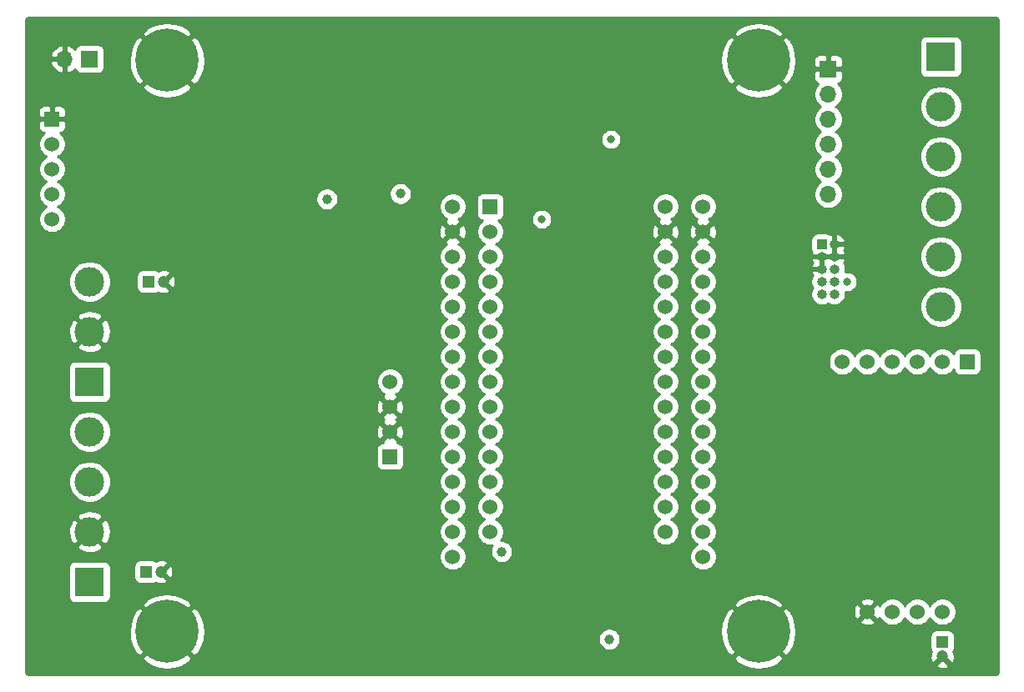
<source format=gbr>
G04 #@! TF.GenerationSoftware,KiCad,Pcbnew,(5.1.9)-1*
G04 #@! TF.CreationDate,2021-03-05T16:25:43+01:00*
G04 #@! TF.ProjectId,BOBcad,424f4263-6164-42e6-9b69-6361645f7063,v1.0.2*
G04 #@! TF.SameCoordinates,Original*
G04 #@! TF.FileFunction,Copper,L2,Inr*
G04 #@! TF.FilePolarity,Positive*
%FSLAX46Y46*%
G04 Gerber Fmt 4.6, Leading zero omitted, Abs format (unit mm)*
G04 Created by KiCad (PCBNEW (5.1.9)-1) date 2021-03-05 16:25:43*
%MOMM*%
%LPD*%
G01*
G04 APERTURE LIST*
G04 #@! TA.AperFunction,ComponentPad*
%ADD10C,1.524000*%
G04 #@! TD*
G04 #@! TA.AperFunction,ComponentPad*
%ADD11R,1.200000X1.200000*%
G04 #@! TD*
G04 #@! TA.AperFunction,ComponentPad*
%ADD12C,1.200000*%
G04 #@! TD*
G04 #@! TA.AperFunction,ComponentPad*
%ADD13R,1.524000X1.524000*%
G04 #@! TD*
G04 #@! TA.AperFunction,ComponentPad*
%ADD14C,3.000000*%
G04 #@! TD*
G04 #@! TA.AperFunction,ComponentPad*
%ADD15R,3.000000X3.000000*%
G04 #@! TD*
G04 #@! TA.AperFunction,ComponentPad*
%ADD16R,1.000000X1.000000*%
G04 #@! TD*
G04 #@! TA.AperFunction,ComponentPad*
%ADD17O,1.000000X1.000000*%
G04 #@! TD*
G04 #@! TA.AperFunction,ComponentPad*
%ADD18R,1.700000X1.700000*%
G04 #@! TD*
G04 #@! TA.AperFunction,ComponentPad*
%ADD19O,1.700000X1.700000*%
G04 #@! TD*
G04 #@! TA.AperFunction,ComponentPad*
%ADD20C,6.400000*%
G04 #@! TD*
G04 #@! TA.AperFunction,ViaPad*
%ADD21C,1.000000*%
G04 #@! TD*
G04 #@! TA.AperFunction,ViaPad*
%ADD22C,0.800000*%
G04 #@! TD*
G04 #@! TA.AperFunction,Conductor*
%ADD23C,0.254000*%
G04 #@! TD*
G04 #@! TA.AperFunction,Conductor*
%ADD24C,0.100000*%
G04 #@! TD*
G04 APERTURE END LIST*
D10*
X161006000Y-116092000D03*
X161006000Y-113552000D03*
X161006000Y-111012000D03*
X161006000Y-108472000D03*
X161006000Y-105932000D03*
X161006000Y-103392000D03*
X161006000Y-100852000D03*
X161006000Y-98312000D03*
X161006000Y-95772000D03*
X161006000Y-93232000D03*
X161006000Y-90692000D03*
X161006000Y-88152000D03*
X161006000Y-85612000D03*
X161006000Y-83072000D03*
X161006000Y-80532000D03*
X135606000Y-93232000D03*
X135606000Y-80532000D03*
X135606000Y-103392000D03*
X135606000Y-90692000D03*
X135606000Y-83072000D03*
X135606000Y-100852000D03*
X135606000Y-113552000D03*
X135606000Y-111012000D03*
X135606000Y-98312000D03*
X135606000Y-108472000D03*
X135606000Y-88152000D03*
X135606000Y-95772000D03*
X135606000Y-85612000D03*
X135606000Y-116092000D03*
X135606000Y-105932000D03*
D11*
X104762000Y-88146000D03*
D12*
X106262000Y-88146000D03*
D11*
X104508000Y-117610000D03*
D12*
X106008000Y-117610000D03*
D11*
X185280000Y-124722000D03*
D12*
X185280000Y-126222000D03*
D10*
X157196000Y-80532000D03*
X157196000Y-83072000D03*
X157196000Y-85612000D03*
X157196000Y-88152000D03*
X157196000Y-90692000D03*
X157196000Y-93232000D03*
X157196000Y-95772000D03*
X157196000Y-98312000D03*
X157196000Y-100852000D03*
X157196000Y-103392000D03*
X157196000Y-105932000D03*
X157196000Y-108472000D03*
X157196000Y-111012000D03*
X157196000Y-113552000D03*
X139416000Y-113552000D03*
X139416000Y-111012000D03*
X139416000Y-108472000D03*
X139416000Y-105932000D03*
X139416000Y-103392000D03*
X139416000Y-100852000D03*
X139416000Y-98312000D03*
X139416000Y-95772000D03*
X139416000Y-93232000D03*
X139416000Y-90692000D03*
X139416000Y-88152000D03*
X139416000Y-85612000D03*
X139416000Y-83072000D03*
D13*
X139416000Y-80532000D03*
X129256000Y-105932000D03*
D10*
X129256000Y-103392000D03*
X129256000Y-100852000D03*
X129256000Y-98312000D03*
D13*
X94966000Y-71642000D03*
D10*
X94966000Y-74182000D03*
X94966000Y-76722000D03*
X94966000Y-79262000D03*
X94966000Y-81802000D03*
D14*
X98776000Y-113552000D03*
X98776000Y-108472000D03*
D15*
X98776000Y-118632000D03*
D14*
X98776000Y-103392000D03*
D15*
X98776000Y-98312000D03*
D14*
X98776000Y-93232000D03*
X98776000Y-88152000D03*
D16*
X173071000Y-84342000D03*
D17*
X174341000Y-84342000D03*
X173071000Y-85612000D03*
X174341000Y-85612000D03*
X173071000Y-86882000D03*
X174341000Y-86882000D03*
X173071000Y-88152000D03*
X174341000Y-88152000D03*
X173071000Y-89422000D03*
X174341000Y-89422000D03*
D10*
X177660000Y-121674000D03*
X180200000Y-121674000D03*
X182740000Y-121674000D03*
X185280000Y-121674000D03*
X175120000Y-96274000D03*
X177660000Y-96274000D03*
X180200000Y-96274000D03*
X182740000Y-96274000D03*
X185280000Y-96274000D03*
D13*
X187820000Y-96274000D03*
D14*
X185136000Y-70372000D03*
X185136000Y-75452000D03*
D15*
X185136000Y-65292000D03*
D14*
X185136000Y-80532000D03*
X185136000Y-85612000D03*
X185136000Y-90692000D03*
D18*
X173706000Y-66562000D03*
D19*
X173706000Y-69102000D03*
X173706000Y-71642000D03*
X173706000Y-74182000D03*
X173706000Y-76722000D03*
X173706000Y-79262000D03*
D18*
X98776000Y-65540000D03*
D19*
X96236000Y-65540000D03*
D20*
X166626000Y-123682000D03*
X106626000Y-123682000D03*
X166626000Y-65682000D03*
X106626000Y-65682000D03*
D21*
X140576000Y-115578000D03*
X122855959Y-79764000D03*
D22*
X151641000Y-73707000D03*
X144640000Y-81796000D03*
X137528000Y-88146000D03*
D21*
X124447000Y-80272000D03*
D22*
X164706000Y-89416000D03*
X166992000Y-89416000D03*
X159118000Y-112022000D03*
X159118000Y-104656000D03*
X144894000Y-109736000D03*
X142100000Y-109736000D03*
X142100000Y-107196000D03*
X141084000Y-112530000D03*
X133718000Y-109736000D03*
X132194000Y-109736000D03*
X99936000Y-105926000D03*
X142862000Y-75446000D03*
X148704000Y-73922000D03*
X148704000Y-75954000D03*
X97650000Y-105926000D03*
X169786000Y-73668000D03*
X157848000Y-71128000D03*
X157848000Y-73668000D03*
X169786000Y-76462000D03*
X157848000Y-76462000D03*
X145402000Y-78240000D03*
X145402000Y-72906000D03*
X137528000Y-94750000D03*
X137528000Y-102116000D03*
X111620000Y-70620000D03*
X129400000Y-70620000D03*
X111620000Y-88146000D03*
X129400000Y-88146000D03*
X111620000Y-98560000D03*
X111620000Y-111006000D03*
X127114000Y-111260000D03*
X111620000Y-123706000D03*
X126860000Y-123960000D03*
X96126000Y-123960000D03*
X175120000Y-106180000D03*
X187820000Y-106180000D03*
X187820000Y-118880000D03*
D21*
X147180000Y-80780000D03*
D22*
X175628000Y-88146000D03*
D21*
X151498000Y-124468000D03*
X130316000Y-79222000D03*
D23*
X190691424Y-61351580D02*
X190754356Y-61370580D01*
X190812405Y-61401445D01*
X190863343Y-61442989D01*
X190905248Y-61493644D01*
X190936515Y-61551471D01*
X190955956Y-61614272D01*
X190966000Y-61709835D01*
X190966001Y-127649711D01*
X190956420Y-127747424D01*
X190937420Y-127810357D01*
X190906554Y-127868406D01*
X190865011Y-127919343D01*
X190814356Y-127961248D01*
X190756529Y-127992515D01*
X190693728Y-128011956D01*
X190598165Y-128022000D01*
X92658279Y-128022000D01*
X92560576Y-128012420D01*
X92497643Y-127993420D01*
X92439594Y-127962554D01*
X92388657Y-127921011D01*
X92346752Y-127870356D01*
X92315485Y-127812529D01*
X92296044Y-127749728D01*
X92286000Y-127654165D01*
X92286000Y-126382881D01*
X104104724Y-126382881D01*
X104464912Y-126872548D01*
X105128882Y-127232849D01*
X105850385Y-127456694D01*
X106601695Y-127535480D01*
X107353938Y-127466178D01*
X108078208Y-127251452D01*
X108746670Y-126899555D01*
X108787088Y-126872548D01*
X109147276Y-126382881D01*
X164104724Y-126382881D01*
X164464912Y-126872548D01*
X165128882Y-127232849D01*
X165850385Y-127456694D01*
X166601695Y-127535480D01*
X167353938Y-127466178D01*
X168078208Y-127251452D01*
X168419542Y-127071764D01*
X184609841Y-127071764D01*
X184657148Y-127295348D01*
X184878516Y-127396237D01*
X185115313Y-127452000D01*
X185358438Y-127460495D01*
X185598549Y-127421395D01*
X185826418Y-127336202D01*
X185902852Y-127295348D01*
X185950159Y-127071764D01*
X185280000Y-126401605D01*
X184609841Y-127071764D01*
X168419542Y-127071764D01*
X168746670Y-126899555D01*
X168787088Y-126872548D01*
X169147276Y-126382881D01*
X169064833Y-126300438D01*
X184041505Y-126300438D01*
X184080605Y-126540549D01*
X184165798Y-126768418D01*
X184206652Y-126844852D01*
X184430236Y-126892159D01*
X185100395Y-126222000D01*
X185086253Y-126207858D01*
X185265858Y-126028253D01*
X185280000Y-126042395D01*
X185294143Y-126028253D01*
X185473748Y-126207858D01*
X185459605Y-126222000D01*
X186129764Y-126892159D01*
X186353348Y-126844852D01*
X186454237Y-126623484D01*
X186510000Y-126386687D01*
X186518495Y-126143562D01*
X186479395Y-125903451D01*
X186399549Y-125689883D01*
X186410537Y-125676494D01*
X186469502Y-125566180D01*
X186505812Y-125446482D01*
X186518072Y-125322000D01*
X186518072Y-124122000D01*
X186505812Y-123997518D01*
X186469502Y-123877820D01*
X186410537Y-123767506D01*
X186331185Y-123670815D01*
X186234494Y-123591463D01*
X186124180Y-123532498D01*
X186004482Y-123496188D01*
X185880000Y-123483928D01*
X184680000Y-123483928D01*
X184555518Y-123496188D01*
X184435820Y-123532498D01*
X184325506Y-123591463D01*
X184228815Y-123670815D01*
X184149463Y-123767506D01*
X184090498Y-123877820D01*
X184054188Y-123997518D01*
X184041928Y-124122000D01*
X184041928Y-125322000D01*
X184054188Y-125446482D01*
X184090498Y-125566180D01*
X184149463Y-125676494D01*
X184163568Y-125693681D01*
X184105763Y-125820516D01*
X184050000Y-126057313D01*
X184041505Y-126300438D01*
X169064833Y-126300438D01*
X166626000Y-123861605D01*
X164104724Y-126382881D01*
X109147276Y-126382881D01*
X106626000Y-123861605D01*
X104104724Y-126382881D01*
X92286000Y-126382881D01*
X92286000Y-123657695D01*
X102772520Y-123657695D01*
X102841822Y-124409938D01*
X103056548Y-125134208D01*
X103408445Y-125802670D01*
X103435452Y-125843088D01*
X103925119Y-126203276D01*
X106446395Y-123682000D01*
X106805605Y-123682000D01*
X109326881Y-126203276D01*
X109816548Y-125843088D01*
X110176849Y-125179118D01*
X110400694Y-124457615D01*
X110411327Y-124356212D01*
X150363000Y-124356212D01*
X150363000Y-124579788D01*
X150406617Y-124799067D01*
X150492176Y-125005624D01*
X150616388Y-125191520D01*
X150774480Y-125349612D01*
X150960376Y-125473824D01*
X151166933Y-125559383D01*
X151386212Y-125603000D01*
X151609788Y-125603000D01*
X151829067Y-125559383D01*
X152035624Y-125473824D01*
X152221520Y-125349612D01*
X152379612Y-125191520D01*
X152503824Y-125005624D01*
X152589383Y-124799067D01*
X152633000Y-124579788D01*
X152633000Y-124356212D01*
X152589383Y-124136933D01*
X152503824Y-123930376D01*
X152379612Y-123744480D01*
X152292827Y-123657695D01*
X162772520Y-123657695D01*
X162841822Y-124409938D01*
X163056548Y-125134208D01*
X163408445Y-125802670D01*
X163435452Y-125843088D01*
X163925119Y-126203276D01*
X166446395Y-123682000D01*
X166805605Y-123682000D01*
X169326881Y-126203276D01*
X169816548Y-125843088D01*
X170176849Y-125179118D01*
X170400694Y-124457615D01*
X170479480Y-123706305D01*
X170410178Y-122954062D01*
X170316939Y-122639565D01*
X176874040Y-122639565D01*
X176941020Y-122879656D01*
X177190048Y-122996756D01*
X177457135Y-123063023D01*
X177732017Y-123075910D01*
X178004133Y-123034922D01*
X178263023Y-122941636D01*
X178378980Y-122879656D01*
X178445960Y-122639565D01*
X177660000Y-121853605D01*
X176874040Y-122639565D01*
X170316939Y-122639565D01*
X170195452Y-122229792D01*
X169940780Y-121746017D01*
X176258090Y-121746017D01*
X176299078Y-122018133D01*
X176392364Y-122277023D01*
X176454344Y-122392980D01*
X176694435Y-122459960D01*
X177480395Y-121674000D01*
X177839605Y-121674000D01*
X178625565Y-122459960D01*
X178865656Y-122392980D01*
X178929485Y-122257240D01*
X178961995Y-122335727D01*
X179114880Y-122564535D01*
X179309465Y-122759120D01*
X179538273Y-122912005D01*
X179792510Y-123017314D01*
X180062408Y-123071000D01*
X180337592Y-123071000D01*
X180607490Y-123017314D01*
X180861727Y-122912005D01*
X181090535Y-122759120D01*
X181285120Y-122564535D01*
X181438005Y-122335727D01*
X181470000Y-122258485D01*
X181501995Y-122335727D01*
X181654880Y-122564535D01*
X181849465Y-122759120D01*
X182078273Y-122912005D01*
X182332510Y-123017314D01*
X182602408Y-123071000D01*
X182877592Y-123071000D01*
X183147490Y-123017314D01*
X183401727Y-122912005D01*
X183630535Y-122759120D01*
X183825120Y-122564535D01*
X183978005Y-122335727D01*
X184010000Y-122258485D01*
X184041995Y-122335727D01*
X184194880Y-122564535D01*
X184389465Y-122759120D01*
X184618273Y-122912005D01*
X184872510Y-123017314D01*
X185142408Y-123071000D01*
X185417592Y-123071000D01*
X185687490Y-123017314D01*
X185941727Y-122912005D01*
X186170535Y-122759120D01*
X186365120Y-122564535D01*
X186518005Y-122335727D01*
X186623314Y-122081490D01*
X186677000Y-121811592D01*
X186677000Y-121536408D01*
X186623314Y-121266510D01*
X186518005Y-121012273D01*
X186365120Y-120783465D01*
X186170535Y-120588880D01*
X185941727Y-120435995D01*
X185687490Y-120330686D01*
X185417592Y-120277000D01*
X185142408Y-120277000D01*
X184872510Y-120330686D01*
X184618273Y-120435995D01*
X184389465Y-120588880D01*
X184194880Y-120783465D01*
X184041995Y-121012273D01*
X184010000Y-121089515D01*
X183978005Y-121012273D01*
X183825120Y-120783465D01*
X183630535Y-120588880D01*
X183401727Y-120435995D01*
X183147490Y-120330686D01*
X182877592Y-120277000D01*
X182602408Y-120277000D01*
X182332510Y-120330686D01*
X182078273Y-120435995D01*
X181849465Y-120588880D01*
X181654880Y-120783465D01*
X181501995Y-121012273D01*
X181470000Y-121089515D01*
X181438005Y-121012273D01*
X181285120Y-120783465D01*
X181090535Y-120588880D01*
X180861727Y-120435995D01*
X180607490Y-120330686D01*
X180337592Y-120277000D01*
X180062408Y-120277000D01*
X179792510Y-120330686D01*
X179538273Y-120435995D01*
X179309465Y-120588880D01*
X179114880Y-120783465D01*
X178961995Y-121012273D01*
X178932308Y-121083943D01*
X178927636Y-121070977D01*
X178865656Y-120955020D01*
X178625565Y-120888040D01*
X177839605Y-121674000D01*
X177480395Y-121674000D01*
X176694435Y-120888040D01*
X176454344Y-120955020D01*
X176337244Y-121204048D01*
X176270977Y-121471135D01*
X176258090Y-121746017D01*
X169940780Y-121746017D01*
X169843555Y-121561330D01*
X169816548Y-121520912D01*
X169326881Y-121160724D01*
X166805605Y-123682000D01*
X166446395Y-123682000D01*
X163925119Y-121160724D01*
X163435452Y-121520912D01*
X163075151Y-122184882D01*
X162851306Y-122906385D01*
X162772520Y-123657695D01*
X152292827Y-123657695D01*
X152221520Y-123586388D01*
X152035624Y-123462176D01*
X151829067Y-123376617D01*
X151609788Y-123333000D01*
X151386212Y-123333000D01*
X151166933Y-123376617D01*
X150960376Y-123462176D01*
X150774480Y-123586388D01*
X150616388Y-123744480D01*
X150492176Y-123930376D01*
X150406617Y-124136933D01*
X150363000Y-124356212D01*
X110411327Y-124356212D01*
X110479480Y-123706305D01*
X110410178Y-122954062D01*
X110195452Y-122229792D01*
X109843555Y-121561330D01*
X109816548Y-121520912D01*
X109326881Y-121160724D01*
X106805605Y-123682000D01*
X106446395Y-123682000D01*
X103925119Y-121160724D01*
X103435452Y-121520912D01*
X103075151Y-122184882D01*
X102851306Y-122906385D01*
X102772520Y-123657695D01*
X92286000Y-123657695D01*
X92286000Y-120981119D01*
X104104724Y-120981119D01*
X106626000Y-123502395D01*
X109147276Y-120981119D01*
X164104724Y-120981119D01*
X166626000Y-123502395D01*
X169147276Y-120981119D01*
X168946696Y-120708435D01*
X176874040Y-120708435D01*
X177660000Y-121494395D01*
X178445960Y-120708435D01*
X178378980Y-120468344D01*
X178129952Y-120351244D01*
X177862865Y-120284977D01*
X177587983Y-120272090D01*
X177315867Y-120313078D01*
X177056977Y-120406364D01*
X176941020Y-120468344D01*
X176874040Y-120708435D01*
X168946696Y-120708435D01*
X168787088Y-120491452D01*
X168123118Y-120131151D01*
X167401615Y-119907306D01*
X166650305Y-119828520D01*
X165898062Y-119897822D01*
X165173792Y-120112548D01*
X164505330Y-120464445D01*
X164464912Y-120491452D01*
X164104724Y-120981119D01*
X109147276Y-120981119D01*
X108787088Y-120491452D01*
X108123118Y-120131151D01*
X107401615Y-119907306D01*
X106650305Y-119828520D01*
X105898062Y-119897822D01*
X105173792Y-120112548D01*
X104505330Y-120464445D01*
X104464912Y-120491452D01*
X104104724Y-120981119D01*
X92286000Y-120981119D01*
X92286000Y-117132000D01*
X96637928Y-117132000D01*
X96637928Y-120132000D01*
X96650188Y-120256482D01*
X96686498Y-120376180D01*
X96745463Y-120486494D01*
X96824815Y-120583185D01*
X96921506Y-120662537D01*
X97031820Y-120721502D01*
X97151518Y-120757812D01*
X97276000Y-120770072D01*
X100276000Y-120770072D01*
X100400482Y-120757812D01*
X100520180Y-120721502D01*
X100630494Y-120662537D01*
X100727185Y-120583185D01*
X100806537Y-120486494D01*
X100865502Y-120376180D01*
X100901812Y-120256482D01*
X100914072Y-120132000D01*
X100914072Y-117132000D01*
X100902057Y-117010000D01*
X103269928Y-117010000D01*
X103269928Y-118210000D01*
X103282188Y-118334482D01*
X103318498Y-118454180D01*
X103377463Y-118564494D01*
X103456815Y-118661185D01*
X103553506Y-118740537D01*
X103663820Y-118799502D01*
X103783518Y-118835812D01*
X103908000Y-118848072D01*
X105108000Y-118848072D01*
X105232482Y-118835812D01*
X105352180Y-118799502D01*
X105462494Y-118740537D01*
X105479681Y-118726432D01*
X105606516Y-118784237D01*
X105843313Y-118840000D01*
X106086438Y-118848495D01*
X106326549Y-118809395D01*
X106554418Y-118724202D01*
X106630852Y-118683348D01*
X106678159Y-118459764D01*
X106008000Y-117789605D01*
X105993858Y-117803748D01*
X105814253Y-117624143D01*
X105828395Y-117610000D01*
X106187605Y-117610000D01*
X106857764Y-118280159D01*
X107081348Y-118232852D01*
X107182237Y-118011484D01*
X107238000Y-117774687D01*
X107246495Y-117531562D01*
X107207395Y-117291451D01*
X107122202Y-117063582D01*
X107081348Y-116987148D01*
X106857764Y-116939841D01*
X106187605Y-117610000D01*
X105828395Y-117610000D01*
X105814253Y-117595858D01*
X105993858Y-117416253D01*
X106008000Y-117430395D01*
X106678159Y-116760236D01*
X106630852Y-116536652D01*
X106409484Y-116435763D01*
X106172687Y-116380000D01*
X105929562Y-116371505D01*
X105689451Y-116410605D01*
X105475883Y-116490451D01*
X105462494Y-116479463D01*
X105352180Y-116420498D01*
X105232482Y-116384188D01*
X105108000Y-116371928D01*
X103908000Y-116371928D01*
X103783518Y-116384188D01*
X103663820Y-116420498D01*
X103553506Y-116479463D01*
X103456815Y-116558815D01*
X103377463Y-116655506D01*
X103318498Y-116765820D01*
X103282188Y-116885518D01*
X103269928Y-117010000D01*
X100902057Y-117010000D01*
X100901812Y-117007518D01*
X100865502Y-116887820D01*
X100806537Y-116777506D01*
X100727185Y-116680815D01*
X100630494Y-116601463D01*
X100520180Y-116542498D01*
X100400482Y-116506188D01*
X100276000Y-116493928D01*
X97276000Y-116493928D01*
X97151518Y-116506188D01*
X97031820Y-116542498D01*
X96921506Y-116601463D01*
X96824815Y-116680815D01*
X96745463Y-116777506D01*
X96686498Y-116887820D01*
X96650188Y-117007518D01*
X96637928Y-117132000D01*
X92286000Y-117132000D01*
X92286000Y-115043653D01*
X97463952Y-115043653D01*
X97619962Y-115359214D01*
X97994745Y-115550020D01*
X98399551Y-115664044D01*
X98818824Y-115696902D01*
X99236451Y-115647334D01*
X99636383Y-115517243D01*
X99932038Y-115359214D01*
X100088048Y-115043653D01*
X98776000Y-113731605D01*
X97463952Y-115043653D01*
X92286000Y-115043653D01*
X92286000Y-113594824D01*
X96631098Y-113594824D01*
X96680666Y-114012451D01*
X96810757Y-114412383D01*
X96968786Y-114708038D01*
X97284347Y-114864048D01*
X98596395Y-113552000D01*
X98955605Y-113552000D01*
X100267653Y-114864048D01*
X100583214Y-114708038D01*
X100774020Y-114333255D01*
X100888044Y-113928449D01*
X100920902Y-113509176D01*
X100871334Y-113091549D01*
X100741243Y-112691617D01*
X100583214Y-112395962D01*
X100267653Y-112239952D01*
X98955605Y-113552000D01*
X98596395Y-113552000D01*
X97284347Y-112239952D01*
X96968786Y-112395962D01*
X96777980Y-112770745D01*
X96663956Y-113175551D01*
X96631098Y-113594824D01*
X92286000Y-113594824D01*
X92286000Y-112060347D01*
X97463952Y-112060347D01*
X98776000Y-113372395D01*
X100088048Y-112060347D01*
X99932038Y-111744786D01*
X99557255Y-111553980D01*
X99152449Y-111439956D01*
X98733176Y-111407098D01*
X98315549Y-111456666D01*
X97915617Y-111586757D01*
X97619962Y-111744786D01*
X97463952Y-112060347D01*
X92286000Y-112060347D01*
X92286000Y-108261721D01*
X96641000Y-108261721D01*
X96641000Y-108682279D01*
X96723047Y-109094756D01*
X96883988Y-109483302D01*
X97117637Y-109832983D01*
X97415017Y-110130363D01*
X97764698Y-110364012D01*
X98153244Y-110524953D01*
X98565721Y-110607000D01*
X98986279Y-110607000D01*
X99398756Y-110524953D01*
X99787302Y-110364012D01*
X100136983Y-110130363D01*
X100434363Y-109832983D01*
X100668012Y-109483302D01*
X100828953Y-109094756D01*
X100911000Y-108682279D01*
X100911000Y-108261721D01*
X100828953Y-107849244D01*
X100668012Y-107460698D01*
X100434363Y-107111017D01*
X100136983Y-106813637D01*
X99787302Y-106579988D01*
X99398756Y-106419047D01*
X98986279Y-106337000D01*
X98565721Y-106337000D01*
X98153244Y-106419047D01*
X97764698Y-106579988D01*
X97415017Y-106813637D01*
X97117637Y-107111017D01*
X96883988Y-107460698D01*
X96723047Y-107849244D01*
X96641000Y-108261721D01*
X92286000Y-108261721D01*
X92286000Y-103181721D01*
X96641000Y-103181721D01*
X96641000Y-103602279D01*
X96723047Y-104014756D01*
X96883988Y-104403302D01*
X97117637Y-104752983D01*
X97415017Y-105050363D01*
X97764698Y-105284012D01*
X98153244Y-105444953D01*
X98565721Y-105527000D01*
X98986279Y-105527000D01*
X99398756Y-105444953D01*
X99787302Y-105284012D01*
X99957933Y-105170000D01*
X127855928Y-105170000D01*
X127855928Y-106694000D01*
X127868188Y-106818482D01*
X127904498Y-106938180D01*
X127963463Y-107048494D01*
X128042815Y-107145185D01*
X128139506Y-107224537D01*
X128249820Y-107283502D01*
X128369518Y-107319812D01*
X128494000Y-107332072D01*
X130018000Y-107332072D01*
X130142482Y-107319812D01*
X130262180Y-107283502D01*
X130372494Y-107224537D01*
X130469185Y-107145185D01*
X130548537Y-107048494D01*
X130607502Y-106938180D01*
X130643812Y-106818482D01*
X130656072Y-106694000D01*
X130656072Y-105170000D01*
X130643812Y-105045518D01*
X130607502Y-104925820D01*
X130548537Y-104815506D01*
X130469185Y-104718815D01*
X130372494Y-104639463D01*
X130262180Y-104580498D01*
X130142482Y-104544188D01*
X130018000Y-104531928D01*
X129993317Y-104531928D01*
X130041960Y-104357565D01*
X129256000Y-103571605D01*
X128470040Y-104357565D01*
X128518683Y-104531928D01*
X128494000Y-104531928D01*
X128369518Y-104544188D01*
X128249820Y-104580498D01*
X128139506Y-104639463D01*
X128042815Y-104718815D01*
X127963463Y-104815506D01*
X127904498Y-104925820D01*
X127868188Y-105045518D01*
X127855928Y-105170000D01*
X99957933Y-105170000D01*
X100136983Y-105050363D01*
X100434363Y-104752983D01*
X100668012Y-104403302D01*
X100828953Y-104014756D01*
X100911000Y-103602279D01*
X100911000Y-103464017D01*
X127854090Y-103464017D01*
X127895078Y-103736133D01*
X127988364Y-103995023D01*
X128050344Y-104110980D01*
X128290435Y-104177960D01*
X129076395Y-103392000D01*
X129435605Y-103392000D01*
X130221565Y-104177960D01*
X130461656Y-104110980D01*
X130578756Y-103861952D01*
X130645023Y-103594865D01*
X130657910Y-103319983D01*
X130616922Y-103047867D01*
X130523636Y-102788977D01*
X130461656Y-102673020D01*
X130221565Y-102606040D01*
X129435605Y-103392000D01*
X129076395Y-103392000D01*
X128290435Y-102606040D01*
X128050344Y-102673020D01*
X127933244Y-102922048D01*
X127866977Y-103189135D01*
X127854090Y-103464017D01*
X100911000Y-103464017D01*
X100911000Y-103181721D01*
X100828953Y-102769244D01*
X100668012Y-102380698D01*
X100434363Y-102031017D01*
X100220911Y-101817565D01*
X128470040Y-101817565D01*
X128537020Y-102057656D01*
X128667644Y-102119079D01*
X128652977Y-102124364D01*
X128537020Y-102186344D01*
X128470040Y-102426435D01*
X129256000Y-103212395D01*
X130041960Y-102426435D01*
X129974980Y-102186344D01*
X129844356Y-102124921D01*
X129859023Y-102119636D01*
X129974980Y-102057656D01*
X130041960Y-101817565D01*
X129256000Y-101031605D01*
X128470040Y-101817565D01*
X100220911Y-101817565D01*
X100136983Y-101733637D01*
X99787302Y-101499988D01*
X99398756Y-101339047D01*
X98986279Y-101257000D01*
X98565721Y-101257000D01*
X98153244Y-101339047D01*
X97764698Y-101499988D01*
X97415017Y-101733637D01*
X97117637Y-102031017D01*
X96883988Y-102380698D01*
X96723047Y-102769244D01*
X96641000Y-103181721D01*
X92286000Y-103181721D01*
X92286000Y-100924017D01*
X127854090Y-100924017D01*
X127895078Y-101196133D01*
X127988364Y-101455023D01*
X128050344Y-101570980D01*
X128290435Y-101637960D01*
X129076395Y-100852000D01*
X129435605Y-100852000D01*
X130221565Y-101637960D01*
X130461656Y-101570980D01*
X130578756Y-101321952D01*
X130645023Y-101054865D01*
X130657910Y-100779983D01*
X130616922Y-100507867D01*
X130523636Y-100248977D01*
X130461656Y-100133020D01*
X130221565Y-100066040D01*
X129435605Y-100852000D01*
X129076395Y-100852000D01*
X128290435Y-100066040D01*
X128050344Y-100133020D01*
X127933244Y-100382048D01*
X127866977Y-100649135D01*
X127854090Y-100924017D01*
X92286000Y-100924017D01*
X92286000Y-96812000D01*
X96637928Y-96812000D01*
X96637928Y-99812000D01*
X96650188Y-99936482D01*
X96686498Y-100056180D01*
X96745463Y-100166494D01*
X96824815Y-100263185D01*
X96921506Y-100342537D01*
X97031820Y-100401502D01*
X97151518Y-100437812D01*
X97276000Y-100450072D01*
X100276000Y-100450072D01*
X100400482Y-100437812D01*
X100520180Y-100401502D01*
X100630494Y-100342537D01*
X100727185Y-100263185D01*
X100806537Y-100166494D01*
X100865502Y-100056180D01*
X100901812Y-99936482D01*
X100914072Y-99812000D01*
X100914072Y-98174408D01*
X127859000Y-98174408D01*
X127859000Y-98449592D01*
X127912686Y-98719490D01*
X128017995Y-98973727D01*
X128170880Y-99202535D01*
X128365465Y-99397120D01*
X128594273Y-99550005D01*
X128665943Y-99579692D01*
X128652977Y-99584364D01*
X128537020Y-99646344D01*
X128470040Y-99886435D01*
X129256000Y-100672395D01*
X130041960Y-99886435D01*
X129974980Y-99646344D01*
X129839240Y-99582515D01*
X129917727Y-99550005D01*
X130146535Y-99397120D01*
X130341120Y-99202535D01*
X130494005Y-98973727D01*
X130599314Y-98719490D01*
X130653000Y-98449592D01*
X130653000Y-98174408D01*
X130599314Y-97904510D01*
X130494005Y-97650273D01*
X130341120Y-97421465D01*
X130146535Y-97226880D01*
X129917727Y-97073995D01*
X129663490Y-96968686D01*
X129393592Y-96915000D01*
X129118408Y-96915000D01*
X128848510Y-96968686D01*
X128594273Y-97073995D01*
X128365465Y-97226880D01*
X128170880Y-97421465D01*
X128017995Y-97650273D01*
X127912686Y-97904510D01*
X127859000Y-98174408D01*
X100914072Y-98174408D01*
X100914072Y-96812000D01*
X100901812Y-96687518D01*
X100865502Y-96567820D01*
X100806537Y-96457506D01*
X100727185Y-96360815D01*
X100630494Y-96281463D01*
X100520180Y-96222498D01*
X100400482Y-96186188D01*
X100276000Y-96173928D01*
X97276000Y-96173928D01*
X97151518Y-96186188D01*
X97031820Y-96222498D01*
X96921506Y-96281463D01*
X96824815Y-96360815D01*
X96745463Y-96457506D01*
X96686498Y-96567820D01*
X96650188Y-96687518D01*
X96637928Y-96812000D01*
X92286000Y-96812000D01*
X92286000Y-94723653D01*
X97463952Y-94723653D01*
X97619962Y-95039214D01*
X97994745Y-95230020D01*
X98399551Y-95344044D01*
X98818824Y-95376902D01*
X99236451Y-95327334D01*
X99636383Y-95197243D01*
X99932038Y-95039214D01*
X100088048Y-94723653D01*
X98776000Y-93411605D01*
X97463952Y-94723653D01*
X92286000Y-94723653D01*
X92286000Y-93274824D01*
X96631098Y-93274824D01*
X96680666Y-93692451D01*
X96810757Y-94092383D01*
X96968786Y-94388038D01*
X97284347Y-94544048D01*
X98596395Y-93232000D01*
X98955605Y-93232000D01*
X100267653Y-94544048D01*
X100583214Y-94388038D01*
X100774020Y-94013255D01*
X100888044Y-93608449D01*
X100920902Y-93189176D01*
X100871334Y-92771549D01*
X100741243Y-92371617D01*
X100583214Y-92075962D01*
X100267653Y-91919952D01*
X98955605Y-93232000D01*
X98596395Y-93232000D01*
X97284347Y-91919952D01*
X96968786Y-92075962D01*
X96777980Y-92450745D01*
X96663956Y-92855551D01*
X96631098Y-93274824D01*
X92286000Y-93274824D01*
X92286000Y-91740347D01*
X97463952Y-91740347D01*
X98776000Y-93052395D01*
X100088048Y-91740347D01*
X99932038Y-91424786D01*
X99557255Y-91233980D01*
X99152449Y-91119956D01*
X98733176Y-91087098D01*
X98315549Y-91136666D01*
X97915617Y-91266757D01*
X97619962Y-91424786D01*
X97463952Y-91740347D01*
X92286000Y-91740347D01*
X92286000Y-87941721D01*
X96641000Y-87941721D01*
X96641000Y-88362279D01*
X96723047Y-88774756D01*
X96883988Y-89163302D01*
X97117637Y-89512983D01*
X97415017Y-89810363D01*
X97764698Y-90044012D01*
X98153244Y-90204953D01*
X98565721Y-90287000D01*
X98986279Y-90287000D01*
X99398756Y-90204953D01*
X99787302Y-90044012D01*
X100136983Y-89810363D01*
X100434363Y-89512983D01*
X100668012Y-89163302D01*
X100828953Y-88774756D01*
X100911000Y-88362279D01*
X100911000Y-87941721D01*
X100832286Y-87546000D01*
X103523928Y-87546000D01*
X103523928Y-88746000D01*
X103536188Y-88870482D01*
X103572498Y-88990180D01*
X103631463Y-89100494D01*
X103710815Y-89197185D01*
X103807506Y-89276537D01*
X103917820Y-89335502D01*
X104037518Y-89371812D01*
X104162000Y-89384072D01*
X105362000Y-89384072D01*
X105486482Y-89371812D01*
X105606180Y-89335502D01*
X105716494Y-89276537D01*
X105733681Y-89262432D01*
X105860516Y-89320237D01*
X106097313Y-89376000D01*
X106340438Y-89384495D01*
X106580549Y-89345395D01*
X106808418Y-89260202D01*
X106884852Y-89219348D01*
X106932159Y-88995764D01*
X106262000Y-88325605D01*
X106247858Y-88339748D01*
X106068253Y-88160143D01*
X106082395Y-88146000D01*
X106441605Y-88146000D01*
X107111764Y-88816159D01*
X107335348Y-88768852D01*
X107436237Y-88547484D01*
X107492000Y-88310687D01*
X107500495Y-88067562D01*
X107461395Y-87827451D01*
X107376202Y-87599582D01*
X107335348Y-87523148D01*
X107111764Y-87475841D01*
X106441605Y-88146000D01*
X106082395Y-88146000D01*
X106068253Y-88131858D01*
X106247858Y-87952253D01*
X106262000Y-87966395D01*
X106932159Y-87296236D01*
X106884852Y-87072652D01*
X106663484Y-86971763D01*
X106426687Y-86916000D01*
X106183562Y-86907505D01*
X105943451Y-86946605D01*
X105729883Y-87026451D01*
X105716494Y-87015463D01*
X105606180Y-86956498D01*
X105486482Y-86920188D01*
X105362000Y-86907928D01*
X104162000Y-86907928D01*
X104037518Y-86920188D01*
X103917820Y-86956498D01*
X103807506Y-87015463D01*
X103710815Y-87094815D01*
X103631463Y-87191506D01*
X103572498Y-87301820D01*
X103536188Y-87421518D01*
X103523928Y-87546000D01*
X100832286Y-87546000D01*
X100828953Y-87529244D01*
X100668012Y-87140698D01*
X100434363Y-86791017D01*
X100136983Y-86493637D01*
X99787302Y-86259988D01*
X99398756Y-86099047D01*
X98986279Y-86017000D01*
X98565721Y-86017000D01*
X98153244Y-86099047D01*
X97764698Y-86259988D01*
X97415017Y-86493637D01*
X97117637Y-86791017D01*
X96883988Y-87140698D01*
X96723047Y-87529244D01*
X96641000Y-87941721D01*
X92286000Y-87941721D01*
X92286000Y-85474408D01*
X134209000Y-85474408D01*
X134209000Y-85749592D01*
X134262686Y-86019490D01*
X134367995Y-86273727D01*
X134520880Y-86502535D01*
X134715465Y-86697120D01*
X134944273Y-86850005D01*
X135021515Y-86882000D01*
X134944273Y-86913995D01*
X134715465Y-87066880D01*
X134520880Y-87261465D01*
X134367995Y-87490273D01*
X134262686Y-87744510D01*
X134209000Y-88014408D01*
X134209000Y-88289592D01*
X134262686Y-88559490D01*
X134367995Y-88813727D01*
X134520880Y-89042535D01*
X134715465Y-89237120D01*
X134944273Y-89390005D01*
X135021515Y-89422000D01*
X134944273Y-89453995D01*
X134715465Y-89606880D01*
X134520880Y-89801465D01*
X134367995Y-90030273D01*
X134262686Y-90284510D01*
X134209000Y-90554408D01*
X134209000Y-90829592D01*
X134262686Y-91099490D01*
X134367995Y-91353727D01*
X134520880Y-91582535D01*
X134715465Y-91777120D01*
X134944273Y-91930005D01*
X135021515Y-91962000D01*
X134944273Y-91993995D01*
X134715465Y-92146880D01*
X134520880Y-92341465D01*
X134367995Y-92570273D01*
X134262686Y-92824510D01*
X134209000Y-93094408D01*
X134209000Y-93369592D01*
X134262686Y-93639490D01*
X134367995Y-93893727D01*
X134520880Y-94122535D01*
X134715465Y-94317120D01*
X134944273Y-94470005D01*
X135021515Y-94502000D01*
X134944273Y-94533995D01*
X134715465Y-94686880D01*
X134520880Y-94881465D01*
X134367995Y-95110273D01*
X134262686Y-95364510D01*
X134209000Y-95634408D01*
X134209000Y-95909592D01*
X134262686Y-96179490D01*
X134367995Y-96433727D01*
X134520880Y-96662535D01*
X134715465Y-96857120D01*
X134944273Y-97010005D01*
X135021515Y-97042000D01*
X134944273Y-97073995D01*
X134715465Y-97226880D01*
X134520880Y-97421465D01*
X134367995Y-97650273D01*
X134262686Y-97904510D01*
X134209000Y-98174408D01*
X134209000Y-98449592D01*
X134262686Y-98719490D01*
X134367995Y-98973727D01*
X134520880Y-99202535D01*
X134715465Y-99397120D01*
X134944273Y-99550005D01*
X135021515Y-99582000D01*
X134944273Y-99613995D01*
X134715465Y-99766880D01*
X134520880Y-99961465D01*
X134367995Y-100190273D01*
X134262686Y-100444510D01*
X134209000Y-100714408D01*
X134209000Y-100989592D01*
X134262686Y-101259490D01*
X134367995Y-101513727D01*
X134520880Y-101742535D01*
X134715465Y-101937120D01*
X134944273Y-102090005D01*
X135021515Y-102122000D01*
X134944273Y-102153995D01*
X134715465Y-102306880D01*
X134520880Y-102501465D01*
X134367995Y-102730273D01*
X134262686Y-102984510D01*
X134209000Y-103254408D01*
X134209000Y-103529592D01*
X134262686Y-103799490D01*
X134367995Y-104053727D01*
X134520880Y-104282535D01*
X134715465Y-104477120D01*
X134944273Y-104630005D01*
X135021515Y-104662000D01*
X134944273Y-104693995D01*
X134715465Y-104846880D01*
X134520880Y-105041465D01*
X134367995Y-105270273D01*
X134262686Y-105524510D01*
X134209000Y-105794408D01*
X134209000Y-106069592D01*
X134262686Y-106339490D01*
X134367995Y-106593727D01*
X134520880Y-106822535D01*
X134715465Y-107017120D01*
X134944273Y-107170005D01*
X135021515Y-107202000D01*
X134944273Y-107233995D01*
X134715465Y-107386880D01*
X134520880Y-107581465D01*
X134367995Y-107810273D01*
X134262686Y-108064510D01*
X134209000Y-108334408D01*
X134209000Y-108609592D01*
X134262686Y-108879490D01*
X134367995Y-109133727D01*
X134520880Y-109362535D01*
X134715465Y-109557120D01*
X134944273Y-109710005D01*
X135021515Y-109742000D01*
X134944273Y-109773995D01*
X134715465Y-109926880D01*
X134520880Y-110121465D01*
X134367995Y-110350273D01*
X134262686Y-110604510D01*
X134209000Y-110874408D01*
X134209000Y-111149592D01*
X134262686Y-111419490D01*
X134367995Y-111673727D01*
X134520880Y-111902535D01*
X134715465Y-112097120D01*
X134944273Y-112250005D01*
X135021515Y-112282000D01*
X134944273Y-112313995D01*
X134715465Y-112466880D01*
X134520880Y-112661465D01*
X134367995Y-112890273D01*
X134262686Y-113144510D01*
X134209000Y-113414408D01*
X134209000Y-113689592D01*
X134262686Y-113959490D01*
X134367995Y-114213727D01*
X134520880Y-114442535D01*
X134715465Y-114637120D01*
X134944273Y-114790005D01*
X135021515Y-114822000D01*
X134944273Y-114853995D01*
X134715465Y-115006880D01*
X134520880Y-115201465D01*
X134367995Y-115430273D01*
X134262686Y-115684510D01*
X134209000Y-115954408D01*
X134209000Y-116229592D01*
X134262686Y-116499490D01*
X134367995Y-116753727D01*
X134520880Y-116982535D01*
X134715465Y-117177120D01*
X134944273Y-117330005D01*
X135198510Y-117435314D01*
X135468408Y-117489000D01*
X135743592Y-117489000D01*
X136013490Y-117435314D01*
X136267727Y-117330005D01*
X136496535Y-117177120D01*
X136691120Y-116982535D01*
X136844005Y-116753727D01*
X136949314Y-116499490D01*
X137003000Y-116229592D01*
X137003000Y-115954408D01*
X136949314Y-115684510D01*
X136844005Y-115430273D01*
X136691120Y-115201465D01*
X136496535Y-115006880D01*
X136267727Y-114853995D01*
X136190485Y-114822000D01*
X136267727Y-114790005D01*
X136496535Y-114637120D01*
X136691120Y-114442535D01*
X136844005Y-114213727D01*
X136949314Y-113959490D01*
X137003000Y-113689592D01*
X137003000Y-113414408D01*
X136949314Y-113144510D01*
X136844005Y-112890273D01*
X136691120Y-112661465D01*
X136496535Y-112466880D01*
X136267727Y-112313995D01*
X136190485Y-112282000D01*
X136267727Y-112250005D01*
X136496535Y-112097120D01*
X136691120Y-111902535D01*
X136844005Y-111673727D01*
X136949314Y-111419490D01*
X137003000Y-111149592D01*
X137003000Y-110874408D01*
X136949314Y-110604510D01*
X136844005Y-110350273D01*
X136691120Y-110121465D01*
X136496535Y-109926880D01*
X136267727Y-109773995D01*
X136190485Y-109742000D01*
X136267727Y-109710005D01*
X136496535Y-109557120D01*
X136691120Y-109362535D01*
X136844005Y-109133727D01*
X136949314Y-108879490D01*
X137003000Y-108609592D01*
X137003000Y-108334408D01*
X136949314Y-108064510D01*
X136844005Y-107810273D01*
X136691120Y-107581465D01*
X136496535Y-107386880D01*
X136267727Y-107233995D01*
X136190485Y-107202000D01*
X136267727Y-107170005D01*
X136496535Y-107017120D01*
X136691120Y-106822535D01*
X136844005Y-106593727D01*
X136949314Y-106339490D01*
X137003000Y-106069592D01*
X137003000Y-105794408D01*
X136949314Y-105524510D01*
X136844005Y-105270273D01*
X136691120Y-105041465D01*
X136496535Y-104846880D01*
X136267727Y-104693995D01*
X136190485Y-104662000D01*
X136267727Y-104630005D01*
X136496535Y-104477120D01*
X136691120Y-104282535D01*
X136844005Y-104053727D01*
X136949314Y-103799490D01*
X137003000Y-103529592D01*
X137003000Y-103254408D01*
X136949314Y-102984510D01*
X136844005Y-102730273D01*
X136691120Y-102501465D01*
X136496535Y-102306880D01*
X136267727Y-102153995D01*
X136190485Y-102122000D01*
X136267727Y-102090005D01*
X136496535Y-101937120D01*
X136691120Y-101742535D01*
X136844005Y-101513727D01*
X136949314Y-101259490D01*
X137003000Y-100989592D01*
X137003000Y-100714408D01*
X136949314Y-100444510D01*
X136844005Y-100190273D01*
X136691120Y-99961465D01*
X136496535Y-99766880D01*
X136267727Y-99613995D01*
X136190485Y-99582000D01*
X136267727Y-99550005D01*
X136496535Y-99397120D01*
X136691120Y-99202535D01*
X136844005Y-98973727D01*
X136949314Y-98719490D01*
X137003000Y-98449592D01*
X137003000Y-98174408D01*
X136949314Y-97904510D01*
X136844005Y-97650273D01*
X136691120Y-97421465D01*
X136496535Y-97226880D01*
X136267727Y-97073995D01*
X136190485Y-97042000D01*
X136267727Y-97010005D01*
X136496535Y-96857120D01*
X136691120Y-96662535D01*
X136844005Y-96433727D01*
X136949314Y-96179490D01*
X137003000Y-95909592D01*
X137003000Y-95634408D01*
X136949314Y-95364510D01*
X136844005Y-95110273D01*
X136691120Y-94881465D01*
X136496535Y-94686880D01*
X136267727Y-94533995D01*
X136190485Y-94502000D01*
X136267727Y-94470005D01*
X136496535Y-94317120D01*
X136691120Y-94122535D01*
X136844005Y-93893727D01*
X136949314Y-93639490D01*
X137003000Y-93369592D01*
X137003000Y-93094408D01*
X136949314Y-92824510D01*
X136844005Y-92570273D01*
X136691120Y-92341465D01*
X136496535Y-92146880D01*
X136267727Y-91993995D01*
X136190485Y-91962000D01*
X136267727Y-91930005D01*
X136496535Y-91777120D01*
X136691120Y-91582535D01*
X136844005Y-91353727D01*
X136949314Y-91099490D01*
X137003000Y-90829592D01*
X137003000Y-90554408D01*
X136949314Y-90284510D01*
X136844005Y-90030273D01*
X136691120Y-89801465D01*
X136496535Y-89606880D01*
X136267727Y-89453995D01*
X136190485Y-89422000D01*
X136267727Y-89390005D01*
X136496535Y-89237120D01*
X136691120Y-89042535D01*
X136844005Y-88813727D01*
X136949314Y-88559490D01*
X137003000Y-88289592D01*
X137003000Y-88014408D01*
X136949314Y-87744510D01*
X136844005Y-87490273D01*
X136691120Y-87261465D01*
X136496535Y-87066880D01*
X136267727Y-86913995D01*
X136190485Y-86882000D01*
X136267727Y-86850005D01*
X136496535Y-86697120D01*
X136691120Y-86502535D01*
X136844005Y-86273727D01*
X136949314Y-86019490D01*
X137003000Y-85749592D01*
X137003000Y-85474408D01*
X136949314Y-85204510D01*
X136844005Y-84950273D01*
X136691120Y-84721465D01*
X136496535Y-84526880D01*
X136267727Y-84373995D01*
X136196057Y-84344308D01*
X136209023Y-84339636D01*
X136324980Y-84277656D01*
X136391960Y-84037565D01*
X135606000Y-83251605D01*
X134820040Y-84037565D01*
X134887020Y-84277656D01*
X135022760Y-84341485D01*
X134944273Y-84373995D01*
X134715465Y-84526880D01*
X134520880Y-84721465D01*
X134367995Y-84950273D01*
X134262686Y-85204510D01*
X134209000Y-85474408D01*
X92286000Y-85474408D01*
X92286000Y-72404000D01*
X93565928Y-72404000D01*
X93578188Y-72528482D01*
X93614498Y-72648180D01*
X93673463Y-72758494D01*
X93752815Y-72855185D01*
X93849506Y-72934537D01*
X93959820Y-72993502D01*
X94079518Y-73029812D01*
X94163465Y-73038080D01*
X94075465Y-73096880D01*
X93880880Y-73291465D01*
X93727995Y-73520273D01*
X93622686Y-73774510D01*
X93569000Y-74044408D01*
X93569000Y-74319592D01*
X93622686Y-74589490D01*
X93727995Y-74843727D01*
X93880880Y-75072535D01*
X94075465Y-75267120D01*
X94304273Y-75420005D01*
X94381515Y-75452000D01*
X94304273Y-75483995D01*
X94075465Y-75636880D01*
X93880880Y-75831465D01*
X93727995Y-76060273D01*
X93622686Y-76314510D01*
X93569000Y-76584408D01*
X93569000Y-76859592D01*
X93622686Y-77129490D01*
X93727995Y-77383727D01*
X93880880Y-77612535D01*
X94075465Y-77807120D01*
X94304273Y-77960005D01*
X94381515Y-77992000D01*
X94304273Y-78023995D01*
X94075465Y-78176880D01*
X93880880Y-78371465D01*
X93727995Y-78600273D01*
X93622686Y-78854510D01*
X93569000Y-79124408D01*
X93569000Y-79399592D01*
X93622686Y-79669490D01*
X93727995Y-79923727D01*
X93880880Y-80152535D01*
X94075465Y-80347120D01*
X94304273Y-80500005D01*
X94381515Y-80532000D01*
X94304273Y-80563995D01*
X94075465Y-80716880D01*
X93880880Y-80911465D01*
X93727995Y-81140273D01*
X93622686Y-81394510D01*
X93569000Y-81664408D01*
X93569000Y-81939592D01*
X93622686Y-82209490D01*
X93727995Y-82463727D01*
X93880880Y-82692535D01*
X94075465Y-82887120D01*
X94304273Y-83040005D01*
X94558510Y-83145314D01*
X94828408Y-83199000D01*
X95103592Y-83199000D01*
X95373490Y-83145314D01*
X95376621Y-83144017D01*
X134204090Y-83144017D01*
X134245078Y-83416133D01*
X134338364Y-83675023D01*
X134400344Y-83790980D01*
X134640435Y-83857960D01*
X135426395Y-83072000D01*
X135785605Y-83072000D01*
X136571565Y-83857960D01*
X136811656Y-83790980D01*
X136928756Y-83541952D01*
X136995023Y-83274865D01*
X137007910Y-82999983D01*
X136966922Y-82727867D01*
X136873636Y-82468977D01*
X136811656Y-82353020D01*
X136571565Y-82286040D01*
X135785605Y-83072000D01*
X135426395Y-83072000D01*
X134640435Y-82286040D01*
X134400344Y-82353020D01*
X134283244Y-82602048D01*
X134216977Y-82869135D01*
X134204090Y-83144017D01*
X95376621Y-83144017D01*
X95627727Y-83040005D01*
X95856535Y-82887120D01*
X96051120Y-82692535D01*
X96204005Y-82463727D01*
X96309314Y-82209490D01*
X96363000Y-81939592D01*
X96363000Y-81664408D01*
X96309314Y-81394510D01*
X96204005Y-81140273D01*
X96051120Y-80911465D01*
X95856535Y-80716880D01*
X95627727Y-80563995D01*
X95550485Y-80532000D01*
X95627727Y-80500005D01*
X95856535Y-80347120D01*
X96051120Y-80152535D01*
X96204005Y-79923727D01*
X96309314Y-79669490D01*
X96312750Y-79652212D01*
X121720959Y-79652212D01*
X121720959Y-79875788D01*
X121764576Y-80095067D01*
X121850135Y-80301624D01*
X121974347Y-80487520D01*
X122132439Y-80645612D01*
X122318335Y-80769824D01*
X122524892Y-80855383D01*
X122744171Y-80899000D01*
X122967747Y-80899000D01*
X123187026Y-80855383D01*
X123393583Y-80769824D01*
X123579479Y-80645612D01*
X123737571Y-80487520D01*
X123799786Y-80394408D01*
X134209000Y-80394408D01*
X134209000Y-80669592D01*
X134262686Y-80939490D01*
X134367995Y-81193727D01*
X134520880Y-81422535D01*
X134715465Y-81617120D01*
X134944273Y-81770005D01*
X135015943Y-81799692D01*
X135002977Y-81804364D01*
X134887020Y-81866344D01*
X134820040Y-82106435D01*
X135606000Y-82892395D01*
X136391960Y-82106435D01*
X136324980Y-81866344D01*
X136189240Y-81802515D01*
X136267727Y-81770005D01*
X136496535Y-81617120D01*
X136691120Y-81422535D01*
X136844005Y-81193727D01*
X136949314Y-80939490D01*
X137003000Y-80669592D01*
X137003000Y-80394408D01*
X136949314Y-80124510D01*
X136844005Y-79870273D01*
X136777005Y-79770000D01*
X138015928Y-79770000D01*
X138015928Y-81294000D01*
X138028188Y-81418482D01*
X138064498Y-81538180D01*
X138123463Y-81648494D01*
X138202815Y-81745185D01*
X138299506Y-81824537D01*
X138409820Y-81883502D01*
X138529518Y-81919812D01*
X138613465Y-81928080D01*
X138525465Y-81986880D01*
X138330880Y-82181465D01*
X138177995Y-82410273D01*
X138072686Y-82664510D01*
X138019000Y-82934408D01*
X138019000Y-83209592D01*
X138072686Y-83479490D01*
X138177995Y-83733727D01*
X138330880Y-83962535D01*
X138525465Y-84157120D01*
X138754273Y-84310005D01*
X138831515Y-84342000D01*
X138754273Y-84373995D01*
X138525465Y-84526880D01*
X138330880Y-84721465D01*
X138177995Y-84950273D01*
X138072686Y-85204510D01*
X138019000Y-85474408D01*
X138019000Y-85749592D01*
X138072686Y-86019490D01*
X138177995Y-86273727D01*
X138330880Y-86502535D01*
X138525465Y-86697120D01*
X138754273Y-86850005D01*
X138831515Y-86882000D01*
X138754273Y-86913995D01*
X138525465Y-87066880D01*
X138330880Y-87261465D01*
X138177995Y-87490273D01*
X138072686Y-87744510D01*
X138019000Y-88014408D01*
X138019000Y-88289592D01*
X138072686Y-88559490D01*
X138177995Y-88813727D01*
X138330880Y-89042535D01*
X138525465Y-89237120D01*
X138754273Y-89390005D01*
X138831515Y-89422000D01*
X138754273Y-89453995D01*
X138525465Y-89606880D01*
X138330880Y-89801465D01*
X138177995Y-90030273D01*
X138072686Y-90284510D01*
X138019000Y-90554408D01*
X138019000Y-90829592D01*
X138072686Y-91099490D01*
X138177995Y-91353727D01*
X138330880Y-91582535D01*
X138525465Y-91777120D01*
X138754273Y-91930005D01*
X138831515Y-91962000D01*
X138754273Y-91993995D01*
X138525465Y-92146880D01*
X138330880Y-92341465D01*
X138177995Y-92570273D01*
X138072686Y-92824510D01*
X138019000Y-93094408D01*
X138019000Y-93369592D01*
X138072686Y-93639490D01*
X138177995Y-93893727D01*
X138330880Y-94122535D01*
X138525465Y-94317120D01*
X138754273Y-94470005D01*
X138831515Y-94502000D01*
X138754273Y-94533995D01*
X138525465Y-94686880D01*
X138330880Y-94881465D01*
X138177995Y-95110273D01*
X138072686Y-95364510D01*
X138019000Y-95634408D01*
X138019000Y-95909592D01*
X138072686Y-96179490D01*
X138177995Y-96433727D01*
X138330880Y-96662535D01*
X138525465Y-96857120D01*
X138754273Y-97010005D01*
X138831515Y-97042000D01*
X138754273Y-97073995D01*
X138525465Y-97226880D01*
X138330880Y-97421465D01*
X138177995Y-97650273D01*
X138072686Y-97904510D01*
X138019000Y-98174408D01*
X138019000Y-98449592D01*
X138072686Y-98719490D01*
X138177995Y-98973727D01*
X138330880Y-99202535D01*
X138525465Y-99397120D01*
X138754273Y-99550005D01*
X138831515Y-99582000D01*
X138754273Y-99613995D01*
X138525465Y-99766880D01*
X138330880Y-99961465D01*
X138177995Y-100190273D01*
X138072686Y-100444510D01*
X138019000Y-100714408D01*
X138019000Y-100989592D01*
X138072686Y-101259490D01*
X138177995Y-101513727D01*
X138330880Y-101742535D01*
X138525465Y-101937120D01*
X138754273Y-102090005D01*
X138831515Y-102122000D01*
X138754273Y-102153995D01*
X138525465Y-102306880D01*
X138330880Y-102501465D01*
X138177995Y-102730273D01*
X138072686Y-102984510D01*
X138019000Y-103254408D01*
X138019000Y-103529592D01*
X138072686Y-103799490D01*
X138177995Y-104053727D01*
X138330880Y-104282535D01*
X138525465Y-104477120D01*
X138754273Y-104630005D01*
X138831515Y-104662000D01*
X138754273Y-104693995D01*
X138525465Y-104846880D01*
X138330880Y-105041465D01*
X138177995Y-105270273D01*
X138072686Y-105524510D01*
X138019000Y-105794408D01*
X138019000Y-106069592D01*
X138072686Y-106339490D01*
X138177995Y-106593727D01*
X138330880Y-106822535D01*
X138525465Y-107017120D01*
X138754273Y-107170005D01*
X138831515Y-107202000D01*
X138754273Y-107233995D01*
X138525465Y-107386880D01*
X138330880Y-107581465D01*
X138177995Y-107810273D01*
X138072686Y-108064510D01*
X138019000Y-108334408D01*
X138019000Y-108609592D01*
X138072686Y-108879490D01*
X138177995Y-109133727D01*
X138330880Y-109362535D01*
X138525465Y-109557120D01*
X138754273Y-109710005D01*
X138831515Y-109742000D01*
X138754273Y-109773995D01*
X138525465Y-109926880D01*
X138330880Y-110121465D01*
X138177995Y-110350273D01*
X138072686Y-110604510D01*
X138019000Y-110874408D01*
X138019000Y-111149592D01*
X138072686Y-111419490D01*
X138177995Y-111673727D01*
X138330880Y-111902535D01*
X138525465Y-112097120D01*
X138754273Y-112250005D01*
X138831515Y-112282000D01*
X138754273Y-112313995D01*
X138525465Y-112466880D01*
X138330880Y-112661465D01*
X138177995Y-112890273D01*
X138072686Y-113144510D01*
X138019000Y-113414408D01*
X138019000Y-113689592D01*
X138072686Y-113959490D01*
X138177995Y-114213727D01*
X138330880Y-114442535D01*
X138525465Y-114637120D01*
X138754273Y-114790005D01*
X139008510Y-114895314D01*
X139278408Y-114949000D01*
X139553592Y-114949000D01*
X139643132Y-114931189D01*
X139570176Y-115040376D01*
X139484617Y-115246933D01*
X139441000Y-115466212D01*
X139441000Y-115689788D01*
X139484617Y-115909067D01*
X139570176Y-116115624D01*
X139694388Y-116301520D01*
X139852480Y-116459612D01*
X140038376Y-116583824D01*
X140244933Y-116669383D01*
X140464212Y-116713000D01*
X140687788Y-116713000D01*
X140907067Y-116669383D01*
X141113624Y-116583824D01*
X141299520Y-116459612D01*
X141457612Y-116301520D01*
X141581824Y-116115624D01*
X141667383Y-115909067D01*
X141711000Y-115689788D01*
X141711000Y-115466212D01*
X141667383Y-115246933D01*
X141581824Y-115040376D01*
X141457612Y-114854480D01*
X141299520Y-114696388D01*
X141113624Y-114572176D01*
X140907067Y-114486617D01*
X140687788Y-114443000D01*
X140500655Y-114443000D01*
X140501120Y-114442535D01*
X140654005Y-114213727D01*
X140759314Y-113959490D01*
X140813000Y-113689592D01*
X140813000Y-113414408D01*
X140759314Y-113144510D01*
X140654005Y-112890273D01*
X140501120Y-112661465D01*
X140306535Y-112466880D01*
X140077727Y-112313995D01*
X140000485Y-112282000D01*
X140077727Y-112250005D01*
X140306535Y-112097120D01*
X140501120Y-111902535D01*
X140654005Y-111673727D01*
X140759314Y-111419490D01*
X140813000Y-111149592D01*
X140813000Y-110874408D01*
X140759314Y-110604510D01*
X140654005Y-110350273D01*
X140501120Y-110121465D01*
X140306535Y-109926880D01*
X140077727Y-109773995D01*
X140000485Y-109742000D01*
X140077727Y-109710005D01*
X140306535Y-109557120D01*
X140501120Y-109362535D01*
X140654005Y-109133727D01*
X140759314Y-108879490D01*
X140813000Y-108609592D01*
X140813000Y-108334408D01*
X140759314Y-108064510D01*
X140654005Y-107810273D01*
X140501120Y-107581465D01*
X140306535Y-107386880D01*
X140077727Y-107233995D01*
X140000485Y-107202000D01*
X140077727Y-107170005D01*
X140306535Y-107017120D01*
X140501120Y-106822535D01*
X140654005Y-106593727D01*
X140759314Y-106339490D01*
X140813000Y-106069592D01*
X140813000Y-105794408D01*
X140759314Y-105524510D01*
X140654005Y-105270273D01*
X140501120Y-105041465D01*
X140306535Y-104846880D01*
X140077727Y-104693995D01*
X140000485Y-104662000D01*
X140077727Y-104630005D01*
X140306535Y-104477120D01*
X140501120Y-104282535D01*
X140654005Y-104053727D01*
X140759314Y-103799490D01*
X140813000Y-103529592D01*
X140813000Y-103254408D01*
X140759314Y-102984510D01*
X140654005Y-102730273D01*
X140501120Y-102501465D01*
X140306535Y-102306880D01*
X140077727Y-102153995D01*
X140000485Y-102122000D01*
X140077727Y-102090005D01*
X140306535Y-101937120D01*
X140501120Y-101742535D01*
X140654005Y-101513727D01*
X140759314Y-101259490D01*
X140813000Y-100989592D01*
X140813000Y-100714408D01*
X140759314Y-100444510D01*
X140654005Y-100190273D01*
X140501120Y-99961465D01*
X140306535Y-99766880D01*
X140077727Y-99613995D01*
X140000485Y-99582000D01*
X140077727Y-99550005D01*
X140306535Y-99397120D01*
X140501120Y-99202535D01*
X140654005Y-98973727D01*
X140759314Y-98719490D01*
X140813000Y-98449592D01*
X140813000Y-98174408D01*
X140759314Y-97904510D01*
X140654005Y-97650273D01*
X140501120Y-97421465D01*
X140306535Y-97226880D01*
X140077727Y-97073995D01*
X140000485Y-97042000D01*
X140077727Y-97010005D01*
X140306535Y-96857120D01*
X140501120Y-96662535D01*
X140654005Y-96433727D01*
X140759314Y-96179490D01*
X140813000Y-95909592D01*
X140813000Y-95634408D01*
X140759314Y-95364510D01*
X140654005Y-95110273D01*
X140501120Y-94881465D01*
X140306535Y-94686880D01*
X140077727Y-94533995D01*
X140000485Y-94502000D01*
X140077727Y-94470005D01*
X140306535Y-94317120D01*
X140501120Y-94122535D01*
X140654005Y-93893727D01*
X140759314Y-93639490D01*
X140813000Y-93369592D01*
X140813000Y-93094408D01*
X140759314Y-92824510D01*
X140654005Y-92570273D01*
X140501120Y-92341465D01*
X140306535Y-92146880D01*
X140077727Y-91993995D01*
X140000485Y-91962000D01*
X140077727Y-91930005D01*
X140306535Y-91777120D01*
X140501120Y-91582535D01*
X140654005Y-91353727D01*
X140759314Y-91099490D01*
X140813000Y-90829592D01*
X140813000Y-90554408D01*
X140759314Y-90284510D01*
X140654005Y-90030273D01*
X140501120Y-89801465D01*
X140306535Y-89606880D01*
X140077727Y-89453995D01*
X140000485Y-89422000D01*
X140077727Y-89390005D01*
X140306535Y-89237120D01*
X140501120Y-89042535D01*
X140654005Y-88813727D01*
X140759314Y-88559490D01*
X140813000Y-88289592D01*
X140813000Y-88014408D01*
X140759314Y-87744510D01*
X140654005Y-87490273D01*
X140501120Y-87261465D01*
X140306535Y-87066880D01*
X140077727Y-86913995D01*
X140000485Y-86882000D01*
X140077727Y-86850005D01*
X140306535Y-86697120D01*
X140501120Y-86502535D01*
X140654005Y-86273727D01*
X140759314Y-86019490D01*
X140813000Y-85749592D01*
X140813000Y-85474408D01*
X155799000Y-85474408D01*
X155799000Y-85749592D01*
X155852686Y-86019490D01*
X155957995Y-86273727D01*
X156110880Y-86502535D01*
X156305465Y-86697120D01*
X156534273Y-86850005D01*
X156611515Y-86882000D01*
X156534273Y-86913995D01*
X156305465Y-87066880D01*
X156110880Y-87261465D01*
X155957995Y-87490273D01*
X155852686Y-87744510D01*
X155799000Y-88014408D01*
X155799000Y-88289592D01*
X155852686Y-88559490D01*
X155957995Y-88813727D01*
X156110880Y-89042535D01*
X156305465Y-89237120D01*
X156534273Y-89390005D01*
X156611515Y-89422000D01*
X156534273Y-89453995D01*
X156305465Y-89606880D01*
X156110880Y-89801465D01*
X155957995Y-90030273D01*
X155852686Y-90284510D01*
X155799000Y-90554408D01*
X155799000Y-90829592D01*
X155852686Y-91099490D01*
X155957995Y-91353727D01*
X156110880Y-91582535D01*
X156305465Y-91777120D01*
X156534273Y-91930005D01*
X156611515Y-91962000D01*
X156534273Y-91993995D01*
X156305465Y-92146880D01*
X156110880Y-92341465D01*
X155957995Y-92570273D01*
X155852686Y-92824510D01*
X155799000Y-93094408D01*
X155799000Y-93369592D01*
X155852686Y-93639490D01*
X155957995Y-93893727D01*
X156110880Y-94122535D01*
X156305465Y-94317120D01*
X156534273Y-94470005D01*
X156611515Y-94502000D01*
X156534273Y-94533995D01*
X156305465Y-94686880D01*
X156110880Y-94881465D01*
X155957995Y-95110273D01*
X155852686Y-95364510D01*
X155799000Y-95634408D01*
X155799000Y-95909592D01*
X155852686Y-96179490D01*
X155957995Y-96433727D01*
X156110880Y-96662535D01*
X156305465Y-96857120D01*
X156534273Y-97010005D01*
X156611515Y-97042000D01*
X156534273Y-97073995D01*
X156305465Y-97226880D01*
X156110880Y-97421465D01*
X155957995Y-97650273D01*
X155852686Y-97904510D01*
X155799000Y-98174408D01*
X155799000Y-98449592D01*
X155852686Y-98719490D01*
X155957995Y-98973727D01*
X156110880Y-99202535D01*
X156305465Y-99397120D01*
X156534273Y-99550005D01*
X156611515Y-99582000D01*
X156534273Y-99613995D01*
X156305465Y-99766880D01*
X156110880Y-99961465D01*
X155957995Y-100190273D01*
X155852686Y-100444510D01*
X155799000Y-100714408D01*
X155799000Y-100989592D01*
X155852686Y-101259490D01*
X155957995Y-101513727D01*
X156110880Y-101742535D01*
X156305465Y-101937120D01*
X156534273Y-102090005D01*
X156611515Y-102122000D01*
X156534273Y-102153995D01*
X156305465Y-102306880D01*
X156110880Y-102501465D01*
X155957995Y-102730273D01*
X155852686Y-102984510D01*
X155799000Y-103254408D01*
X155799000Y-103529592D01*
X155852686Y-103799490D01*
X155957995Y-104053727D01*
X156110880Y-104282535D01*
X156305465Y-104477120D01*
X156534273Y-104630005D01*
X156611515Y-104662000D01*
X156534273Y-104693995D01*
X156305465Y-104846880D01*
X156110880Y-105041465D01*
X155957995Y-105270273D01*
X155852686Y-105524510D01*
X155799000Y-105794408D01*
X155799000Y-106069592D01*
X155852686Y-106339490D01*
X155957995Y-106593727D01*
X156110880Y-106822535D01*
X156305465Y-107017120D01*
X156534273Y-107170005D01*
X156611515Y-107202000D01*
X156534273Y-107233995D01*
X156305465Y-107386880D01*
X156110880Y-107581465D01*
X155957995Y-107810273D01*
X155852686Y-108064510D01*
X155799000Y-108334408D01*
X155799000Y-108609592D01*
X155852686Y-108879490D01*
X155957995Y-109133727D01*
X156110880Y-109362535D01*
X156305465Y-109557120D01*
X156534273Y-109710005D01*
X156611515Y-109742000D01*
X156534273Y-109773995D01*
X156305465Y-109926880D01*
X156110880Y-110121465D01*
X155957995Y-110350273D01*
X155852686Y-110604510D01*
X155799000Y-110874408D01*
X155799000Y-111149592D01*
X155852686Y-111419490D01*
X155957995Y-111673727D01*
X156110880Y-111902535D01*
X156305465Y-112097120D01*
X156534273Y-112250005D01*
X156611515Y-112282000D01*
X156534273Y-112313995D01*
X156305465Y-112466880D01*
X156110880Y-112661465D01*
X155957995Y-112890273D01*
X155852686Y-113144510D01*
X155799000Y-113414408D01*
X155799000Y-113689592D01*
X155852686Y-113959490D01*
X155957995Y-114213727D01*
X156110880Y-114442535D01*
X156305465Y-114637120D01*
X156534273Y-114790005D01*
X156788510Y-114895314D01*
X157058408Y-114949000D01*
X157333592Y-114949000D01*
X157603490Y-114895314D01*
X157857727Y-114790005D01*
X158086535Y-114637120D01*
X158281120Y-114442535D01*
X158434005Y-114213727D01*
X158539314Y-113959490D01*
X158593000Y-113689592D01*
X158593000Y-113414408D01*
X158539314Y-113144510D01*
X158434005Y-112890273D01*
X158281120Y-112661465D01*
X158086535Y-112466880D01*
X157857727Y-112313995D01*
X157780485Y-112282000D01*
X157857727Y-112250005D01*
X158086535Y-112097120D01*
X158281120Y-111902535D01*
X158434005Y-111673727D01*
X158539314Y-111419490D01*
X158593000Y-111149592D01*
X158593000Y-110874408D01*
X158539314Y-110604510D01*
X158434005Y-110350273D01*
X158281120Y-110121465D01*
X158086535Y-109926880D01*
X157857727Y-109773995D01*
X157780485Y-109742000D01*
X157857727Y-109710005D01*
X158086535Y-109557120D01*
X158281120Y-109362535D01*
X158434005Y-109133727D01*
X158539314Y-108879490D01*
X158593000Y-108609592D01*
X158593000Y-108334408D01*
X158539314Y-108064510D01*
X158434005Y-107810273D01*
X158281120Y-107581465D01*
X158086535Y-107386880D01*
X157857727Y-107233995D01*
X157780485Y-107202000D01*
X157857727Y-107170005D01*
X158086535Y-107017120D01*
X158281120Y-106822535D01*
X158434005Y-106593727D01*
X158539314Y-106339490D01*
X158593000Y-106069592D01*
X158593000Y-105794408D01*
X158539314Y-105524510D01*
X158434005Y-105270273D01*
X158281120Y-105041465D01*
X158086535Y-104846880D01*
X157857727Y-104693995D01*
X157780485Y-104662000D01*
X157857727Y-104630005D01*
X158086535Y-104477120D01*
X158281120Y-104282535D01*
X158434005Y-104053727D01*
X158539314Y-103799490D01*
X158593000Y-103529592D01*
X158593000Y-103254408D01*
X158539314Y-102984510D01*
X158434005Y-102730273D01*
X158281120Y-102501465D01*
X158086535Y-102306880D01*
X157857727Y-102153995D01*
X157780485Y-102122000D01*
X157857727Y-102090005D01*
X158086535Y-101937120D01*
X158281120Y-101742535D01*
X158434005Y-101513727D01*
X158539314Y-101259490D01*
X158593000Y-100989592D01*
X158593000Y-100714408D01*
X158539314Y-100444510D01*
X158434005Y-100190273D01*
X158281120Y-99961465D01*
X158086535Y-99766880D01*
X157857727Y-99613995D01*
X157780485Y-99582000D01*
X157857727Y-99550005D01*
X158086535Y-99397120D01*
X158281120Y-99202535D01*
X158434005Y-98973727D01*
X158539314Y-98719490D01*
X158593000Y-98449592D01*
X158593000Y-98174408D01*
X158539314Y-97904510D01*
X158434005Y-97650273D01*
X158281120Y-97421465D01*
X158086535Y-97226880D01*
X157857727Y-97073995D01*
X157780485Y-97042000D01*
X157857727Y-97010005D01*
X158086535Y-96857120D01*
X158281120Y-96662535D01*
X158434005Y-96433727D01*
X158539314Y-96179490D01*
X158593000Y-95909592D01*
X158593000Y-95634408D01*
X158539314Y-95364510D01*
X158434005Y-95110273D01*
X158281120Y-94881465D01*
X158086535Y-94686880D01*
X157857727Y-94533995D01*
X157780485Y-94502000D01*
X157857727Y-94470005D01*
X158086535Y-94317120D01*
X158281120Y-94122535D01*
X158434005Y-93893727D01*
X158539314Y-93639490D01*
X158593000Y-93369592D01*
X158593000Y-93094408D01*
X158539314Y-92824510D01*
X158434005Y-92570273D01*
X158281120Y-92341465D01*
X158086535Y-92146880D01*
X157857727Y-91993995D01*
X157780485Y-91962000D01*
X157857727Y-91930005D01*
X158086535Y-91777120D01*
X158281120Y-91582535D01*
X158434005Y-91353727D01*
X158539314Y-91099490D01*
X158593000Y-90829592D01*
X158593000Y-90554408D01*
X158539314Y-90284510D01*
X158434005Y-90030273D01*
X158281120Y-89801465D01*
X158086535Y-89606880D01*
X157857727Y-89453995D01*
X157780485Y-89422000D01*
X157857727Y-89390005D01*
X158086535Y-89237120D01*
X158281120Y-89042535D01*
X158434005Y-88813727D01*
X158539314Y-88559490D01*
X158593000Y-88289592D01*
X158593000Y-88014408D01*
X158539314Y-87744510D01*
X158434005Y-87490273D01*
X158281120Y-87261465D01*
X158086535Y-87066880D01*
X157857727Y-86913995D01*
X157780485Y-86882000D01*
X157857727Y-86850005D01*
X158086535Y-86697120D01*
X158281120Y-86502535D01*
X158434005Y-86273727D01*
X158539314Y-86019490D01*
X158593000Y-85749592D01*
X158593000Y-85474408D01*
X159609000Y-85474408D01*
X159609000Y-85749592D01*
X159662686Y-86019490D01*
X159767995Y-86273727D01*
X159920880Y-86502535D01*
X160115465Y-86697120D01*
X160344273Y-86850005D01*
X160421515Y-86882000D01*
X160344273Y-86913995D01*
X160115465Y-87066880D01*
X159920880Y-87261465D01*
X159767995Y-87490273D01*
X159662686Y-87744510D01*
X159609000Y-88014408D01*
X159609000Y-88289592D01*
X159662686Y-88559490D01*
X159767995Y-88813727D01*
X159920880Y-89042535D01*
X160115465Y-89237120D01*
X160344273Y-89390005D01*
X160421515Y-89422000D01*
X160344273Y-89453995D01*
X160115465Y-89606880D01*
X159920880Y-89801465D01*
X159767995Y-90030273D01*
X159662686Y-90284510D01*
X159609000Y-90554408D01*
X159609000Y-90829592D01*
X159662686Y-91099490D01*
X159767995Y-91353727D01*
X159920880Y-91582535D01*
X160115465Y-91777120D01*
X160344273Y-91930005D01*
X160421515Y-91962000D01*
X160344273Y-91993995D01*
X160115465Y-92146880D01*
X159920880Y-92341465D01*
X159767995Y-92570273D01*
X159662686Y-92824510D01*
X159609000Y-93094408D01*
X159609000Y-93369592D01*
X159662686Y-93639490D01*
X159767995Y-93893727D01*
X159920880Y-94122535D01*
X160115465Y-94317120D01*
X160344273Y-94470005D01*
X160421515Y-94502000D01*
X160344273Y-94533995D01*
X160115465Y-94686880D01*
X159920880Y-94881465D01*
X159767995Y-95110273D01*
X159662686Y-95364510D01*
X159609000Y-95634408D01*
X159609000Y-95909592D01*
X159662686Y-96179490D01*
X159767995Y-96433727D01*
X159920880Y-96662535D01*
X160115465Y-96857120D01*
X160344273Y-97010005D01*
X160421515Y-97042000D01*
X160344273Y-97073995D01*
X160115465Y-97226880D01*
X159920880Y-97421465D01*
X159767995Y-97650273D01*
X159662686Y-97904510D01*
X159609000Y-98174408D01*
X159609000Y-98449592D01*
X159662686Y-98719490D01*
X159767995Y-98973727D01*
X159920880Y-99202535D01*
X160115465Y-99397120D01*
X160344273Y-99550005D01*
X160421515Y-99582000D01*
X160344273Y-99613995D01*
X160115465Y-99766880D01*
X159920880Y-99961465D01*
X159767995Y-100190273D01*
X159662686Y-100444510D01*
X159609000Y-100714408D01*
X159609000Y-100989592D01*
X159662686Y-101259490D01*
X159767995Y-101513727D01*
X159920880Y-101742535D01*
X160115465Y-101937120D01*
X160344273Y-102090005D01*
X160421515Y-102122000D01*
X160344273Y-102153995D01*
X160115465Y-102306880D01*
X159920880Y-102501465D01*
X159767995Y-102730273D01*
X159662686Y-102984510D01*
X159609000Y-103254408D01*
X159609000Y-103529592D01*
X159662686Y-103799490D01*
X159767995Y-104053727D01*
X159920880Y-104282535D01*
X160115465Y-104477120D01*
X160344273Y-104630005D01*
X160421515Y-104662000D01*
X160344273Y-104693995D01*
X160115465Y-104846880D01*
X159920880Y-105041465D01*
X159767995Y-105270273D01*
X159662686Y-105524510D01*
X159609000Y-105794408D01*
X159609000Y-106069592D01*
X159662686Y-106339490D01*
X159767995Y-106593727D01*
X159920880Y-106822535D01*
X160115465Y-107017120D01*
X160344273Y-107170005D01*
X160421515Y-107202000D01*
X160344273Y-107233995D01*
X160115465Y-107386880D01*
X159920880Y-107581465D01*
X159767995Y-107810273D01*
X159662686Y-108064510D01*
X159609000Y-108334408D01*
X159609000Y-108609592D01*
X159662686Y-108879490D01*
X159767995Y-109133727D01*
X159920880Y-109362535D01*
X160115465Y-109557120D01*
X160344273Y-109710005D01*
X160421515Y-109742000D01*
X160344273Y-109773995D01*
X160115465Y-109926880D01*
X159920880Y-110121465D01*
X159767995Y-110350273D01*
X159662686Y-110604510D01*
X159609000Y-110874408D01*
X159609000Y-111149592D01*
X159662686Y-111419490D01*
X159767995Y-111673727D01*
X159920880Y-111902535D01*
X160115465Y-112097120D01*
X160344273Y-112250005D01*
X160421515Y-112282000D01*
X160344273Y-112313995D01*
X160115465Y-112466880D01*
X159920880Y-112661465D01*
X159767995Y-112890273D01*
X159662686Y-113144510D01*
X159609000Y-113414408D01*
X159609000Y-113689592D01*
X159662686Y-113959490D01*
X159767995Y-114213727D01*
X159920880Y-114442535D01*
X160115465Y-114637120D01*
X160344273Y-114790005D01*
X160421515Y-114822000D01*
X160344273Y-114853995D01*
X160115465Y-115006880D01*
X159920880Y-115201465D01*
X159767995Y-115430273D01*
X159662686Y-115684510D01*
X159609000Y-115954408D01*
X159609000Y-116229592D01*
X159662686Y-116499490D01*
X159767995Y-116753727D01*
X159920880Y-116982535D01*
X160115465Y-117177120D01*
X160344273Y-117330005D01*
X160598510Y-117435314D01*
X160868408Y-117489000D01*
X161143592Y-117489000D01*
X161413490Y-117435314D01*
X161667727Y-117330005D01*
X161896535Y-117177120D01*
X162091120Y-116982535D01*
X162244005Y-116753727D01*
X162349314Y-116499490D01*
X162403000Y-116229592D01*
X162403000Y-115954408D01*
X162349314Y-115684510D01*
X162244005Y-115430273D01*
X162091120Y-115201465D01*
X161896535Y-115006880D01*
X161667727Y-114853995D01*
X161590485Y-114822000D01*
X161667727Y-114790005D01*
X161896535Y-114637120D01*
X162091120Y-114442535D01*
X162244005Y-114213727D01*
X162349314Y-113959490D01*
X162403000Y-113689592D01*
X162403000Y-113414408D01*
X162349314Y-113144510D01*
X162244005Y-112890273D01*
X162091120Y-112661465D01*
X161896535Y-112466880D01*
X161667727Y-112313995D01*
X161590485Y-112282000D01*
X161667727Y-112250005D01*
X161896535Y-112097120D01*
X162091120Y-111902535D01*
X162244005Y-111673727D01*
X162349314Y-111419490D01*
X162403000Y-111149592D01*
X162403000Y-110874408D01*
X162349314Y-110604510D01*
X162244005Y-110350273D01*
X162091120Y-110121465D01*
X161896535Y-109926880D01*
X161667727Y-109773995D01*
X161590485Y-109742000D01*
X161667727Y-109710005D01*
X161896535Y-109557120D01*
X162091120Y-109362535D01*
X162244005Y-109133727D01*
X162349314Y-108879490D01*
X162403000Y-108609592D01*
X162403000Y-108334408D01*
X162349314Y-108064510D01*
X162244005Y-107810273D01*
X162091120Y-107581465D01*
X161896535Y-107386880D01*
X161667727Y-107233995D01*
X161590485Y-107202000D01*
X161667727Y-107170005D01*
X161896535Y-107017120D01*
X162091120Y-106822535D01*
X162244005Y-106593727D01*
X162349314Y-106339490D01*
X162403000Y-106069592D01*
X162403000Y-105794408D01*
X162349314Y-105524510D01*
X162244005Y-105270273D01*
X162091120Y-105041465D01*
X161896535Y-104846880D01*
X161667727Y-104693995D01*
X161590485Y-104662000D01*
X161667727Y-104630005D01*
X161896535Y-104477120D01*
X162091120Y-104282535D01*
X162244005Y-104053727D01*
X162349314Y-103799490D01*
X162403000Y-103529592D01*
X162403000Y-103254408D01*
X162349314Y-102984510D01*
X162244005Y-102730273D01*
X162091120Y-102501465D01*
X161896535Y-102306880D01*
X161667727Y-102153995D01*
X161590485Y-102122000D01*
X161667727Y-102090005D01*
X161896535Y-101937120D01*
X162091120Y-101742535D01*
X162244005Y-101513727D01*
X162349314Y-101259490D01*
X162403000Y-100989592D01*
X162403000Y-100714408D01*
X162349314Y-100444510D01*
X162244005Y-100190273D01*
X162091120Y-99961465D01*
X161896535Y-99766880D01*
X161667727Y-99613995D01*
X161590485Y-99582000D01*
X161667727Y-99550005D01*
X161896535Y-99397120D01*
X162091120Y-99202535D01*
X162244005Y-98973727D01*
X162349314Y-98719490D01*
X162403000Y-98449592D01*
X162403000Y-98174408D01*
X162349314Y-97904510D01*
X162244005Y-97650273D01*
X162091120Y-97421465D01*
X161896535Y-97226880D01*
X161667727Y-97073995D01*
X161590485Y-97042000D01*
X161667727Y-97010005D01*
X161896535Y-96857120D01*
X162091120Y-96662535D01*
X162244005Y-96433727D01*
X162349314Y-96179490D01*
X162357883Y-96136408D01*
X173723000Y-96136408D01*
X173723000Y-96411592D01*
X173776686Y-96681490D01*
X173881995Y-96935727D01*
X174034880Y-97164535D01*
X174229465Y-97359120D01*
X174458273Y-97512005D01*
X174712510Y-97617314D01*
X174982408Y-97671000D01*
X175257592Y-97671000D01*
X175527490Y-97617314D01*
X175781727Y-97512005D01*
X176010535Y-97359120D01*
X176205120Y-97164535D01*
X176358005Y-96935727D01*
X176390000Y-96858485D01*
X176421995Y-96935727D01*
X176574880Y-97164535D01*
X176769465Y-97359120D01*
X176998273Y-97512005D01*
X177252510Y-97617314D01*
X177522408Y-97671000D01*
X177797592Y-97671000D01*
X178067490Y-97617314D01*
X178321727Y-97512005D01*
X178550535Y-97359120D01*
X178745120Y-97164535D01*
X178898005Y-96935727D01*
X178930000Y-96858485D01*
X178961995Y-96935727D01*
X179114880Y-97164535D01*
X179309465Y-97359120D01*
X179538273Y-97512005D01*
X179792510Y-97617314D01*
X180062408Y-97671000D01*
X180337592Y-97671000D01*
X180607490Y-97617314D01*
X180861727Y-97512005D01*
X181090535Y-97359120D01*
X181285120Y-97164535D01*
X181438005Y-96935727D01*
X181470000Y-96858485D01*
X181501995Y-96935727D01*
X181654880Y-97164535D01*
X181849465Y-97359120D01*
X182078273Y-97512005D01*
X182332510Y-97617314D01*
X182602408Y-97671000D01*
X182877592Y-97671000D01*
X183147490Y-97617314D01*
X183401727Y-97512005D01*
X183630535Y-97359120D01*
X183825120Y-97164535D01*
X183978005Y-96935727D01*
X184010000Y-96858485D01*
X184041995Y-96935727D01*
X184194880Y-97164535D01*
X184389465Y-97359120D01*
X184618273Y-97512005D01*
X184872510Y-97617314D01*
X185142408Y-97671000D01*
X185417592Y-97671000D01*
X185687490Y-97617314D01*
X185941727Y-97512005D01*
X186170535Y-97359120D01*
X186365120Y-97164535D01*
X186423920Y-97076535D01*
X186432188Y-97160482D01*
X186468498Y-97280180D01*
X186527463Y-97390494D01*
X186606815Y-97487185D01*
X186703506Y-97566537D01*
X186813820Y-97625502D01*
X186933518Y-97661812D01*
X187058000Y-97674072D01*
X188582000Y-97674072D01*
X188706482Y-97661812D01*
X188826180Y-97625502D01*
X188936494Y-97566537D01*
X189033185Y-97487185D01*
X189112537Y-97390494D01*
X189171502Y-97280180D01*
X189207812Y-97160482D01*
X189220072Y-97036000D01*
X189220072Y-95512000D01*
X189207812Y-95387518D01*
X189171502Y-95267820D01*
X189112537Y-95157506D01*
X189033185Y-95060815D01*
X188936494Y-94981463D01*
X188826180Y-94922498D01*
X188706482Y-94886188D01*
X188582000Y-94873928D01*
X187058000Y-94873928D01*
X186933518Y-94886188D01*
X186813820Y-94922498D01*
X186703506Y-94981463D01*
X186606815Y-95060815D01*
X186527463Y-95157506D01*
X186468498Y-95267820D01*
X186432188Y-95387518D01*
X186423920Y-95471465D01*
X186365120Y-95383465D01*
X186170535Y-95188880D01*
X185941727Y-95035995D01*
X185687490Y-94930686D01*
X185417592Y-94877000D01*
X185142408Y-94877000D01*
X184872510Y-94930686D01*
X184618273Y-95035995D01*
X184389465Y-95188880D01*
X184194880Y-95383465D01*
X184041995Y-95612273D01*
X184010000Y-95689515D01*
X183978005Y-95612273D01*
X183825120Y-95383465D01*
X183630535Y-95188880D01*
X183401727Y-95035995D01*
X183147490Y-94930686D01*
X182877592Y-94877000D01*
X182602408Y-94877000D01*
X182332510Y-94930686D01*
X182078273Y-95035995D01*
X181849465Y-95188880D01*
X181654880Y-95383465D01*
X181501995Y-95612273D01*
X181470000Y-95689515D01*
X181438005Y-95612273D01*
X181285120Y-95383465D01*
X181090535Y-95188880D01*
X180861727Y-95035995D01*
X180607490Y-94930686D01*
X180337592Y-94877000D01*
X180062408Y-94877000D01*
X179792510Y-94930686D01*
X179538273Y-95035995D01*
X179309465Y-95188880D01*
X179114880Y-95383465D01*
X178961995Y-95612273D01*
X178930000Y-95689515D01*
X178898005Y-95612273D01*
X178745120Y-95383465D01*
X178550535Y-95188880D01*
X178321727Y-95035995D01*
X178067490Y-94930686D01*
X177797592Y-94877000D01*
X177522408Y-94877000D01*
X177252510Y-94930686D01*
X176998273Y-95035995D01*
X176769465Y-95188880D01*
X176574880Y-95383465D01*
X176421995Y-95612273D01*
X176390000Y-95689515D01*
X176358005Y-95612273D01*
X176205120Y-95383465D01*
X176010535Y-95188880D01*
X175781727Y-95035995D01*
X175527490Y-94930686D01*
X175257592Y-94877000D01*
X174982408Y-94877000D01*
X174712510Y-94930686D01*
X174458273Y-95035995D01*
X174229465Y-95188880D01*
X174034880Y-95383465D01*
X173881995Y-95612273D01*
X173776686Y-95866510D01*
X173723000Y-96136408D01*
X162357883Y-96136408D01*
X162403000Y-95909592D01*
X162403000Y-95634408D01*
X162349314Y-95364510D01*
X162244005Y-95110273D01*
X162091120Y-94881465D01*
X161896535Y-94686880D01*
X161667727Y-94533995D01*
X161590485Y-94502000D01*
X161667727Y-94470005D01*
X161896535Y-94317120D01*
X162091120Y-94122535D01*
X162244005Y-93893727D01*
X162349314Y-93639490D01*
X162403000Y-93369592D01*
X162403000Y-93094408D01*
X162349314Y-92824510D01*
X162244005Y-92570273D01*
X162091120Y-92341465D01*
X161896535Y-92146880D01*
X161667727Y-91993995D01*
X161590485Y-91962000D01*
X161667727Y-91930005D01*
X161896535Y-91777120D01*
X162091120Y-91582535D01*
X162244005Y-91353727D01*
X162349314Y-91099490D01*
X162403000Y-90829592D01*
X162403000Y-90554408D01*
X162349314Y-90284510D01*
X162244005Y-90030273D01*
X162091120Y-89801465D01*
X161896535Y-89606880D01*
X161667727Y-89453995D01*
X161590485Y-89422000D01*
X161667727Y-89390005D01*
X161896535Y-89237120D01*
X162091120Y-89042535D01*
X162244005Y-88813727D01*
X162349314Y-88559490D01*
X162403000Y-88289592D01*
X162403000Y-88040212D01*
X171936000Y-88040212D01*
X171936000Y-88263788D01*
X171979617Y-88483067D01*
X172065176Y-88689624D01*
X172130241Y-88787000D01*
X172065176Y-88884376D01*
X171979617Y-89090933D01*
X171936000Y-89310212D01*
X171936000Y-89533788D01*
X171979617Y-89753067D01*
X172065176Y-89959624D01*
X172189388Y-90145520D01*
X172347480Y-90303612D01*
X172533376Y-90427824D01*
X172739933Y-90513383D01*
X172959212Y-90557000D01*
X173182788Y-90557000D01*
X173402067Y-90513383D01*
X173608624Y-90427824D01*
X173706000Y-90362759D01*
X173803376Y-90427824D01*
X174009933Y-90513383D01*
X174229212Y-90557000D01*
X174452788Y-90557000D01*
X174672067Y-90513383D01*
X174748505Y-90481721D01*
X183001000Y-90481721D01*
X183001000Y-90902279D01*
X183083047Y-91314756D01*
X183243988Y-91703302D01*
X183477637Y-92052983D01*
X183775017Y-92350363D01*
X184124698Y-92584012D01*
X184513244Y-92744953D01*
X184925721Y-92827000D01*
X185346279Y-92827000D01*
X185758756Y-92744953D01*
X186147302Y-92584012D01*
X186496983Y-92350363D01*
X186794363Y-92052983D01*
X187028012Y-91703302D01*
X187188953Y-91314756D01*
X187271000Y-90902279D01*
X187271000Y-90481721D01*
X187188953Y-90069244D01*
X187028012Y-89680698D01*
X186794363Y-89331017D01*
X186496983Y-89033637D01*
X186147302Y-88799988D01*
X185758756Y-88639047D01*
X185346279Y-88557000D01*
X184925721Y-88557000D01*
X184513244Y-88639047D01*
X184124698Y-88799988D01*
X183775017Y-89033637D01*
X183477637Y-89331017D01*
X183243988Y-89680698D01*
X183083047Y-90069244D01*
X183001000Y-90481721D01*
X174748505Y-90481721D01*
X174878624Y-90427824D01*
X175064520Y-90303612D01*
X175222612Y-90145520D01*
X175346824Y-89959624D01*
X175432383Y-89753067D01*
X175476000Y-89533788D01*
X175476000Y-89310212D01*
X175447177Y-89165309D01*
X175526061Y-89181000D01*
X175729939Y-89181000D01*
X175929898Y-89141226D01*
X176118256Y-89063205D01*
X176287774Y-88949937D01*
X176431937Y-88805774D01*
X176545205Y-88636256D01*
X176623226Y-88447898D01*
X176663000Y-88247939D01*
X176663000Y-88044061D01*
X176623226Y-87844102D01*
X176545205Y-87655744D01*
X176431937Y-87486226D01*
X176287774Y-87342063D01*
X176118256Y-87228795D01*
X175929898Y-87150774D01*
X175729939Y-87111000D01*
X175526061Y-87111000D01*
X175449662Y-87126196D01*
X175476000Y-86993788D01*
X175476000Y-86770212D01*
X175432383Y-86550933D01*
X175346824Y-86344376D01*
X175278647Y-86242342D01*
X175328123Y-86172206D01*
X175418446Y-85968864D01*
X175435119Y-85913874D01*
X175308954Y-85739000D01*
X174468000Y-85739000D01*
X174468000Y-85750026D01*
X174452788Y-85747000D01*
X174229212Y-85747000D01*
X174214000Y-85750026D01*
X174214000Y-85739000D01*
X173198000Y-85739000D01*
X173198000Y-86755000D01*
X173209026Y-86755000D01*
X173206000Y-86770212D01*
X173206000Y-86993788D01*
X173209026Y-87009000D01*
X173198000Y-87009000D01*
X173198000Y-87020026D01*
X173182788Y-87017000D01*
X172959212Y-87017000D01*
X172944000Y-87020026D01*
X172944000Y-87009000D01*
X172103046Y-87009000D01*
X171976881Y-87183874D01*
X171993554Y-87238864D01*
X172083877Y-87442206D01*
X172133353Y-87512342D01*
X172065176Y-87614376D01*
X171979617Y-87820933D01*
X171936000Y-88040212D01*
X162403000Y-88040212D01*
X162403000Y-88014408D01*
X162349314Y-87744510D01*
X162244005Y-87490273D01*
X162091120Y-87261465D01*
X161896535Y-87066880D01*
X161667727Y-86913995D01*
X161590485Y-86882000D01*
X161667727Y-86850005D01*
X161896535Y-86697120D01*
X162091120Y-86502535D01*
X162244005Y-86273727D01*
X162349314Y-86019490D01*
X162370322Y-85913874D01*
X171976881Y-85913874D01*
X171993554Y-85968864D01*
X172083877Y-86172206D01*
X172136639Y-86247000D01*
X172083877Y-86321794D01*
X171993554Y-86525136D01*
X171976881Y-86580126D01*
X172103046Y-86755000D01*
X172944000Y-86755000D01*
X172944000Y-85739000D01*
X172103046Y-85739000D01*
X171976881Y-85913874D01*
X162370322Y-85913874D01*
X162403000Y-85749592D01*
X162403000Y-85474408D01*
X162349314Y-85204510D01*
X162244005Y-84950273D01*
X162091120Y-84721465D01*
X161896535Y-84526880D01*
X161667727Y-84373995D01*
X161596057Y-84344308D01*
X161609023Y-84339636D01*
X161724980Y-84277656D01*
X161791960Y-84037565D01*
X161006000Y-83251605D01*
X160220040Y-84037565D01*
X160287020Y-84277656D01*
X160422760Y-84341485D01*
X160344273Y-84373995D01*
X160115465Y-84526880D01*
X159920880Y-84721465D01*
X159767995Y-84950273D01*
X159662686Y-85204510D01*
X159609000Y-85474408D01*
X158593000Y-85474408D01*
X158539314Y-85204510D01*
X158434005Y-84950273D01*
X158281120Y-84721465D01*
X158086535Y-84526880D01*
X157857727Y-84373995D01*
X157786057Y-84344308D01*
X157799023Y-84339636D01*
X157914980Y-84277656D01*
X157981960Y-84037565D01*
X157196000Y-83251605D01*
X156410040Y-84037565D01*
X156477020Y-84277656D01*
X156612760Y-84341485D01*
X156534273Y-84373995D01*
X156305465Y-84526880D01*
X156110880Y-84721465D01*
X155957995Y-84950273D01*
X155852686Y-85204510D01*
X155799000Y-85474408D01*
X140813000Y-85474408D01*
X140759314Y-85204510D01*
X140654005Y-84950273D01*
X140501120Y-84721465D01*
X140306535Y-84526880D01*
X140077727Y-84373995D01*
X140000485Y-84342000D01*
X140077727Y-84310005D01*
X140306535Y-84157120D01*
X140501120Y-83962535D01*
X140654005Y-83733727D01*
X140759314Y-83479490D01*
X140813000Y-83209592D01*
X140813000Y-83144017D01*
X155794090Y-83144017D01*
X155835078Y-83416133D01*
X155928364Y-83675023D01*
X155990344Y-83790980D01*
X156230435Y-83857960D01*
X157016395Y-83072000D01*
X157375605Y-83072000D01*
X158161565Y-83857960D01*
X158401656Y-83790980D01*
X158518756Y-83541952D01*
X158585023Y-83274865D01*
X158591157Y-83144017D01*
X159604090Y-83144017D01*
X159645078Y-83416133D01*
X159738364Y-83675023D01*
X159800344Y-83790980D01*
X160040435Y-83857960D01*
X160826395Y-83072000D01*
X161185605Y-83072000D01*
X161971565Y-83857960D01*
X162028773Y-83842000D01*
X171932928Y-83842000D01*
X171932928Y-84842000D01*
X171945188Y-84966482D01*
X171981498Y-85086180D01*
X172029070Y-85175180D01*
X171993554Y-85255136D01*
X171976881Y-85310126D01*
X172103046Y-85485000D01*
X172944000Y-85485000D01*
X172944000Y-85480072D01*
X173198000Y-85480072D01*
X173198000Y-85485000D01*
X174214000Y-85485000D01*
X174214000Y-84469000D01*
X174468000Y-84469000D01*
X174468000Y-85485000D01*
X175308954Y-85485000D01*
X175369036Y-85401721D01*
X183001000Y-85401721D01*
X183001000Y-85822279D01*
X183083047Y-86234756D01*
X183243988Y-86623302D01*
X183477637Y-86972983D01*
X183775017Y-87270363D01*
X184124698Y-87504012D01*
X184513244Y-87664953D01*
X184925721Y-87747000D01*
X185346279Y-87747000D01*
X185758756Y-87664953D01*
X186147302Y-87504012D01*
X186496983Y-87270363D01*
X186794363Y-86972983D01*
X187028012Y-86623302D01*
X187188953Y-86234756D01*
X187271000Y-85822279D01*
X187271000Y-85401721D01*
X187188953Y-84989244D01*
X187028012Y-84600698D01*
X186794363Y-84251017D01*
X186496983Y-83953637D01*
X186147302Y-83719988D01*
X185758756Y-83559047D01*
X185346279Y-83477000D01*
X184925721Y-83477000D01*
X184513244Y-83559047D01*
X184124698Y-83719988D01*
X183775017Y-83953637D01*
X183477637Y-84251017D01*
X183243988Y-84600698D01*
X183083047Y-84989244D01*
X183001000Y-85401721D01*
X175369036Y-85401721D01*
X175435119Y-85310126D01*
X175418446Y-85255136D01*
X175328123Y-85051794D01*
X175275361Y-84977000D01*
X175328123Y-84902206D01*
X175418446Y-84698864D01*
X175435119Y-84643874D01*
X175308954Y-84469000D01*
X174468000Y-84469000D01*
X174214000Y-84469000D01*
X174209072Y-84469000D01*
X174209072Y-84215000D01*
X174214000Y-84215000D01*
X174214000Y-83372871D01*
X174468000Y-83372871D01*
X174468000Y-84215000D01*
X175308954Y-84215000D01*
X175435119Y-84040126D01*
X175418446Y-83985136D01*
X175328123Y-83781794D01*
X175199865Y-83599980D01*
X175038601Y-83446682D01*
X174850529Y-83327790D01*
X174642876Y-83247874D01*
X174468000Y-83372871D01*
X174214000Y-83372871D01*
X174039124Y-83247874D01*
X173903894Y-83299918D01*
X173815180Y-83252498D01*
X173695482Y-83216188D01*
X173571000Y-83203928D01*
X172571000Y-83203928D01*
X172446518Y-83216188D01*
X172326820Y-83252498D01*
X172216506Y-83311463D01*
X172119815Y-83390815D01*
X172040463Y-83487506D01*
X171981498Y-83597820D01*
X171945188Y-83717518D01*
X171932928Y-83842000D01*
X162028773Y-83842000D01*
X162211656Y-83790980D01*
X162328756Y-83541952D01*
X162395023Y-83274865D01*
X162407910Y-82999983D01*
X162366922Y-82727867D01*
X162273636Y-82468977D01*
X162211656Y-82353020D01*
X161971565Y-82286040D01*
X161185605Y-83072000D01*
X160826395Y-83072000D01*
X160040435Y-82286040D01*
X159800344Y-82353020D01*
X159683244Y-82602048D01*
X159616977Y-82869135D01*
X159604090Y-83144017D01*
X158591157Y-83144017D01*
X158597910Y-82999983D01*
X158556922Y-82727867D01*
X158463636Y-82468977D01*
X158401656Y-82353020D01*
X158161565Y-82286040D01*
X157375605Y-83072000D01*
X157016395Y-83072000D01*
X156230435Y-82286040D01*
X155990344Y-82353020D01*
X155873244Y-82602048D01*
X155806977Y-82869135D01*
X155794090Y-83144017D01*
X140813000Y-83144017D01*
X140813000Y-82934408D01*
X140759314Y-82664510D01*
X140654005Y-82410273D01*
X140501120Y-82181465D01*
X140306535Y-81986880D01*
X140218535Y-81928080D01*
X140302482Y-81919812D01*
X140422180Y-81883502D01*
X140532494Y-81824537D01*
X140629185Y-81745185D01*
X140671141Y-81694061D01*
X143605000Y-81694061D01*
X143605000Y-81897939D01*
X143644774Y-82097898D01*
X143722795Y-82286256D01*
X143836063Y-82455774D01*
X143980226Y-82599937D01*
X144149744Y-82713205D01*
X144338102Y-82791226D01*
X144538061Y-82831000D01*
X144741939Y-82831000D01*
X144941898Y-82791226D01*
X145130256Y-82713205D01*
X145299774Y-82599937D01*
X145443937Y-82455774D01*
X145557205Y-82286256D01*
X145635226Y-82097898D01*
X145675000Y-81897939D01*
X145675000Y-81694061D01*
X145635226Y-81494102D01*
X145557205Y-81305744D01*
X145443937Y-81136226D01*
X145299774Y-80992063D01*
X145130256Y-80878795D01*
X144941898Y-80800774D01*
X144741939Y-80761000D01*
X144538061Y-80761000D01*
X144338102Y-80800774D01*
X144149744Y-80878795D01*
X143980226Y-80992063D01*
X143836063Y-81136226D01*
X143722795Y-81305744D01*
X143644774Y-81494102D01*
X143605000Y-81694061D01*
X140671141Y-81694061D01*
X140708537Y-81648494D01*
X140767502Y-81538180D01*
X140803812Y-81418482D01*
X140816072Y-81294000D01*
X140816072Y-80394408D01*
X155799000Y-80394408D01*
X155799000Y-80669592D01*
X155852686Y-80939490D01*
X155957995Y-81193727D01*
X156110880Y-81422535D01*
X156305465Y-81617120D01*
X156534273Y-81770005D01*
X156605943Y-81799692D01*
X156592977Y-81804364D01*
X156477020Y-81866344D01*
X156410040Y-82106435D01*
X157196000Y-82892395D01*
X157981960Y-82106435D01*
X157914980Y-81866344D01*
X157779240Y-81802515D01*
X157857727Y-81770005D01*
X158086535Y-81617120D01*
X158281120Y-81422535D01*
X158434005Y-81193727D01*
X158539314Y-80939490D01*
X158593000Y-80669592D01*
X158593000Y-80394408D01*
X159609000Y-80394408D01*
X159609000Y-80669592D01*
X159662686Y-80939490D01*
X159767995Y-81193727D01*
X159920880Y-81422535D01*
X160115465Y-81617120D01*
X160344273Y-81770005D01*
X160415943Y-81799692D01*
X160402977Y-81804364D01*
X160287020Y-81866344D01*
X160220040Y-82106435D01*
X161006000Y-82892395D01*
X161791960Y-82106435D01*
X161724980Y-81866344D01*
X161589240Y-81802515D01*
X161667727Y-81770005D01*
X161896535Y-81617120D01*
X162091120Y-81422535D01*
X162244005Y-81193727D01*
X162349314Y-80939490D01*
X162403000Y-80669592D01*
X162403000Y-80394408D01*
X162349314Y-80124510D01*
X162244005Y-79870273D01*
X162091120Y-79641465D01*
X161896535Y-79446880D01*
X161667727Y-79293995D01*
X161413490Y-79188686D01*
X161143592Y-79135000D01*
X160868408Y-79135000D01*
X160598510Y-79188686D01*
X160344273Y-79293995D01*
X160115465Y-79446880D01*
X159920880Y-79641465D01*
X159767995Y-79870273D01*
X159662686Y-80124510D01*
X159609000Y-80394408D01*
X158593000Y-80394408D01*
X158539314Y-80124510D01*
X158434005Y-79870273D01*
X158281120Y-79641465D01*
X158086535Y-79446880D01*
X157857727Y-79293995D01*
X157603490Y-79188686D01*
X157333592Y-79135000D01*
X157058408Y-79135000D01*
X156788510Y-79188686D01*
X156534273Y-79293995D01*
X156305465Y-79446880D01*
X156110880Y-79641465D01*
X155957995Y-79870273D01*
X155852686Y-80124510D01*
X155799000Y-80394408D01*
X140816072Y-80394408D01*
X140816072Y-79770000D01*
X140803812Y-79645518D01*
X140767502Y-79525820D01*
X140708537Y-79415506D01*
X140629185Y-79318815D01*
X140532494Y-79239463D01*
X140422180Y-79180498D01*
X140302482Y-79144188D01*
X140178000Y-79131928D01*
X138654000Y-79131928D01*
X138529518Y-79144188D01*
X138409820Y-79180498D01*
X138299506Y-79239463D01*
X138202815Y-79318815D01*
X138123463Y-79415506D01*
X138064498Y-79525820D01*
X138028188Y-79645518D01*
X138015928Y-79770000D01*
X136777005Y-79770000D01*
X136691120Y-79641465D01*
X136496535Y-79446880D01*
X136267727Y-79293995D01*
X136013490Y-79188686D01*
X135743592Y-79135000D01*
X135468408Y-79135000D01*
X135198510Y-79188686D01*
X134944273Y-79293995D01*
X134715465Y-79446880D01*
X134520880Y-79641465D01*
X134367995Y-79870273D01*
X134262686Y-80124510D01*
X134209000Y-80394408D01*
X123799786Y-80394408D01*
X123861783Y-80301624D01*
X123947342Y-80095067D01*
X123990959Y-79875788D01*
X123990959Y-79652212D01*
X123947342Y-79432933D01*
X123861783Y-79226376D01*
X123784165Y-79110212D01*
X129181000Y-79110212D01*
X129181000Y-79333788D01*
X129224617Y-79553067D01*
X129310176Y-79759624D01*
X129434388Y-79945520D01*
X129592480Y-80103612D01*
X129778376Y-80227824D01*
X129984933Y-80313383D01*
X130204212Y-80357000D01*
X130427788Y-80357000D01*
X130647067Y-80313383D01*
X130853624Y-80227824D01*
X131039520Y-80103612D01*
X131197612Y-79945520D01*
X131321824Y-79759624D01*
X131407383Y-79553067D01*
X131451000Y-79333788D01*
X131451000Y-79110212D01*
X131407383Y-78890933D01*
X131321824Y-78684376D01*
X131197612Y-78498480D01*
X131039520Y-78340388D01*
X130853624Y-78216176D01*
X130647067Y-78130617D01*
X130427788Y-78087000D01*
X130204212Y-78087000D01*
X129984933Y-78130617D01*
X129778376Y-78216176D01*
X129592480Y-78340388D01*
X129434388Y-78498480D01*
X129310176Y-78684376D01*
X129224617Y-78890933D01*
X129181000Y-79110212D01*
X123784165Y-79110212D01*
X123737571Y-79040480D01*
X123579479Y-78882388D01*
X123393583Y-78758176D01*
X123187026Y-78672617D01*
X122967747Y-78629000D01*
X122744171Y-78629000D01*
X122524892Y-78672617D01*
X122318335Y-78758176D01*
X122132439Y-78882388D01*
X121974347Y-79040480D01*
X121850135Y-79226376D01*
X121764576Y-79432933D01*
X121720959Y-79652212D01*
X96312750Y-79652212D01*
X96363000Y-79399592D01*
X96363000Y-79124408D01*
X96309314Y-78854510D01*
X96204005Y-78600273D01*
X96051120Y-78371465D01*
X95856535Y-78176880D01*
X95627727Y-78023995D01*
X95550485Y-77992000D01*
X95627727Y-77960005D01*
X95856535Y-77807120D01*
X96051120Y-77612535D01*
X96204005Y-77383727D01*
X96309314Y-77129490D01*
X96363000Y-76859592D01*
X96363000Y-76584408D01*
X96309314Y-76314510D01*
X96204005Y-76060273D01*
X96051120Y-75831465D01*
X95856535Y-75636880D01*
X95627727Y-75483995D01*
X95550485Y-75452000D01*
X95627727Y-75420005D01*
X95856535Y-75267120D01*
X96051120Y-75072535D01*
X96204005Y-74843727D01*
X96309314Y-74589490D01*
X96363000Y-74319592D01*
X96363000Y-74044408D01*
X96309314Y-73774510D01*
X96239126Y-73605061D01*
X150606000Y-73605061D01*
X150606000Y-73808939D01*
X150645774Y-74008898D01*
X150723795Y-74197256D01*
X150837063Y-74366774D01*
X150981226Y-74510937D01*
X151150744Y-74624205D01*
X151339102Y-74702226D01*
X151539061Y-74742000D01*
X151742939Y-74742000D01*
X151942898Y-74702226D01*
X152131256Y-74624205D01*
X152300774Y-74510937D01*
X152444937Y-74366774D01*
X152558205Y-74197256D01*
X152636226Y-74008898D01*
X152676000Y-73808939D01*
X152676000Y-73605061D01*
X152636226Y-73405102D01*
X152558205Y-73216744D01*
X152444937Y-73047226D01*
X152300774Y-72903063D01*
X152131256Y-72789795D01*
X151942898Y-72711774D01*
X151742939Y-72672000D01*
X151539061Y-72672000D01*
X151339102Y-72711774D01*
X151150744Y-72789795D01*
X150981226Y-72903063D01*
X150837063Y-73047226D01*
X150723795Y-73216744D01*
X150645774Y-73405102D01*
X150606000Y-73605061D01*
X96239126Y-73605061D01*
X96204005Y-73520273D01*
X96051120Y-73291465D01*
X95856535Y-73096880D01*
X95768535Y-73038080D01*
X95852482Y-73029812D01*
X95972180Y-72993502D01*
X96082494Y-72934537D01*
X96179185Y-72855185D01*
X96258537Y-72758494D01*
X96317502Y-72648180D01*
X96353812Y-72528482D01*
X96366072Y-72404000D01*
X96363000Y-71927750D01*
X96204250Y-71769000D01*
X95093000Y-71769000D01*
X95093000Y-71789000D01*
X94839000Y-71789000D01*
X94839000Y-71769000D01*
X93727750Y-71769000D01*
X93569000Y-71927750D01*
X93565928Y-72404000D01*
X92286000Y-72404000D01*
X92286000Y-70880000D01*
X93565928Y-70880000D01*
X93569000Y-71356250D01*
X93727750Y-71515000D01*
X94839000Y-71515000D01*
X94839000Y-70403750D01*
X95093000Y-70403750D01*
X95093000Y-71515000D01*
X96204250Y-71515000D01*
X96363000Y-71356250D01*
X96366072Y-70880000D01*
X96353812Y-70755518D01*
X96317502Y-70635820D01*
X96258537Y-70525506D01*
X96179185Y-70428815D01*
X96082494Y-70349463D01*
X95972180Y-70290498D01*
X95852482Y-70254188D01*
X95728000Y-70241928D01*
X95251750Y-70245000D01*
X95093000Y-70403750D01*
X94839000Y-70403750D01*
X94680250Y-70245000D01*
X94204000Y-70241928D01*
X94079518Y-70254188D01*
X93959820Y-70290498D01*
X93849506Y-70349463D01*
X93752815Y-70428815D01*
X93673463Y-70525506D01*
X93614498Y-70635820D01*
X93578188Y-70755518D01*
X93565928Y-70880000D01*
X92286000Y-70880000D01*
X92286000Y-68382881D01*
X104104724Y-68382881D01*
X104464912Y-68872548D01*
X105128882Y-69232849D01*
X105850385Y-69456694D01*
X106601695Y-69535480D01*
X107353938Y-69466178D01*
X108078208Y-69251452D01*
X108746670Y-68899555D01*
X108787088Y-68872548D01*
X109147276Y-68382881D01*
X164104724Y-68382881D01*
X164464912Y-68872548D01*
X165128882Y-69232849D01*
X165850385Y-69456694D01*
X166601695Y-69535480D01*
X167353938Y-69466178D01*
X168078208Y-69251452D01*
X168746670Y-68899555D01*
X168787088Y-68872548D01*
X169147276Y-68382881D01*
X166626000Y-65861605D01*
X164104724Y-68382881D01*
X109147276Y-68382881D01*
X106626000Y-65861605D01*
X104104724Y-68382881D01*
X92286000Y-68382881D01*
X92286000Y-65896891D01*
X94794519Y-65896891D01*
X94891843Y-66171252D01*
X95040822Y-66421355D01*
X95235731Y-66637588D01*
X95469080Y-66811641D01*
X95731901Y-66936825D01*
X95879110Y-66981476D01*
X96109000Y-66860155D01*
X96109000Y-65667000D01*
X94915186Y-65667000D01*
X94794519Y-65896891D01*
X92286000Y-65896891D01*
X92286000Y-65183109D01*
X94794519Y-65183109D01*
X94915186Y-65413000D01*
X96109000Y-65413000D01*
X96109000Y-64219845D01*
X96363000Y-64219845D01*
X96363000Y-65413000D01*
X96383000Y-65413000D01*
X96383000Y-65667000D01*
X96363000Y-65667000D01*
X96363000Y-66860155D01*
X96592890Y-66981476D01*
X96740099Y-66936825D01*
X97002920Y-66811641D01*
X97236269Y-66637588D01*
X97312034Y-66553534D01*
X97336498Y-66634180D01*
X97395463Y-66744494D01*
X97474815Y-66841185D01*
X97571506Y-66920537D01*
X97681820Y-66979502D01*
X97801518Y-67015812D01*
X97926000Y-67028072D01*
X99626000Y-67028072D01*
X99750482Y-67015812D01*
X99870180Y-66979502D01*
X99980494Y-66920537D01*
X100077185Y-66841185D01*
X100156537Y-66744494D01*
X100215502Y-66634180D01*
X100251812Y-66514482D01*
X100264072Y-66390000D01*
X100264072Y-65657695D01*
X102772520Y-65657695D01*
X102841822Y-66409938D01*
X103056548Y-67134208D01*
X103408445Y-67802670D01*
X103435452Y-67843088D01*
X103925119Y-68203276D01*
X106446395Y-65682000D01*
X106805605Y-65682000D01*
X109326881Y-68203276D01*
X109816548Y-67843088D01*
X110176849Y-67179118D01*
X110400694Y-66457615D01*
X110479480Y-65706305D01*
X110475002Y-65657695D01*
X162772520Y-65657695D01*
X162841822Y-66409938D01*
X163056548Y-67134208D01*
X163408445Y-67802670D01*
X163435452Y-67843088D01*
X163925119Y-68203276D01*
X166446395Y-65682000D01*
X166805605Y-65682000D01*
X169326881Y-68203276D01*
X169816548Y-67843088D01*
X170050476Y-67412000D01*
X172217928Y-67412000D01*
X172230188Y-67536482D01*
X172266498Y-67656180D01*
X172325463Y-67766494D01*
X172404815Y-67863185D01*
X172501506Y-67942537D01*
X172611820Y-68001502D01*
X172684380Y-68023513D01*
X172552525Y-68155368D01*
X172390010Y-68398589D01*
X172278068Y-68668842D01*
X172221000Y-68955740D01*
X172221000Y-69248260D01*
X172278068Y-69535158D01*
X172390010Y-69805411D01*
X172552525Y-70048632D01*
X172759368Y-70255475D01*
X172933760Y-70372000D01*
X172759368Y-70488525D01*
X172552525Y-70695368D01*
X172390010Y-70938589D01*
X172278068Y-71208842D01*
X172221000Y-71495740D01*
X172221000Y-71788260D01*
X172278068Y-72075158D01*
X172390010Y-72345411D01*
X172552525Y-72588632D01*
X172759368Y-72795475D01*
X172933760Y-72912000D01*
X172759368Y-73028525D01*
X172552525Y-73235368D01*
X172390010Y-73478589D01*
X172278068Y-73748842D01*
X172221000Y-74035740D01*
X172221000Y-74328260D01*
X172278068Y-74615158D01*
X172390010Y-74885411D01*
X172552525Y-75128632D01*
X172759368Y-75335475D01*
X172933760Y-75452000D01*
X172759368Y-75568525D01*
X172552525Y-75775368D01*
X172390010Y-76018589D01*
X172278068Y-76288842D01*
X172221000Y-76575740D01*
X172221000Y-76868260D01*
X172278068Y-77155158D01*
X172390010Y-77425411D01*
X172552525Y-77668632D01*
X172759368Y-77875475D01*
X172933760Y-77992000D01*
X172759368Y-78108525D01*
X172552525Y-78315368D01*
X172390010Y-78558589D01*
X172278068Y-78828842D01*
X172221000Y-79115740D01*
X172221000Y-79408260D01*
X172278068Y-79695158D01*
X172390010Y-79965411D01*
X172552525Y-80208632D01*
X172759368Y-80415475D01*
X173002589Y-80577990D01*
X173272842Y-80689932D01*
X173559740Y-80747000D01*
X173852260Y-80747000D01*
X174139158Y-80689932D01*
X174409411Y-80577990D01*
X174652632Y-80415475D01*
X174746386Y-80321721D01*
X183001000Y-80321721D01*
X183001000Y-80742279D01*
X183083047Y-81154756D01*
X183243988Y-81543302D01*
X183477637Y-81892983D01*
X183775017Y-82190363D01*
X184124698Y-82424012D01*
X184513244Y-82584953D01*
X184925721Y-82667000D01*
X185346279Y-82667000D01*
X185758756Y-82584953D01*
X186147302Y-82424012D01*
X186496983Y-82190363D01*
X186794363Y-81892983D01*
X187028012Y-81543302D01*
X187188953Y-81154756D01*
X187271000Y-80742279D01*
X187271000Y-80321721D01*
X187188953Y-79909244D01*
X187028012Y-79520698D01*
X186794363Y-79171017D01*
X186496983Y-78873637D01*
X186147302Y-78639988D01*
X185758756Y-78479047D01*
X185346279Y-78397000D01*
X184925721Y-78397000D01*
X184513244Y-78479047D01*
X184124698Y-78639988D01*
X183775017Y-78873637D01*
X183477637Y-79171017D01*
X183243988Y-79520698D01*
X183083047Y-79909244D01*
X183001000Y-80321721D01*
X174746386Y-80321721D01*
X174859475Y-80208632D01*
X175021990Y-79965411D01*
X175133932Y-79695158D01*
X175191000Y-79408260D01*
X175191000Y-79115740D01*
X175133932Y-78828842D01*
X175021990Y-78558589D01*
X174859475Y-78315368D01*
X174652632Y-78108525D01*
X174478240Y-77992000D01*
X174652632Y-77875475D01*
X174859475Y-77668632D01*
X175021990Y-77425411D01*
X175133932Y-77155158D01*
X175191000Y-76868260D01*
X175191000Y-76575740D01*
X175133932Y-76288842D01*
X175021990Y-76018589D01*
X174859475Y-75775368D01*
X174652632Y-75568525D01*
X174478240Y-75452000D01*
X174652632Y-75335475D01*
X174746386Y-75241721D01*
X183001000Y-75241721D01*
X183001000Y-75662279D01*
X183083047Y-76074756D01*
X183243988Y-76463302D01*
X183477637Y-76812983D01*
X183775017Y-77110363D01*
X184124698Y-77344012D01*
X184513244Y-77504953D01*
X184925721Y-77587000D01*
X185346279Y-77587000D01*
X185758756Y-77504953D01*
X186147302Y-77344012D01*
X186496983Y-77110363D01*
X186794363Y-76812983D01*
X187028012Y-76463302D01*
X187188953Y-76074756D01*
X187271000Y-75662279D01*
X187271000Y-75241721D01*
X187188953Y-74829244D01*
X187028012Y-74440698D01*
X186794363Y-74091017D01*
X186496983Y-73793637D01*
X186147302Y-73559988D01*
X185758756Y-73399047D01*
X185346279Y-73317000D01*
X184925721Y-73317000D01*
X184513244Y-73399047D01*
X184124698Y-73559988D01*
X183775017Y-73793637D01*
X183477637Y-74091017D01*
X183243988Y-74440698D01*
X183083047Y-74829244D01*
X183001000Y-75241721D01*
X174746386Y-75241721D01*
X174859475Y-75128632D01*
X175021990Y-74885411D01*
X175133932Y-74615158D01*
X175191000Y-74328260D01*
X175191000Y-74035740D01*
X175133932Y-73748842D01*
X175021990Y-73478589D01*
X174859475Y-73235368D01*
X174652632Y-73028525D01*
X174478240Y-72912000D01*
X174652632Y-72795475D01*
X174859475Y-72588632D01*
X175021990Y-72345411D01*
X175133932Y-72075158D01*
X175191000Y-71788260D01*
X175191000Y-71495740D01*
X175133932Y-71208842D01*
X175021990Y-70938589D01*
X174859475Y-70695368D01*
X174652632Y-70488525D01*
X174478240Y-70372000D01*
X174652632Y-70255475D01*
X174746386Y-70161721D01*
X183001000Y-70161721D01*
X183001000Y-70582279D01*
X183083047Y-70994756D01*
X183243988Y-71383302D01*
X183477637Y-71732983D01*
X183775017Y-72030363D01*
X184124698Y-72264012D01*
X184513244Y-72424953D01*
X184925721Y-72507000D01*
X185346279Y-72507000D01*
X185758756Y-72424953D01*
X186147302Y-72264012D01*
X186496983Y-72030363D01*
X186794363Y-71732983D01*
X187028012Y-71383302D01*
X187188953Y-70994756D01*
X187271000Y-70582279D01*
X187271000Y-70161721D01*
X187188953Y-69749244D01*
X187028012Y-69360698D01*
X186794363Y-69011017D01*
X186496983Y-68713637D01*
X186147302Y-68479988D01*
X185758756Y-68319047D01*
X185346279Y-68237000D01*
X184925721Y-68237000D01*
X184513244Y-68319047D01*
X184124698Y-68479988D01*
X183775017Y-68713637D01*
X183477637Y-69011017D01*
X183243988Y-69360698D01*
X183083047Y-69749244D01*
X183001000Y-70161721D01*
X174746386Y-70161721D01*
X174859475Y-70048632D01*
X175021990Y-69805411D01*
X175133932Y-69535158D01*
X175191000Y-69248260D01*
X175191000Y-68955740D01*
X175133932Y-68668842D01*
X175021990Y-68398589D01*
X174859475Y-68155368D01*
X174727620Y-68023513D01*
X174800180Y-68001502D01*
X174910494Y-67942537D01*
X175007185Y-67863185D01*
X175086537Y-67766494D01*
X175145502Y-67656180D01*
X175181812Y-67536482D01*
X175194072Y-67412000D01*
X175191000Y-66847750D01*
X175032250Y-66689000D01*
X173833000Y-66689000D01*
X173833000Y-66709000D01*
X173579000Y-66709000D01*
X173579000Y-66689000D01*
X172379750Y-66689000D01*
X172221000Y-66847750D01*
X172217928Y-67412000D01*
X170050476Y-67412000D01*
X170176849Y-67179118D01*
X170400694Y-66457615D01*
X170478882Y-65712000D01*
X172217928Y-65712000D01*
X172221000Y-66276250D01*
X172379750Y-66435000D01*
X173579000Y-66435000D01*
X173579000Y-65235750D01*
X173833000Y-65235750D01*
X173833000Y-66435000D01*
X175032250Y-66435000D01*
X175191000Y-66276250D01*
X175194072Y-65712000D01*
X175181812Y-65587518D01*
X175145502Y-65467820D01*
X175086537Y-65357506D01*
X175007185Y-65260815D01*
X174910494Y-65181463D01*
X174800180Y-65122498D01*
X174680482Y-65086188D01*
X174556000Y-65073928D01*
X173991750Y-65077000D01*
X173833000Y-65235750D01*
X173579000Y-65235750D01*
X173420250Y-65077000D01*
X172856000Y-65073928D01*
X172731518Y-65086188D01*
X172611820Y-65122498D01*
X172501506Y-65181463D01*
X172404815Y-65260815D01*
X172325463Y-65357506D01*
X172266498Y-65467820D01*
X172230188Y-65587518D01*
X172217928Y-65712000D01*
X170478882Y-65712000D01*
X170479480Y-65706305D01*
X170410178Y-64954062D01*
X170195452Y-64229792D01*
X169964987Y-63792000D01*
X182997928Y-63792000D01*
X182997928Y-66792000D01*
X183010188Y-66916482D01*
X183046498Y-67036180D01*
X183105463Y-67146494D01*
X183184815Y-67243185D01*
X183281506Y-67322537D01*
X183391820Y-67381502D01*
X183511518Y-67417812D01*
X183636000Y-67430072D01*
X186636000Y-67430072D01*
X186760482Y-67417812D01*
X186880180Y-67381502D01*
X186990494Y-67322537D01*
X187087185Y-67243185D01*
X187166537Y-67146494D01*
X187225502Y-67036180D01*
X187261812Y-66916482D01*
X187274072Y-66792000D01*
X187274072Y-63792000D01*
X187261812Y-63667518D01*
X187225502Y-63547820D01*
X187166537Y-63437506D01*
X187087185Y-63340815D01*
X186990494Y-63261463D01*
X186880180Y-63202498D01*
X186760482Y-63166188D01*
X186636000Y-63153928D01*
X183636000Y-63153928D01*
X183511518Y-63166188D01*
X183391820Y-63202498D01*
X183281506Y-63261463D01*
X183184815Y-63340815D01*
X183105463Y-63437506D01*
X183046498Y-63547820D01*
X183010188Y-63667518D01*
X182997928Y-63792000D01*
X169964987Y-63792000D01*
X169843555Y-63561330D01*
X169816548Y-63520912D01*
X169326881Y-63160724D01*
X166805605Y-65682000D01*
X166446395Y-65682000D01*
X163925119Y-63160724D01*
X163435452Y-63520912D01*
X163075151Y-64184882D01*
X162851306Y-64906385D01*
X162772520Y-65657695D01*
X110475002Y-65657695D01*
X110410178Y-64954062D01*
X110195452Y-64229792D01*
X109843555Y-63561330D01*
X109816548Y-63520912D01*
X109326881Y-63160724D01*
X106805605Y-65682000D01*
X106446395Y-65682000D01*
X103925119Y-63160724D01*
X103435452Y-63520912D01*
X103075151Y-64184882D01*
X102851306Y-64906385D01*
X102772520Y-65657695D01*
X100264072Y-65657695D01*
X100264072Y-64690000D01*
X100251812Y-64565518D01*
X100215502Y-64445820D01*
X100156537Y-64335506D01*
X100077185Y-64238815D01*
X99980494Y-64159463D01*
X99870180Y-64100498D01*
X99750482Y-64064188D01*
X99626000Y-64051928D01*
X97926000Y-64051928D01*
X97801518Y-64064188D01*
X97681820Y-64100498D01*
X97571506Y-64159463D01*
X97474815Y-64238815D01*
X97395463Y-64335506D01*
X97336498Y-64445820D01*
X97312034Y-64526466D01*
X97236269Y-64442412D01*
X97002920Y-64268359D01*
X96740099Y-64143175D01*
X96592890Y-64098524D01*
X96363000Y-64219845D01*
X96109000Y-64219845D01*
X95879110Y-64098524D01*
X95731901Y-64143175D01*
X95469080Y-64268359D01*
X95235731Y-64442412D01*
X95040822Y-64658645D01*
X94891843Y-64908748D01*
X94794519Y-65183109D01*
X92286000Y-65183109D01*
X92286000Y-62981119D01*
X104104724Y-62981119D01*
X106626000Y-65502395D01*
X109147276Y-62981119D01*
X164104724Y-62981119D01*
X166626000Y-65502395D01*
X169147276Y-62981119D01*
X168787088Y-62491452D01*
X168123118Y-62131151D01*
X167401615Y-61907306D01*
X166650305Y-61828520D01*
X165898062Y-61897822D01*
X165173792Y-62112548D01*
X164505330Y-62464445D01*
X164464912Y-62491452D01*
X164104724Y-62981119D01*
X109147276Y-62981119D01*
X108787088Y-62491452D01*
X108123118Y-62131151D01*
X107401615Y-61907306D01*
X106650305Y-61828520D01*
X105898062Y-61897822D01*
X105173792Y-62112548D01*
X104505330Y-62464445D01*
X104464912Y-62491452D01*
X104104724Y-62981119D01*
X92286000Y-62981119D01*
X92286000Y-61714279D01*
X92295580Y-61616576D01*
X92314580Y-61553644D01*
X92345445Y-61495595D01*
X92386989Y-61444657D01*
X92437644Y-61402752D01*
X92495471Y-61371485D01*
X92558272Y-61352044D01*
X92653835Y-61342000D01*
X190593721Y-61342000D01*
X190691424Y-61351580D01*
G04 #@! TA.AperFunction,Conductor*
D24*
G36*
X190691424Y-61351580D02*
G01*
X190754356Y-61370580D01*
X190812405Y-61401445D01*
X190863343Y-61442989D01*
X190905248Y-61493644D01*
X190936515Y-61551471D01*
X190955956Y-61614272D01*
X190966000Y-61709835D01*
X190966001Y-127649711D01*
X190956420Y-127747424D01*
X190937420Y-127810357D01*
X190906554Y-127868406D01*
X190865011Y-127919343D01*
X190814356Y-127961248D01*
X190756529Y-127992515D01*
X190693728Y-128011956D01*
X190598165Y-128022000D01*
X92658279Y-128022000D01*
X92560576Y-128012420D01*
X92497643Y-127993420D01*
X92439594Y-127962554D01*
X92388657Y-127921011D01*
X92346752Y-127870356D01*
X92315485Y-127812529D01*
X92296044Y-127749728D01*
X92286000Y-127654165D01*
X92286000Y-126382881D01*
X104104724Y-126382881D01*
X104464912Y-126872548D01*
X105128882Y-127232849D01*
X105850385Y-127456694D01*
X106601695Y-127535480D01*
X107353938Y-127466178D01*
X108078208Y-127251452D01*
X108746670Y-126899555D01*
X108787088Y-126872548D01*
X109147276Y-126382881D01*
X164104724Y-126382881D01*
X164464912Y-126872548D01*
X165128882Y-127232849D01*
X165850385Y-127456694D01*
X166601695Y-127535480D01*
X167353938Y-127466178D01*
X168078208Y-127251452D01*
X168419542Y-127071764D01*
X184609841Y-127071764D01*
X184657148Y-127295348D01*
X184878516Y-127396237D01*
X185115313Y-127452000D01*
X185358438Y-127460495D01*
X185598549Y-127421395D01*
X185826418Y-127336202D01*
X185902852Y-127295348D01*
X185950159Y-127071764D01*
X185280000Y-126401605D01*
X184609841Y-127071764D01*
X168419542Y-127071764D01*
X168746670Y-126899555D01*
X168787088Y-126872548D01*
X169147276Y-126382881D01*
X169064833Y-126300438D01*
X184041505Y-126300438D01*
X184080605Y-126540549D01*
X184165798Y-126768418D01*
X184206652Y-126844852D01*
X184430236Y-126892159D01*
X185100395Y-126222000D01*
X185086253Y-126207858D01*
X185265858Y-126028253D01*
X185280000Y-126042395D01*
X185294143Y-126028253D01*
X185473748Y-126207858D01*
X185459605Y-126222000D01*
X186129764Y-126892159D01*
X186353348Y-126844852D01*
X186454237Y-126623484D01*
X186510000Y-126386687D01*
X186518495Y-126143562D01*
X186479395Y-125903451D01*
X186399549Y-125689883D01*
X186410537Y-125676494D01*
X186469502Y-125566180D01*
X186505812Y-125446482D01*
X186518072Y-125322000D01*
X186518072Y-124122000D01*
X186505812Y-123997518D01*
X186469502Y-123877820D01*
X186410537Y-123767506D01*
X186331185Y-123670815D01*
X186234494Y-123591463D01*
X186124180Y-123532498D01*
X186004482Y-123496188D01*
X185880000Y-123483928D01*
X184680000Y-123483928D01*
X184555518Y-123496188D01*
X184435820Y-123532498D01*
X184325506Y-123591463D01*
X184228815Y-123670815D01*
X184149463Y-123767506D01*
X184090498Y-123877820D01*
X184054188Y-123997518D01*
X184041928Y-124122000D01*
X184041928Y-125322000D01*
X184054188Y-125446482D01*
X184090498Y-125566180D01*
X184149463Y-125676494D01*
X184163568Y-125693681D01*
X184105763Y-125820516D01*
X184050000Y-126057313D01*
X184041505Y-126300438D01*
X169064833Y-126300438D01*
X166626000Y-123861605D01*
X164104724Y-126382881D01*
X109147276Y-126382881D01*
X106626000Y-123861605D01*
X104104724Y-126382881D01*
X92286000Y-126382881D01*
X92286000Y-123657695D01*
X102772520Y-123657695D01*
X102841822Y-124409938D01*
X103056548Y-125134208D01*
X103408445Y-125802670D01*
X103435452Y-125843088D01*
X103925119Y-126203276D01*
X106446395Y-123682000D01*
X106805605Y-123682000D01*
X109326881Y-126203276D01*
X109816548Y-125843088D01*
X110176849Y-125179118D01*
X110400694Y-124457615D01*
X110411327Y-124356212D01*
X150363000Y-124356212D01*
X150363000Y-124579788D01*
X150406617Y-124799067D01*
X150492176Y-125005624D01*
X150616388Y-125191520D01*
X150774480Y-125349612D01*
X150960376Y-125473824D01*
X151166933Y-125559383D01*
X151386212Y-125603000D01*
X151609788Y-125603000D01*
X151829067Y-125559383D01*
X152035624Y-125473824D01*
X152221520Y-125349612D01*
X152379612Y-125191520D01*
X152503824Y-125005624D01*
X152589383Y-124799067D01*
X152633000Y-124579788D01*
X152633000Y-124356212D01*
X152589383Y-124136933D01*
X152503824Y-123930376D01*
X152379612Y-123744480D01*
X152292827Y-123657695D01*
X162772520Y-123657695D01*
X162841822Y-124409938D01*
X163056548Y-125134208D01*
X163408445Y-125802670D01*
X163435452Y-125843088D01*
X163925119Y-126203276D01*
X166446395Y-123682000D01*
X166805605Y-123682000D01*
X169326881Y-126203276D01*
X169816548Y-125843088D01*
X170176849Y-125179118D01*
X170400694Y-124457615D01*
X170479480Y-123706305D01*
X170410178Y-122954062D01*
X170316939Y-122639565D01*
X176874040Y-122639565D01*
X176941020Y-122879656D01*
X177190048Y-122996756D01*
X177457135Y-123063023D01*
X177732017Y-123075910D01*
X178004133Y-123034922D01*
X178263023Y-122941636D01*
X178378980Y-122879656D01*
X178445960Y-122639565D01*
X177660000Y-121853605D01*
X176874040Y-122639565D01*
X170316939Y-122639565D01*
X170195452Y-122229792D01*
X169940780Y-121746017D01*
X176258090Y-121746017D01*
X176299078Y-122018133D01*
X176392364Y-122277023D01*
X176454344Y-122392980D01*
X176694435Y-122459960D01*
X177480395Y-121674000D01*
X177839605Y-121674000D01*
X178625565Y-122459960D01*
X178865656Y-122392980D01*
X178929485Y-122257240D01*
X178961995Y-122335727D01*
X179114880Y-122564535D01*
X179309465Y-122759120D01*
X179538273Y-122912005D01*
X179792510Y-123017314D01*
X180062408Y-123071000D01*
X180337592Y-123071000D01*
X180607490Y-123017314D01*
X180861727Y-122912005D01*
X181090535Y-122759120D01*
X181285120Y-122564535D01*
X181438005Y-122335727D01*
X181470000Y-122258485D01*
X181501995Y-122335727D01*
X181654880Y-122564535D01*
X181849465Y-122759120D01*
X182078273Y-122912005D01*
X182332510Y-123017314D01*
X182602408Y-123071000D01*
X182877592Y-123071000D01*
X183147490Y-123017314D01*
X183401727Y-122912005D01*
X183630535Y-122759120D01*
X183825120Y-122564535D01*
X183978005Y-122335727D01*
X184010000Y-122258485D01*
X184041995Y-122335727D01*
X184194880Y-122564535D01*
X184389465Y-122759120D01*
X184618273Y-122912005D01*
X184872510Y-123017314D01*
X185142408Y-123071000D01*
X185417592Y-123071000D01*
X185687490Y-123017314D01*
X185941727Y-122912005D01*
X186170535Y-122759120D01*
X186365120Y-122564535D01*
X186518005Y-122335727D01*
X186623314Y-122081490D01*
X186677000Y-121811592D01*
X186677000Y-121536408D01*
X186623314Y-121266510D01*
X186518005Y-121012273D01*
X186365120Y-120783465D01*
X186170535Y-120588880D01*
X185941727Y-120435995D01*
X185687490Y-120330686D01*
X185417592Y-120277000D01*
X185142408Y-120277000D01*
X184872510Y-120330686D01*
X184618273Y-120435995D01*
X184389465Y-120588880D01*
X184194880Y-120783465D01*
X184041995Y-121012273D01*
X184010000Y-121089515D01*
X183978005Y-121012273D01*
X183825120Y-120783465D01*
X183630535Y-120588880D01*
X183401727Y-120435995D01*
X183147490Y-120330686D01*
X182877592Y-120277000D01*
X182602408Y-120277000D01*
X182332510Y-120330686D01*
X182078273Y-120435995D01*
X181849465Y-120588880D01*
X181654880Y-120783465D01*
X181501995Y-121012273D01*
X181470000Y-121089515D01*
X181438005Y-121012273D01*
X181285120Y-120783465D01*
X181090535Y-120588880D01*
X180861727Y-120435995D01*
X180607490Y-120330686D01*
X180337592Y-120277000D01*
X180062408Y-120277000D01*
X179792510Y-120330686D01*
X179538273Y-120435995D01*
X179309465Y-120588880D01*
X179114880Y-120783465D01*
X178961995Y-121012273D01*
X178932308Y-121083943D01*
X178927636Y-121070977D01*
X178865656Y-120955020D01*
X178625565Y-120888040D01*
X177839605Y-121674000D01*
X177480395Y-121674000D01*
X176694435Y-120888040D01*
X176454344Y-120955020D01*
X176337244Y-121204048D01*
X176270977Y-121471135D01*
X176258090Y-121746017D01*
X169940780Y-121746017D01*
X169843555Y-121561330D01*
X169816548Y-121520912D01*
X169326881Y-121160724D01*
X166805605Y-123682000D01*
X166446395Y-123682000D01*
X163925119Y-121160724D01*
X163435452Y-121520912D01*
X163075151Y-122184882D01*
X162851306Y-122906385D01*
X162772520Y-123657695D01*
X152292827Y-123657695D01*
X152221520Y-123586388D01*
X152035624Y-123462176D01*
X151829067Y-123376617D01*
X151609788Y-123333000D01*
X151386212Y-123333000D01*
X151166933Y-123376617D01*
X150960376Y-123462176D01*
X150774480Y-123586388D01*
X150616388Y-123744480D01*
X150492176Y-123930376D01*
X150406617Y-124136933D01*
X150363000Y-124356212D01*
X110411327Y-124356212D01*
X110479480Y-123706305D01*
X110410178Y-122954062D01*
X110195452Y-122229792D01*
X109843555Y-121561330D01*
X109816548Y-121520912D01*
X109326881Y-121160724D01*
X106805605Y-123682000D01*
X106446395Y-123682000D01*
X103925119Y-121160724D01*
X103435452Y-121520912D01*
X103075151Y-122184882D01*
X102851306Y-122906385D01*
X102772520Y-123657695D01*
X92286000Y-123657695D01*
X92286000Y-120981119D01*
X104104724Y-120981119D01*
X106626000Y-123502395D01*
X109147276Y-120981119D01*
X164104724Y-120981119D01*
X166626000Y-123502395D01*
X169147276Y-120981119D01*
X168946696Y-120708435D01*
X176874040Y-120708435D01*
X177660000Y-121494395D01*
X178445960Y-120708435D01*
X178378980Y-120468344D01*
X178129952Y-120351244D01*
X177862865Y-120284977D01*
X177587983Y-120272090D01*
X177315867Y-120313078D01*
X177056977Y-120406364D01*
X176941020Y-120468344D01*
X176874040Y-120708435D01*
X168946696Y-120708435D01*
X168787088Y-120491452D01*
X168123118Y-120131151D01*
X167401615Y-119907306D01*
X166650305Y-119828520D01*
X165898062Y-119897822D01*
X165173792Y-120112548D01*
X164505330Y-120464445D01*
X164464912Y-120491452D01*
X164104724Y-120981119D01*
X109147276Y-120981119D01*
X108787088Y-120491452D01*
X108123118Y-120131151D01*
X107401615Y-119907306D01*
X106650305Y-119828520D01*
X105898062Y-119897822D01*
X105173792Y-120112548D01*
X104505330Y-120464445D01*
X104464912Y-120491452D01*
X104104724Y-120981119D01*
X92286000Y-120981119D01*
X92286000Y-117132000D01*
X96637928Y-117132000D01*
X96637928Y-120132000D01*
X96650188Y-120256482D01*
X96686498Y-120376180D01*
X96745463Y-120486494D01*
X96824815Y-120583185D01*
X96921506Y-120662537D01*
X97031820Y-120721502D01*
X97151518Y-120757812D01*
X97276000Y-120770072D01*
X100276000Y-120770072D01*
X100400482Y-120757812D01*
X100520180Y-120721502D01*
X100630494Y-120662537D01*
X100727185Y-120583185D01*
X100806537Y-120486494D01*
X100865502Y-120376180D01*
X100901812Y-120256482D01*
X100914072Y-120132000D01*
X100914072Y-117132000D01*
X100902057Y-117010000D01*
X103269928Y-117010000D01*
X103269928Y-118210000D01*
X103282188Y-118334482D01*
X103318498Y-118454180D01*
X103377463Y-118564494D01*
X103456815Y-118661185D01*
X103553506Y-118740537D01*
X103663820Y-118799502D01*
X103783518Y-118835812D01*
X103908000Y-118848072D01*
X105108000Y-118848072D01*
X105232482Y-118835812D01*
X105352180Y-118799502D01*
X105462494Y-118740537D01*
X105479681Y-118726432D01*
X105606516Y-118784237D01*
X105843313Y-118840000D01*
X106086438Y-118848495D01*
X106326549Y-118809395D01*
X106554418Y-118724202D01*
X106630852Y-118683348D01*
X106678159Y-118459764D01*
X106008000Y-117789605D01*
X105993858Y-117803748D01*
X105814253Y-117624143D01*
X105828395Y-117610000D01*
X106187605Y-117610000D01*
X106857764Y-118280159D01*
X107081348Y-118232852D01*
X107182237Y-118011484D01*
X107238000Y-117774687D01*
X107246495Y-117531562D01*
X107207395Y-117291451D01*
X107122202Y-117063582D01*
X107081348Y-116987148D01*
X106857764Y-116939841D01*
X106187605Y-117610000D01*
X105828395Y-117610000D01*
X105814253Y-117595858D01*
X105993858Y-117416253D01*
X106008000Y-117430395D01*
X106678159Y-116760236D01*
X106630852Y-116536652D01*
X106409484Y-116435763D01*
X106172687Y-116380000D01*
X105929562Y-116371505D01*
X105689451Y-116410605D01*
X105475883Y-116490451D01*
X105462494Y-116479463D01*
X105352180Y-116420498D01*
X105232482Y-116384188D01*
X105108000Y-116371928D01*
X103908000Y-116371928D01*
X103783518Y-116384188D01*
X103663820Y-116420498D01*
X103553506Y-116479463D01*
X103456815Y-116558815D01*
X103377463Y-116655506D01*
X103318498Y-116765820D01*
X103282188Y-116885518D01*
X103269928Y-117010000D01*
X100902057Y-117010000D01*
X100901812Y-117007518D01*
X100865502Y-116887820D01*
X100806537Y-116777506D01*
X100727185Y-116680815D01*
X100630494Y-116601463D01*
X100520180Y-116542498D01*
X100400482Y-116506188D01*
X100276000Y-116493928D01*
X97276000Y-116493928D01*
X97151518Y-116506188D01*
X97031820Y-116542498D01*
X96921506Y-116601463D01*
X96824815Y-116680815D01*
X96745463Y-116777506D01*
X96686498Y-116887820D01*
X96650188Y-117007518D01*
X96637928Y-117132000D01*
X92286000Y-117132000D01*
X92286000Y-115043653D01*
X97463952Y-115043653D01*
X97619962Y-115359214D01*
X97994745Y-115550020D01*
X98399551Y-115664044D01*
X98818824Y-115696902D01*
X99236451Y-115647334D01*
X99636383Y-115517243D01*
X99932038Y-115359214D01*
X100088048Y-115043653D01*
X98776000Y-113731605D01*
X97463952Y-115043653D01*
X92286000Y-115043653D01*
X92286000Y-113594824D01*
X96631098Y-113594824D01*
X96680666Y-114012451D01*
X96810757Y-114412383D01*
X96968786Y-114708038D01*
X97284347Y-114864048D01*
X98596395Y-113552000D01*
X98955605Y-113552000D01*
X100267653Y-114864048D01*
X100583214Y-114708038D01*
X100774020Y-114333255D01*
X100888044Y-113928449D01*
X100920902Y-113509176D01*
X100871334Y-113091549D01*
X100741243Y-112691617D01*
X100583214Y-112395962D01*
X100267653Y-112239952D01*
X98955605Y-113552000D01*
X98596395Y-113552000D01*
X97284347Y-112239952D01*
X96968786Y-112395962D01*
X96777980Y-112770745D01*
X96663956Y-113175551D01*
X96631098Y-113594824D01*
X92286000Y-113594824D01*
X92286000Y-112060347D01*
X97463952Y-112060347D01*
X98776000Y-113372395D01*
X100088048Y-112060347D01*
X99932038Y-111744786D01*
X99557255Y-111553980D01*
X99152449Y-111439956D01*
X98733176Y-111407098D01*
X98315549Y-111456666D01*
X97915617Y-111586757D01*
X97619962Y-111744786D01*
X97463952Y-112060347D01*
X92286000Y-112060347D01*
X92286000Y-108261721D01*
X96641000Y-108261721D01*
X96641000Y-108682279D01*
X96723047Y-109094756D01*
X96883988Y-109483302D01*
X97117637Y-109832983D01*
X97415017Y-110130363D01*
X97764698Y-110364012D01*
X98153244Y-110524953D01*
X98565721Y-110607000D01*
X98986279Y-110607000D01*
X99398756Y-110524953D01*
X99787302Y-110364012D01*
X100136983Y-110130363D01*
X100434363Y-109832983D01*
X100668012Y-109483302D01*
X100828953Y-109094756D01*
X100911000Y-108682279D01*
X100911000Y-108261721D01*
X100828953Y-107849244D01*
X100668012Y-107460698D01*
X100434363Y-107111017D01*
X100136983Y-106813637D01*
X99787302Y-106579988D01*
X99398756Y-106419047D01*
X98986279Y-106337000D01*
X98565721Y-106337000D01*
X98153244Y-106419047D01*
X97764698Y-106579988D01*
X97415017Y-106813637D01*
X97117637Y-107111017D01*
X96883988Y-107460698D01*
X96723047Y-107849244D01*
X96641000Y-108261721D01*
X92286000Y-108261721D01*
X92286000Y-103181721D01*
X96641000Y-103181721D01*
X96641000Y-103602279D01*
X96723047Y-104014756D01*
X96883988Y-104403302D01*
X97117637Y-104752983D01*
X97415017Y-105050363D01*
X97764698Y-105284012D01*
X98153244Y-105444953D01*
X98565721Y-105527000D01*
X98986279Y-105527000D01*
X99398756Y-105444953D01*
X99787302Y-105284012D01*
X99957933Y-105170000D01*
X127855928Y-105170000D01*
X127855928Y-106694000D01*
X127868188Y-106818482D01*
X127904498Y-106938180D01*
X127963463Y-107048494D01*
X128042815Y-107145185D01*
X128139506Y-107224537D01*
X128249820Y-107283502D01*
X128369518Y-107319812D01*
X128494000Y-107332072D01*
X130018000Y-107332072D01*
X130142482Y-107319812D01*
X130262180Y-107283502D01*
X130372494Y-107224537D01*
X130469185Y-107145185D01*
X130548537Y-107048494D01*
X130607502Y-106938180D01*
X130643812Y-106818482D01*
X130656072Y-106694000D01*
X130656072Y-105170000D01*
X130643812Y-105045518D01*
X130607502Y-104925820D01*
X130548537Y-104815506D01*
X130469185Y-104718815D01*
X130372494Y-104639463D01*
X130262180Y-104580498D01*
X130142482Y-104544188D01*
X130018000Y-104531928D01*
X129993317Y-104531928D01*
X130041960Y-104357565D01*
X129256000Y-103571605D01*
X128470040Y-104357565D01*
X128518683Y-104531928D01*
X128494000Y-104531928D01*
X128369518Y-104544188D01*
X128249820Y-104580498D01*
X128139506Y-104639463D01*
X128042815Y-104718815D01*
X127963463Y-104815506D01*
X127904498Y-104925820D01*
X127868188Y-105045518D01*
X127855928Y-105170000D01*
X99957933Y-105170000D01*
X100136983Y-105050363D01*
X100434363Y-104752983D01*
X100668012Y-104403302D01*
X100828953Y-104014756D01*
X100911000Y-103602279D01*
X100911000Y-103464017D01*
X127854090Y-103464017D01*
X127895078Y-103736133D01*
X127988364Y-103995023D01*
X128050344Y-104110980D01*
X128290435Y-104177960D01*
X129076395Y-103392000D01*
X129435605Y-103392000D01*
X130221565Y-104177960D01*
X130461656Y-104110980D01*
X130578756Y-103861952D01*
X130645023Y-103594865D01*
X130657910Y-103319983D01*
X130616922Y-103047867D01*
X130523636Y-102788977D01*
X130461656Y-102673020D01*
X130221565Y-102606040D01*
X129435605Y-103392000D01*
X129076395Y-103392000D01*
X128290435Y-102606040D01*
X128050344Y-102673020D01*
X127933244Y-102922048D01*
X127866977Y-103189135D01*
X127854090Y-103464017D01*
X100911000Y-103464017D01*
X100911000Y-103181721D01*
X100828953Y-102769244D01*
X100668012Y-102380698D01*
X100434363Y-102031017D01*
X100220911Y-101817565D01*
X128470040Y-101817565D01*
X128537020Y-102057656D01*
X128667644Y-102119079D01*
X128652977Y-102124364D01*
X128537020Y-102186344D01*
X128470040Y-102426435D01*
X129256000Y-103212395D01*
X130041960Y-102426435D01*
X129974980Y-102186344D01*
X129844356Y-102124921D01*
X129859023Y-102119636D01*
X129974980Y-102057656D01*
X130041960Y-101817565D01*
X129256000Y-101031605D01*
X128470040Y-101817565D01*
X100220911Y-101817565D01*
X100136983Y-101733637D01*
X99787302Y-101499988D01*
X99398756Y-101339047D01*
X98986279Y-101257000D01*
X98565721Y-101257000D01*
X98153244Y-101339047D01*
X97764698Y-101499988D01*
X97415017Y-101733637D01*
X97117637Y-102031017D01*
X96883988Y-102380698D01*
X96723047Y-102769244D01*
X96641000Y-103181721D01*
X92286000Y-103181721D01*
X92286000Y-100924017D01*
X127854090Y-100924017D01*
X127895078Y-101196133D01*
X127988364Y-101455023D01*
X128050344Y-101570980D01*
X128290435Y-101637960D01*
X129076395Y-100852000D01*
X129435605Y-100852000D01*
X130221565Y-101637960D01*
X130461656Y-101570980D01*
X130578756Y-101321952D01*
X130645023Y-101054865D01*
X130657910Y-100779983D01*
X130616922Y-100507867D01*
X130523636Y-100248977D01*
X130461656Y-100133020D01*
X130221565Y-100066040D01*
X129435605Y-100852000D01*
X129076395Y-100852000D01*
X128290435Y-100066040D01*
X128050344Y-100133020D01*
X127933244Y-100382048D01*
X127866977Y-100649135D01*
X127854090Y-100924017D01*
X92286000Y-100924017D01*
X92286000Y-96812000D01*
X96637928Y-96812000D01*
X96637928Y-99812000D01*
X96650188Y-99936482D01*
X96686498Y-100056180D01*
X96745463Y-100166494D01*
X96824815Y-100263185D01*
X96921506Y-100342537D01*
X97031820Y-100401502D01*
X97151518Y-100437812D01*
X97276000Y-100450072D01*
X100276000Y-100450072D01*
X100400482Y-100437812D01*
X100520180Y-100401502D01*
X100630494Y-100342537D01*
X100727185Y-100263185D01*
X100806537Y-100166494D01*
X100865502Y-100056180D01*
X100901812Y-99936482D01*
X100914072Y-99812000D01*
X100914072Y-98174408D01*
X127859000Y-98174408D01*
X127859000Y-98449592D01*
X127912686Y-98719490D01*
X128017995Y-98973727D01*
X128170880Y-99202535D01*
X128365465Y-99397120D01*
X128594273Y-99550005D01*
X128665943Y-99579692D01*
X128652977Y-99584364D01*
X128537020Y-99646344D01*
X128470040Y-99886435D01*
X129256000Y-100672395D01*
X130041960Y-99886435D01*
X129974980Y-99646344D01*
X129839240Y-99582515D01*
X129917727Y-99550005D01*
X130146535Y-99397120D01*
X130341120Y-99202535D01*
X130494005Y-98973727D01*
X130599314Y-98719490D01*
X130653000Y-98449592D01*
X130653000Y-98174408D01*
X130599314Y-97904510D01*
X130494005Y-97650273D01*
X130341120Y-97421465D01*
X130146535Y-97226880D01*
X129917727Y-97073995D01*
X129663490Y-96968686D01*
X129393592Y-96915000D01*
X129118408Y-96915000D01*
X128848510Y-96968686D01*
X128594273Y-97073995D01*
X128365465Y-97226880D01*
X128170880Y-97421465D01*
X128017995Y-97650273D01*
X127912686Y-97904510D01*
X127859000Y-98174408D01*
X100914072Y-98174408D01*
X100914072Y-96812000D01*
X100901812Y-96687518D01*
X100865502Y-96567820D01*
X100806537Y-96457506D01*
X100727185Y-96360815D01*
X100630494Y-96281463D01*
X100520180Y-96222498D01*
X100400482Y-96186188D01*
X100276000Y-96173928D01*
X97276000Y-96173928D01*
X97151518Y-96186188D01*
X97031820Y-96222498D01*
X96921506Y-96281463D01*
X96824815Y-96360815D01*
X96745463Y-96457506D01*
X96686498Y-96567820D01*
X96650188Y-96687518D01*
X96637928Y-96812000D01*
X92286000Y-96812000D01*
X92286000Y-94723653D01*
X97463952Y-94723653D01*
X97619962Y-95039214D01*
X97994745Y-95230020D01*
X98399551Y-95344044D01*
X98818824Y-95376902D01*
X99236451Y-95327334D01*
X99636383Y-95197243D01*
X99932038Y-95039214D01*
X100088048Y-94723653D01*
X98776000Y-93411605D01*
X97463952Y-94723653D01*
X92286000Y-94723653D01*
X92286000Y-93274824D01*
X96631098Y-93274824D01*
X96680666Y-93692451D01*
X96810757Y-94092383D01*
X96968786Y-94388038D01*
X97284347Y-94544048D01*
X98596395Y-93232000D01*
X98955605Y-93232000D01*
X100267653Y-94544048D01*
X100583214Y-94388038D01*
X100774020Y-94013255D01*
X100888044Y-93608449D01*
X100920902Y-93189176D01*
X100871334Y-92771549D01*
X100741243Y-92371617D01*
X100583214Y-92075962D01*
X100267653Y-91919952D01*
X98955605Y-93232000D01*
X98596395Y-93232000D01*
X97284347Y-91919952D01*
X96968786Y-92075962D01*
X96777980Y-92450745D01*
X96663956Y-92855551D01*
X96631098Y-93274824D01*
X92286000Y-93274824D01*
X92286000Y-91740347D01*
X97463952Y-91740347D01*
X98776000Y-93052395D01*
X100088048Y-91740347D01*
X99932038Y-91424786D01*
X99557255Y-91233980D01*
X99152449Y-91119956D01*
X98733176Y-91087098D01*
X98315549Y-91136666D01*
X97915617Y-91266757D01*
X97619962Y-91424786D01*
X97463952Y-91740347D01*
X92286000Y-91740347D01*
X92286000Y-87941721D01*
X96641000Y-87941721D01*
X96641000Y-88362279D01*
X96723047Y-88774756D01*
X96883988Y-89163302D01*
X97117637Y-89512983D01*
X97415017Y-89810363D01*
X97764698Y-90044012D01*
X98153244Y-90204953D01*
X98565721Y-90287000D01*
X98986279Y-90287000D01*
X99398756Y-90204953D01*
X99787302Y-90044012D01*
X100136983Y-89810363D01*
X100434363Y-89512983D01*
X100668012Y-89163302D01*
X100828953Y-88774756D01*
X100911000Y-88362279D01*
X100911000Y-87941721D01*
X100832286Y-87546000D01*
X103523928Y-87546000D01*
X103523928Y-88746000D01*
X103536188Y-88870482D01*
X103572498Y-88990180D01*
X103631463Y-89100494D01*
X103710815Y-89197185D01*
X103807506Y-89276537D01*
X103917820Y-89335502D01*
X104037518Y-89371812D01*
X104162000Y-89384072D01*
X105362000Y-89384072D01*
X105486482Y-89371812D01*
X105606180Y-89335502D01*
X105716494Y-89276537D01*
X105733681Y-89262432D01*
X105860516Y-89320237D01*
X106097313Y-89376000D01*
X106340438Y-89384495D01*
X106580549Y-89345395D01*
X106808418Y-89260202D01*
X106884852Y-89219348D01*
X106932159Y-88995764D01*
X106262000Y-88325605D01*
X106247858Y-88339748D01*
X106068253Y-88160143D01*
X106082395Y-88146000D01*
X106441605Y-88146000D01*
X107111764Y-88816159D01*
X107335348Y-88768852D01*
X107436237Y-88547484D01*
X107492000Y-88310687D01*
X107500495Y-88067562D01*
X107461395Y-87827451D01*
X107376202Y-87599582D01*
X107335348Y-87523148D01*
X107111764Y-87475841D01*
X106441605Y-88146000D01*
X106082395Y-88146000D01*
X106068253Y-88131858D01*
X106247858Y-87952253D01*
X106262000Y-87966395D01*
X106932159Y-87296236D01*
X106884852Y-87072652D01*
X106663484Y-86971763D01*
X106426687Y-86916000D01*
X106183562Y-86907505D01*
X105943451Y-86946605D01*
X105729883Y-87026451D01*
X105716494Y-87015463D01*
X105606180Y-86956498D01*
X105486482Y-86920188D01*
X105362000Y-86907928D01*
X104162000Y-86907928D01*
X104037518Y-86920188D01*
X103917820Y-86956498D01*
X103807506Y-87015463D01*
X103710815Y-87094815D01*
X103631463Y-87191506D01*
X103572498Y-87301820D01*
X103536188Y-87421518D01*
X103523928Y-87546000D01*
X100832286Y-87546000D01*
X100828953Y-87529244D01*
X100668012Y-87140698D01*
X100434363Y-86791017D01*
X100136983Y-86493637D01*
X99787302Y-86259988D01*
X99398756Y-86099047D01*
X98986279Y-86017000D01*
X98565721Y-86017000D01*
X98153244Y-86099047D01*
X97764698Y-86259988D01*
X97415017Y-86493637D01*
X97117637Y-86791017D01*
X96883988Y-87140698D01*
X96723047Y-87529244D01*
X96641000Y-87941721D01*
X92286000Y-87941721D01*
X92286000Y-85474408D01*
X134209000Y-85474408D01*
X134209000Y-85749592D01*
X134262686Y-86019490D01*
X134367995Y-86273727D01*
X134520880Y-86502535D01*
X134715465Y-86697120D01*
X134944273Y-86850005D01*
X135021515Y-86882000D01*
X134944273Y-86913995D01*
X134715465Y-87066880D01*
X134520880Y-87261465D01*
X134367995Y-87490273D01*
X134262686Y-87744510D01*
X134209000Y-88014408D01*
X134209000Y-88289592D01*
X134262686Y-88559490D01*
X134367995Y-88813727D01*
X134520880Y-89042535D01*
X134715465Y-89237120D01*
X134944273Y-89390005D01*
X135021515Y-89422000D01*
X134944273Y-89453995D01*
X134715465Y-89606880D01*
X134520880Y-89801465D01*
X134367995Y-90030273D01*
X134262686Y-90284510D01*
X134209000Y-90554408D01*
X134209000Y-90829592D01*
X134262686Y-91099490D01*
X134367995Y-91353727D01*
X134520880Y-91582535D01*
X134715465Y-91777120D01*
X134944273Y-91930005D01*
X135021515Y-91962000D01*
X134944273Y-91993995D01*
X134715465Y-92146880D01*
X134520880Y-92341465D01*
X134367995Y-92570273D01*
X134262686Y-92824510D01*
X134209000Y-93094408D01*
X134209000Y-93369592D01*
X134262686Y-93639490D01*
X134367995Y-93893727D01*
X134520880Y-94122535D01*
X134715465Y-94317120D01*
X134944273Y-94470005D01*
X135021515Y-94502000D01*
X134944273Y-94533995D01*
X134715465Y-94686880D01*
X134520880Y-94881465D01*
X134367995Y-95110273D01*
X134262686Y-95364510D01*
X134209000Y-95634408D01*
X134209000Y-95909592D01*
X134262686Y-96179490D01*
X134367995Y-96433727D01*
X134520880Y-96662535D01*
X134715465Y-96857120D01*
X134944273Y-97010005D01*
X135021515Y-97042000D01*
X134944273Y-97073995D01*
X134715465Y-97226880D01*
X134520880Y-97421465D01*
X134367995Y-97650273D01*
X134262686Y-97904510D01*
X134209000Y-98174408D01*
X134209000Y-98449592D01*
X134262686Y-98719490D01*
X134367995Y-98973727D01*
X134520880Y-99202535D01*
X134715465Y-99397120D01*
X134944273Y-99550005D01*
X135021515Y-99582000D01*
X134944273Y-99613995D01*
X134715465Y-99766880D01*
X134520880Y-99961465D01*
X134367995Y-100190273D01*
X134262686Y-100444510D01*
X134209000Y-100714408D01*
X134209000Y-100989592D01*
X134262686Y-101259490D01*
X134367995Y-101513727D01*
X134520880Y-101742535D01*
X134715465Y-101937120D01*
X134944273Y-102090005D01*
X135021515Y-102122000D01*
X134944273Y-102153995D01*
X134715465Y-102306880D01*
X134520880Y-102501465D01*
X134367995Y-102730273D01*
X134262686Y-102984510D01*
X134209000Y-103254408D01*
X134209000Y-103529592D01*
X134262686Y-103799490D01*
X134367995Y-104053727D01*
X134520880Y-104282535D01*
X134715465Y-104477120D01*
X134944273Y-104630005D01*
X135021515Y-104662000D01*
X134944273Y-104693995D01*
X134715465Y-104846880D01*
X134520880Y-105041465D01*
X134367995Y-105270273D01*
X134262686Y-105524510D01*
X134209000Y-105794408D01*
X134209000Y-106069592D01*
X134262686Y-106339490D01*
X134367995Y-106593727D01*
X134520880Y-106822535D01*
X134715465Y-107017120D01*
X134944273Y-107170005D01*
X135021515Y-107202000D01*
X134944273Y-107233995D01*
X134715465Y-107386880D01*
X134520880Y-107581465D01*
X134367995Y-107810273D01*
X134262686Y-108064510D01*
X134209000Y-108334408D01*
X134209000Y-108609592D01*
X134262686Y-108879490D01*
X134367995Y-109133727D01*
X134520880Y-109362535D01*
X134715465Y-109557120D01*
X134944273Y-109710005D01*
X135021515Y-109742000D01*
X134944273Y-109773995D01*
X134715465Y-109926880D01*
X134520880Y-110121465D01*
X134367995Y-110350273D01*
X134262686Y-110604510D01*
X134209000Y-110874408D01*
X134209000Y-111149592D01*
X134262686Y-111419490D01*
X134367995Y-111673727D01*
X134520880Y-111902535D01*
X134715465Y-112097120D01*
X134944273Y-112250005D01*
X135021515Y-112282000D01*
X134944273Y-112313995D01*
X134715465Y-112466880D01*
X134520880Y-112661465D01*
X134367995Y-112890273D01*
X134262686Y-113144510D01*
X134209000Y-113414408D01*
X134209000Y-113689592D01*
X134262686Y-113959490D01*
X134367995Y-114213727D01*
X134520880Y-114442535D01*
X134715465Y-114637120D01*
X134944273Y-114790005D01*
X135021515Y-114822000D01*
X134944273Y-114853995D01*
X134715465Y-115006880D01*
X134520880Y-115201465D01*
X134367995Y-115430273D01*
X134262686Y-115684510D01*
X134209000Y-115954408D01*
X134209000Y-116229592D01*
X134262686Y-116499490D01*
X134367995Y-116753727D01*
X134520880Y-116982535D01*
X134715465Y-117177120D01*
X134944273Y-117330005D01*
X135198510Y-117435314D01*
X135468408Y-117489000D01*
X135743592Y-117489000D01*
X136013490Y-117435314D01*
X136267727Y-117330005D01*
X136496535Y-117177120D01*
X136691120Y-116982535D01*
X136844005Y-116753727D01*
X136949314Y-116499490D01*
X137003000Y-116229592D01*
X137003000Y-115954408D01*
X136949314Y-115684510D01*
X136844005Y-115430273D01*
X136691120Y-115201465D01*
X136496535Y-115006880D01*
X136267727Y-114853995D01*
X136190485Y-114822000D01*
X136267727Y-114790005D01*
X136496535Y-114637120D01*
X136691120Y-114442535D01*
X136844005Y-114213727D01*
X136949314Y-113959490D01*
X137003000Y-113689592D01*
X137003000Y-113414408D01*
X136949314Y-113144510D01*
X136844005Y-112890273D01*
X136691120Y-112661465D01*
X136496535Y-112466880D01*
X136267727Y-112313995D01*
X136190485Y-112282000D01*
X136267727Y-112250005D01*
X136496535Y-112097120D01*
X136691120Y-111902535D01*
X136844005Y-111673727D01*
X136949314Y-111419490D01*
X137003000Y-111149592D01*
X137003000Y-110874408D01*
X136949314Y-110604510D01*
X136844005Y-110350273D01*
X136691120Y-110121465D01*
X136496535Y-109926880D01*
X136267727Y-109773995D01*
X136190485Y-109742000D01*
X136267727Y-109710005D01*
X136496535Y-109557120D01*
X136691120Y-109362535D01*
X136844005Y-109133727D01*
X136949314Y-108879490D01*
X137003000Y-108609592D01*
X137003000Y-108334408D01*
X136949314Y-108064510D01*
X136844005Y-107810273D01*
X136691120Y-107581465D01*
X136496535Y-107386880D01*
X136267727Y-107233995D01*
X136190485Y-107202000D01*
X136267727Y-107170005D01*
X136496535Y-107017120D01*
X136691120Y-106822535D01*
X136844005Y-106593727D01*
X136949314Y-106339490D01*
X137003000Y-106069592D01*
X137003000Y-105794408D01*
X136949314Y-105524510D01*
X136844005Y-105270273D01*
X136691120Y-105041465D01*
X136496535Y-104846880D01*
X136267727Y-104693995D01*
X136190485Y-104662000D01*
X136267727Y-104630005D01*
X136496535Y-104477120D01*
X136691120Y-104282535D01*
X136844005Y-104053727D01*
X136949314Y-103799490D01*
X137003000Y-103529592D01*
X137003000Y-103254408D01*
X136949314Y-102984510D01*
X136844005Y-102730273D01*
X136691120Y-102501465D01*
X136496535Y-102306880D01*
X136267727Y-102153995D01*
X136190485Y-102122000D01*
X136267727Y-102090005D01*
X136496535Y-101937120D01*
X136691120Y-101742535D01*
X136844005Y-101513727D01*
X136949314Y-101259490D01*
X137003000Y-100989592D01*
X137003000Y-100714408D01*
X136949314Y-100444510D01*
X136844005Y-100190273D01*
X136691120Y-99961465D01*
X136496535Y-99766880D01*
X136267727Y-99613995D01*
X136190485Y-99582000D01*
X136267727Y-99550005D01*
X136496535Y-99397120D01*
X136691120Y-99202535D01*
X136844005Y-98973727D01*
X136949314Y-98719490D01*
X137003000Y-98449592D01*
X137003000Y-98174408D01*
X136949314Y-97904510D01*
X136844005Y-97650273D01*
X136691120Y-97421465D01*
X136496535Y-97226880D01*
X136267727Y-97073995D01*
X136190485Y-97042000D01*
X136267727Y-97010005D01*
X136496535Y-96857120D01*
X136691120Y-96662535D01*
X136844005Y-96433727D01*
X136949314Y-96179490D01*
X137003000Y-95909592D01*
X137003000Y-95634408D01*
X136949314Y-95364510D01*
X136844005Y-95110273D01*
X136691120Y-94881465D01*
X136496535Y-94686880D01*
X136267727Y-94533995D01*
X136190485Y-94502000D01*
X136267727Y-94470005D01*
X136496535Y-94317120D01*
X136691120Y-94122535D01*
X136844005Y-93893727D01*
X136949314Y-93639490D01*
X137003000Y-93369592D01*
X137003000Y-93094408D01*
X136949314Y-92824510D01*
X136844005Y-92570273D01*
X136691120Y-92341465D01*
X136496535Y-92146880D01*
X136267727Y-91993995D01*
X136190485Y-91962000D01*
X136267727Y-91930005D01*
X136496535Y-91777120D01*
X136691120Y-91582535D01*
X136844005Y-91353727D01*
X136949314Y-91099490D01*
X137003000Y-90829592D01*
X137003000Y-90554408D01*
X136949314Y-90284510D01*
X136844005Y-90030273D01*
X136691120Y-89801465D01*
X136496535Y-89606880D01*
X136267727Y-89453995D01*
X136190485Y-89422000D01*
X136267727Y-89390005D01*
X136496535Y-89237120D01*
X136691120Y-89042535D01*
X136844005Y-88813727D01*
X136949314Y-88559490D01*
X137003000Y-88289592D01*
X137003000Y-88014408D01*
X136949314Y-87744510D01*
X136844005Y-87490273D01*
X136691120Y-87261465D01*
X136496535Y-87066880D01*
X136267727Y-86913995D01*
X136190485Y-86882000D01*
X136267727Y-86850005D01*
X136496535Y-86697120D01*
X136691120Y-86502535D01*
X136844005Y-86273727D01*
X136949314Y-86019490D01*
X137003000Y-85749592D01*
X137003000Y-85474408D01*
X136949314Y-85204510D01*
X136844005Y-84950273D01*
X136691120Y-84721465D01*
X136496535Y-84526880D01*
X136267727Y-84373995D01*
X136196057Y-84344308D01*
X136209023Y-84339636D01*
X136324980Y-84277656D01*
X136391960Y-84037565D01*
X135606000Y-83251605D01*
X134820040Y-84037565D01*
X134887020Y-84277656D01*
X135022760Y-84341485D01*
X134944273Y-84373995D01*
X134715465Y-84526880D01*
X134520880Y-84721465D01*
X134367995Y-84950273D01*
X134262686Y-85204510D01*
X134209000Y-85474408D01*
X92286000Y-85474408D01*
X92286000Y-72404000D01*
X93565928Y-72404000D01*
X93578188Y-72528482D01*
X93614498Y-72648180D01*
X93673463Y-72758494D01*
X93752815Y-72855185D01*
X93849506Y-72934537D01*
X93959820Y-72993502D01*
X94079518Y-73029812D01*
X94163465Y-73038080D01*
X94075465Y-73096880D01*
X93880880Y-73291465D01*
X93727995Y-73520273D01*
X93622686Y-73774510D01*
X93569000Y-74044408D01*
X93569000Y-74319592D01*
X93622686Y-74589490D01*
X93727995Y-74843727D01*
X93880880Y-75072535D01*
X94075465Y-75267120D01*
X94304273Y-75420005D01*
X94381515Y-75452000D01*
X94304273Y-75483995D01*
X94075465Y-75636880D01*
X93880880Y-75831465D01*
X93727995Y-76060273D01*
X93622686Y-76314510D01*
X93569000Y-76584408D01*
X93569000Y-76859592D01*
X93622686Y-77129490D01*
X93727995Y-77383727D01*
X93880880Y-77612535D01*
X94075465Y-77807120D01*
X94304273Y-77960005D01*
X94381515Y-77992000D01*
X94304273Y-78023995D01*
X94075465Y-78176880D01*
X93880880Y-78371465D01*
X93727995Y-78600273D01*
X93622686Y-78854510D01*
X93569000Y-79124408D01*
X93569000Y-79399592D01*
X93622686Y-79669490D01*
X93727995Y-79923727D01*
X93880880Y-80152535D01*
X94075465Y-80347120D01*
X94304273Y-80500005D01*
X94381515Y-80532000D01*
X94304273Y-80563995D01*
X94075465Y-80716880D01*
X93880880Y-80911465D01*
X93727995Y-81140273D01*
X93622686Y-81394510D01*
X93569000Y-81664408D01*
X93569000Y-81939592D01*
X93622686Y-82209490D01*
X93727995Y-82463727D01*
X93880880Y-82692535D01*
X94075465Y-82887120D01*
X94304273Y-83040005D01*
X94558510Y-83145314D01*
X94828408Y-83199000D01*
X95103592Y-83199000D01*
X95373490Y-83145314D01*
X95376621Y-83144017D01*
X134204090Y-83144017D01*
X134245078Y-83416133D01*
X134338364Y-83675023D01*
X134400344Y-83790980D01*
X134640435Y-83857960D01*
X135426395Y-83072000D01*
X135785605Y-83072000D01*
X136571565Y-83857960D01*
X136811656Y-83790980D01*
X136928756Y-83541952D01*
X136995023Y-83274865D01*
X137007910Y-82999983D01*
X136966922Y-82727867D01*
X136873636Y-82468977D01*
X136811656Y-82353020D01*
X136571565Y-82286040D01*
X135785605Y-83072000D01*
X135426395Y-83072000D01*
X134640435Y-82286040D01*
X134400344Y-82353020D01*
X134283244Y-82602048D01*
X134216977Y-82869135D01*
X134204090Y-83144017D01*
X95376621Y-83144017D01*
X95627727Y-83040005D01*
X95856535Y-82887120D01*
X96051120Y-82692535D01*
X96204005Y-82463727D01*
X96309314Y-82209490D01*
X96363000Y-81939592D01*
X96363000Y-81664408D01*
X96309314Y-81394510D01*
X96204005Y-81140273D01*
X96051120Y-80911465D01*
X95856535Y-80716880D01*
X95627727Y-80563995D01*
X95550485Y-80532000D01*
X95627727Y-80500005D01*
X95856535Y-80347120D01*
X96051120Y-80152535D01*
X96204005Y-79923727D01*
X96309314Y-79669490D01*
X96312750Y-79652212D01*
X121720959Y-79652212D01*
X121720959Y-79875788D01*
X121764576Y-80095067D01*
X121850135Y-80301624D01*
X121974347Y-80487520D01*
X122132439Y-80645612D01*
X122318335Y-80769824D01*
X122524892Y-80855383D01*
X122744171Y-80899000D01*
X122967747Y-80899000D01*
X123187026Y-80855383D01*
X123393583Y-80769824D01*
X123579479Y-80645612D01*
X123737571Y-80487520D01*
X123799786Y-80394408D01*
X134209000Y-80394408D01*
X134209000Y-80669592D01*
X134262686Y-80939490D01*
X134367995Y-81193727D01*
X134520880Y-81422535D01*
X134715465Y-81617120D01*
X134944273Y-81770005D01*
X135015943Y-81799692D01*
X135002977Y-81804364D01*
X134887020Y-81866344D01*
X134820040Y-82106435D01*
X135606000Y-82892395D01*
X136391960Y-82106435D01*
X136324980Y-81866344D01*
X136189240Y-81802515D01*
X136267727Y-81770005D01*
X136496535Y-81617120D01*
X136691120Y-81422535D01*
X136844005Y-81193727D01*
X136949314Y-80939490D01*
X137003000Y-80669592D01*
X137003000Y-80394408D01*
X136949314Y-80124510D01*
X136844005Y-79870273D01*
X136777005Y-79770000D01*
X138015928Y-79770000D01*
X138015928Y-81294000D01*
X138028188Y-81418482D01*
X138064498Y-81538180D01*
X138123463Y-81648494D01*
X138202815Y-81745185D01*
X138299506Y-81824537D01*
X138409820Y-81883502D01*
X138529518Y-81919812D01*
X138613465Y-81928080D01*
X138525465Y-81986880D01*
X138330880Y-82181465D01*
X138177995Y-82410273D01*
X138072686Y-82664510D01*
X138019000Y-82934408D01*
X138019000Y-83209592D01*
X138072686Y-83479490D01*
X138177995Y-83733727D01*
X138330880Y-83962535D01*
X138525465Y-84157120D01*
X138754273Y-84310005D01*
X138831515Y-84342000D01*
X138754273Y-84373995D01*
X138525465Y-84526880D01*
X138330880Y-84721465D01*
X138177995Y-84950273D01*
X138072686Y-85204510D01*
X138019000Y-85474408D01*
X138019000Y-85749592D01*
X138072686Y-86019490D01*
X138177995Y-86273727D01*
X138330880Y-86502535D01*
X138525465Y-86697120D01*
X138754273Y-86850005D01*
X138831515Y-86882000D01*
X138754273Y-86913995D01*
X138525465Y-87066880D01*
X138330880Y-87261465D01*
X138177995Y-87490273D01*
X138072686Y-87744510D01*
X138019000Y-88014408D01*
X138019000Y-88289592D01*
X138072686Y-88559490D01*
X138177995Y-88813727D01*
X138330880Y-89042535D01*
X138525465Y-89237120D01*
X138754273Y-89390005D01*
X138831515Y-89422000D01*
X138754273Y-89453995D01*
X138525465Y-89606880D01*
X138330880Y-89801465D01*
X138177995Y-90030273D01*
X138072686Y-90284510D01*
X138019000Y-90554408D01*
X138019000Y-90829592D01*
X138072686Y-91099490D01*
X138177995Y-91353727D01*
X138330880Y-91582535D01*
X138525465Y-91777120D01*
X138754273Y-91930005D01*
X138831515Y-91962000D01*
X138754273Y-91993995D01*
X138525465Y-92146880D01*
X138330880Y-92341465D01*
X138177995Y-92570273D01*
X138072686Y-92824510D01*
X138019000Y-93094408D01*
X138019000Y-93369592D01*
X138072686Y-93639490D01*
X138177995Y-93893727D01*
X138330880Y-94122535D01*
X138525465Y-94317120D01*
X138754273Y-94470005D01*
X138831515Y-94502000D01*
X138754273Y-94533995D01*
X138525465Y-94686880D01*
X138330880Y-94881465D01*
X138177995Y-95110273D01*
X138072686Y-95364510D01*
X138019000Y-95634408D01*
X138019000Y-95909592D01*
X138072686Y-96179490D01*
X138177995Y-96433727D01*
X138330880Y-96662535D01*
X138525465Y-96857120D01*
X138754273Y-97010005D01*
X138831515Y-97042000D01*
X138754273Y-97073995D01*
X138525465Y-97226880D01*
X138330880Y-97421465D01*
X138177995Y-97650273D01*
X138072686Y-97904510D01*
X138019000Y-98174408D01*
X138019000Y-98449592D01*
X138072686Y-98719490D01*
X138177995Y-98973727D01*
X138330880Y-99202535D01*
X138525465Y-99397120D01*
X138754273Y-99550005D01*
X138831515Y-99582000D01*
X138754273Y-99613995D01*
X138525465Y-99766880D01*
X138330880Y-99961465D01*
X138177995Y-100190273D01*
X138072686Y-100444510D01*
X138019000Y-100714408D01*
X138019000Y-100989592D01*
X138072686Y-101259490D01*
X138177995Y-101513727D01*
X138330880Y-101742535D01*
X138525465Y-101937120D01*
X138754273Y-102090005D01*
X138831515Y-102122000D01*
X138754273Y-102153995D01*
X138525465Y-102306880D01*
X138330880Y-102501465D01*
X138177995Y-102730273D01*
X138072686Y-102984510D01*
X138019000Y-103254408D01*
X138019000Y-103529592D01*
X138072686Y-103799490D01*
X138177995Y-104053727D01*
X138330880Y-104282535D01*
X138525465Y-104477120D01*
X138754273Y-104630005D01*
X138831515Y-104662000D01*
X138754273Y-104693995D01*
X138525465Y-104846880D01*
X138330880Y-105041465D01*
X138177995Y-105270273D01*
X138072686Y-105524510D01*
X138019000Y-105794408D01*
X138019000Y-106069592D01*
X138072686Y-106339490D01*
X138177995Y-106593727D01*
X138330880Y-106822535D01*
X138525465Y-107017120D01*
X138754273Y-107170005D01*
X138831515Y-107202000D01*
X138754273Y-107233995D01*
X138525465Y-107386880D01*
X138330880Y-107581465D01*
X138177995Y-107810273D01*
X138072686Y-108064510D01*
X138019000Y-108334408D01*
X138019000Y-108609592D01*
X138072686Y-108879490D01*
X138177995Y-109133727D01*
X138330880Y-109362535D01*
X138525465Y-109557120D01*
X138754273Y-109710005D01*
X138831515Y-109742000D01*
X138754273Y-109773995D01*
X138525465Y-109926880D01*
X138330880Y-110121465D01*
X138177995Y-110350273D01*
X138072686Y-110604510D01*
X138019000Y-110874408D01*
X138019000Y-111149592D01*
X138072686Y-111419490D01*
X138177995Y-111673727D01*
X138330880Y-111902535D01*
X138525465Y-112097120D01*
X138754273Y-112250005D01*
X138831515Y-112282000D01*
X138754273Y-112313995D01*
X138525465Y-112466880D01*
X138330880Y-112661465D01*
X138177995Y-112890273D01*
X138072686Y-113144510D01*
X138019000Y-113414408D01*
X138019000Y-113689592D01*
X138072686Y-113959490D01*
X138177995Y-114213727D01*
X138330880Y-114442535D01*
X138525465Y-114637120D01*
X138754273Y-114790005D01*
X139008510Y-114895314D01*
X139278408Y-114949000D01*
X139553592Y-114949000D01*
X139643132Y-114931189D01*
X139570176Y-115040376D01*
X139484617Y-115246933D01*
X139441000Y-115466212D01*
X139441000Y-115689788D01*
X139484617Y-115909067D01*
X139570176Y-116115624D01*
X139694388Y-116301520D01*
X139852480Y-116459612D01*
X140038376Y-116583824D01*
X140244933Y-116669383D01*
X140464212Y-116713000D01*
X140687788Y-116713000D01*
X140907067Y-116669383D01*
X141113624Y-116583824D01*
X141299520Y-116459612D01*
X141457612Y-116301520D01*
X141581824Y-116115624D01*
X141667383Y-115909067D01*
X141711000Y-115689788D01*
X141711000Y-115466212D01*
X141667383Y-115246933D01*
X141581824Y-115040376D01*
X141457612Y-114854480D01*
X141299520Y-114696388D01*
X141113624Y-114572176D01*
X140907067Y-114486617D01*
X140687788Y-114443000D01*
X140500655Y-114443000D01*
X140501120Y-114442535D01*
X140654005Y-114213727D01*
X140759314Y-113959490D01*
X140813000Y-113689592D01*
X140813000Y-113414408D01*
X140759314Y-113144510D01*
X140654005Y-112890273D01*
X140501120Y-112661465D01*
X140306535Y-112466880D01*
X140077727Y-112313995D01*
X140000485Y-112282000D01*
X140077727Y-112250005D01*
X140306535Y-112097120D01*
X140501120Y-111902535D01*
X140654005Y-111673727D01*
X140759314Y-111419490D01*
X140813000Y-111149592D01*
X140813000Y-110874408D01*
X140759314Y-110604510D01*
X140654005Y-110350273D01*
X140501120Y-110121465D01*
X140306535Y-109926880D01*
X140077727Y-109773995D01*
X140000485Y-109742000D01*
X140077727Y-109710005D01*
X140306535Y-109557120D01*
X140501120Y-109362535D01*
X140654005Y-109133727D01*
X140759314Y-108879490D01*
X140813000Y-108609592D01*
X140813000Y-108334408D01*
X140759314Y-108064510D01*
X140654005Y-107810273D01*
X140501120Y-107581465D01*
X140306535Y-107386880D01*
X140077727Y-107233995D01*
X140000485Y-107202000D01*
X140077727Y-107170005D01*
X140306535Y-107017120D01*
X140501120Y-106822535D01*
X140654005Y-106593727D01*
X140759314Y-106339490D01*
X140813000Y-106069592D01*
X140813000Y-105794408D01*
X140759314Y-105524510D01*
X140654005Y-105270273D01*
X140501120Y-105041465D01*
X140306535Y-104846880D01*
X140077727Y-104693995D01*
X140000485Y-104662000D01*
X140077727Y-104630005D01*
X140306535Y-104477120D01*
X140501120Y-104282535D01*
X140654005Y-104053727D01*
X140759314Y-103799490D01*
X140813000Y-103529592D01*
X140813000Y-103254408D01*
X140759314Y-102984510D01*
X140654005Y-102730273D01*
X140501120Y-102501465D01*
X140306535Y-102306880D01*
X140077727Y-102153995D01*
X140000485Y-102122000D01*
X140077727Y-102090005D01*
X140306535Y-101937120D01*
X140501120Y-101742535D01*
X140654005Y-101513727D01*
X140759314Y-101259490D01*
X140813000Y-100989592D01*
X140813000Y-100714408D01*
X140759314Y-100444510D01*
X140654005Y-100190273D01*
X140501120Y-99961465D01*
X140306535Y-99766880D01*
X140077727Y-99613995D01*
X140000485Y-99582000D01*
X140077727Y-99550005D01*
X140306535Y-99397120D01*
X140501120Y-99202535D01*
X140654005Y-98973727D01*
X140759314Y-98719490D01*
X140813000Y-98449592D01*
X140813000Y-98174408D01*
X140759314Y-97904510D01*
X140654005Y-97650273D01*
X140501120Y-97421465D01*
X140306535Y-97226880D01*
X140077727Y-97073995D01*
X140000485Y-97042000D01*
X140077727Y-97010005D01*
X140306535Y-96857120D01*
X140501120Y-96662535D01*
X140654005Y-96433727D01*
X140759314Y-96179490D01*
X140813000Y-95909592D01*
X140813000Y-95634408D01*
X140759314Y-95364510D01*
X140654005Y-95110273D01*
X140501120Y-94881465D01*
X140306535Y-94686880D01*
X140077727Y-94533995D01*
X140000485Y-94502000D01*
X140077727Y-94470005D01*
X140306535Y-94317120D01*
X140501120Y-94122535D01*
X140654005Y-93893727D01*
X140759314Y-93639490D01*
X140813000Y-93369592D01*
X140813000Y-93094408D01*
X140759314Y-92824510D01*
X140654005Y-92570273D01*
X140501120Y-92341465D01*
X140306535Y-92146880D01*
X140077727Y-91993995D01*
X140000485Y-91962000D01*
X140077727Y-91930005D01*
X140306535Y-91777120D01*
X140501120Y-91582535D01*
X140654005Y-91353727D01*
X140759314Y-91099490D01*
X140813000Y-90829592D01*
X140813000Y-90554408D01*
X140759314Y-90284510D01*
X140654005Y-90030273D01*
X140501120Y-89801465D01*
X140306535Y-89606880D01*
X140077727Y-89453995D01*
X140000485Y-89422000D01*
X140077727Y-89390005D01*
X140306535Y-89237120D01*
X140501120Y-89042535D01*
X140654005Y-88813727D01*
X140759314Y-88559490D01*
X140813000Y-88289592D01*
X140813000Y-88014408D01*
X140759314Y-87744510D01*
X140654005Y-87490273D01*
X140501120Y-87261465D01*
X140306535Y-87066880D01*
X140077727Y-86913995D01*
X140000485Y-86882000D01*
X140077727Y-86850005D01*
X140306535Y-86697120D01*
X140501120Y-86502535D01*
X140654005Y-86273727D01*
X140759314Y-86019490D01*
X140813000Y-85749592D01*
X140813000Y-85474408D01*
X155799000Y-85474408D01*
X155799000Y-85749592D01*
X155852686Y-86019490D01*
X155957995Y-86273727D01*
X156110880Y-86502535D01*
X156305465Y-86697120D01*
X156534273Y-86850005D01*
X156611515Y-86882000D01*
X156534273Y-86913995D01*
X156305465Y-87066880D01*
X156110880Y-87261465D01*
X155957995Y-87490273D01*
X155852686Y-87744510D01*
X155799000Y-88014408D01*
X155799000Y-88289592D01*
X155852686Y-88559490D01*
X155957995Y-88813727D01*
X156110880Y-89042535D01*
X156305465Y-89237120D01*
X156534273Y-89390005D01*
X156611515Y-89422000D01*
X156534273Y-89453995D01*
X156305465Y-89606880D01*
X156110880Y-89801465D01*
X155957995Y-90030273D01*
X155852686Y-90284510D01*
X155799000Y-90554408D01*
X155799000Y-90829592D01*
X155852686Y-91099490D01*
X155957995Y-91353727D01*
X156110880Y-91582535D01*
X156305465Y-91777120D01*
X156534273Y-91930005D01*
X156611515Y-91962000D01*
X156534273Y-91993995D01*
X156305465Y-92146880D01*
X156110880Y-92341465D01*
X155957995Y-92570273D01*
X155852686Y-92824510D01*
X155799000Y-93094408D01*
X155799000Y-93369592D01*
X155852686Y-93639490D01*
X155957995Y-93893727D01*
X156110880Y-94122535D01*
X156305465Y-94317120D01*
X156534273Y-94470005D01*
X156611515Y-94502000D01*
X156534273Y-94533995D01*
X156305465Y-94686880D01*
X156110880Y-94881465D01*
X155957995Y-95110273D01*
X155852686Y-95364510D01*
X155799000Y-95634408D01*
X155799000Y-95909592D01*
X155852686Y-96179490D01*
X155957995Y-96433727D01*
X156110880Y-96662535D01*
X156305465Y-96857120D01*
X156534273Y-97010005D01*
X156611515Y-97042000D01*
X156534273Y-97073995D01*
X156305465Y-97226880D01*
X156110880Y-97421465D01*
X155957995Y-97650273D01*
X155852686Y-97904510D01*
X155799000Y-98174408D01*
X155799000Y-98449592D01*
X155852686Y-98719490D01*
X155957995Y-98973727D01*
X156110880Y-99202535D01*
X156305465Y-99397120D01*
X156534273Y-99550005D01*
X156611515Y-99582000D01*
X156534273Y-99613995D01*
X156305465Y-99766880D01*
X156110880Y-99961465D01*
X155957995Y-100190273D01*
X155852686Y-100444510D01*
X155799000Y-100714408D01*
X155799000Y-100989592D01*
X155852686Y-101259490D01*
X155957995Y-101513727D01*
X156110880Y-101742535D01*
X156305465Y-101937120D01*
X156534273Y-102090005D01*
X156611515Y-102122000D01*
X156534273Y-102153995D01*
X156305465Y-102306880D01*
X156110880Y-102501465D01*
X155957995Y-102730273D01*
X155852686Y-102984510D01*
X155799000Y-103254408D01*
X155799000Y-103529592D01*
X155852686Y-103799490D01*
X155957995Y-104053727D01*
X156110880Y-104282535D01*
X156305465Y-104477120D01*
X156534273Y-104630005D01*
X156611515Y-104662000D01*
X156534273Y-104693995D01*
X156305465Y-104846880D01*
X156110880Y-105041465D01*
X155957995Y-105270273D01*
X155852686Y-105524510D01*
X155799000Y-105794408D01*
X155799000Y-106069592D01*
X155852686Y-106339490D01*
X155957995Y-106593727D01*
X156110880Y-106822535D01*
X156305465Y-107017120D01*
X156534273Y-107170005D01*
X156611515Y-107202000D01*
X156534273Y-107233995D01*
X156305465Y-107386880D01*
X156110880Y-107581465D01*
X155957995Y-107810273D01*
X155852686Y-108064510D01*
X155799000Y-108334408D01*
X155799000Y-108609592D01*
X155852686Y-108879490D01*
X155957995Y-109133727D01*
X156110880Y-109362535D01*
X156305465Y-109557120D01*
X156534273Y-109710005D01*
X156611515Y-109742000D01*
X156534273Y-109773995D01*
X156305465Y-109926880D01*
X156110880Y-110121465D01*
X155957995Y-110350273D01*
X155852686Y-110604510D01*
X155799000Y-110874408D01*
X155799000Y-111149592D01*
X155852686Y-111419490D01*
X155957995Y-111673727D01*
X156110880Y-111902535D01*
X156305465Y-112097120D01*
X156534273Y-112250005D01*
X156611515Y-112282000D01*
X156534273Y-112313995D01*
X156305465Y-112466880D01*
X156110880Y-112661465D01*
X155957995Y-112890273D01*
X155852686Y-113144510D01*
X155799000Y-113414408D01*
X155799000Y-113689592D01*
X155852686Y-113959490D01*
X155957995Y-114213727D01*
X156110880Y-114442535D01*
X156305465Y-114637120D01*
X156534273Y-114790005D01*
X156788510Y-114895314D01*
X157058408Y-114949000D01*
X157333592Y-114949000D01*
X157603490Y-114895314D01*
X157857727Y-114790005D01*
X158086535Y-114637120D01*
X158281120Y-114442535D01*
X158434005Y-114213727D01*
X158539314Y-113959490D01*
X158593000Y-113689592D01*
X158593000Y-113414408D01*
X158539314Y-113144510D01*
X158434005Y-112890273D01*
X158281120Y-112661465D01*
X158086535Y-112466880D01*
X157857727Y-112313995D01*
X157780485Y-112282000D01*
X157857727Y-112250005D01*
X158086535Y-112097120D01*
X158281120Y-111902535D01*
X158434005Y-111673727D01*
X158539314Y-111419490D01*
X158593000Y-111149592D01*
X158593000Y-110874408D01*
X158539314Y-110604510D01*
X158434005Y-110350273D01*
X158281120Y-110121465D01*
X158086535Y-109926880D01*
X157857727Y-109773995D01*
X157780485Y-109742000D01*
X157857727Y-109710005D01*
X158086535Y-109557120D01*
X158281120Y-109362535D01*
X158434005Y-109133727D01*
X158539314Y-108879490D01*
X158593000Y-108609592D01*
X158593000Y-108334408D01*
X158539314Y-108064510D01*
X158434005Y-107810273D01*
X158281120Y-107581465D01*
X158086535Y-107386880D01*
X157857727Y-107233995D01*
X157780485Y-107202000D01*
X157857727Y-107170005D01*
X158086535Y-107017120D01*
X158281120Y-106822535D01*
X158434005Y-106593727D01*
X158539314Y-106339490D01*
X158593000Y-106069592D01*
X158593000Y-105794408D01*
X158539314Y-105524510D01*
X158434005Y-105270273D01*
X158281120Y-105041465D01*
X158086535Y-104846880D01*
X157857727Y-104693995D01*
X157780485Y-104662000D01*
X157857727Y-104630005D01*
X158086535Y-104477120D01*
X158281120Y-104282535D01*
X158434005Y-104053727D01*
X158539314Y-103799490D01*
X158593000Y-103529592D01*
X158593000Y-103254408D01*
X158539314Y-102984510D01*
X158434005Y-102730273D01*
X158281120Y-102501465D01*
X158086535Y-102306880D01*
X157857727Y-102153995D01*
X157780485Y-102122000D01*
X157857727Y-102090005D01*
X158086535Y-101937120D01*
X158281120Y-101742535D01*
X158434005Y-101513727D01*
X158539314Y-101259490D01*
X158593000Y-100989592D01*
X158593000Y-100714408D01*
X158539314Y-100444510D01*
X158434005Y-100190273D01*
X158281120Y-99961465D01*
X158086535Y-99766880D01*
X157857727Y-99613995D01*
X157780485Y-99582000D01*
X157857727Y-99550005D01*
X158086535Y-99397120D01*
X158281120Y-99202535D01*
X158434005Y-98973727D01*
X158539314Y-98719490D01*
X158593000Y-98449592D01*
X158593000Y-98174408D01*
X158539314Y-97904510D01*
X158434005Y-97650273D01*
X158281120Y-97421465D01*
X158086535Y-97226880D01*
X157857727Y-97073995D01*
X157780485Y-97042000D01*
X157857727Y-97010005D01*
X158086535Y-96857120D01*
X158281120Y-96662535D01*
X158434005Y-96433727D01*
X158539314Y-96179490D01*
X158593000Y-95909592D01*
X158593000Y-95634408D01*
X158539314Y-95364510D01*
X158434005Y-95110273D01*
X158281120Y-94881465D01*
X158086535Y-94686880D01*
X157857727Y-94533995D01*
X157780485Y-94502000D01*
X157857727Y-94470005D01*
X158086535Y-94317120D01*
X158281120Y-94122535D01*
X158434005Y-93893727D01*
X158539314Y-93639490D01*
X158593000Y-93369592D01*
X158593000Y-93094408D01*
X158539314Y-92824510D01*
X158434005Y-92570273D01*
X158281120Y-92341465D01*
X158086535Y-92146880D01*
X157857727Y-91993995D01*
X157780485Y-91962000D01*
X157857727Y-91930005D01*
X158086535Y-91777120D01*
X158281120Y-91582535D01*
X158434005Y-91353727D01*
X158539314Y-91099490D01*
X158593000Y-90829592D01*
X158593000Y-90554408D01*
X158539314Y-90284510D01*
X158434005Y-90030273D01*
X158281120Y-89801465D01*
X158086535Y-89606880D01*
X157857727Y-89453995D01*
X157780485Y-89422000D01*
X157857727Y-89390005D01*
X158086535Y-89237120D01*
X158281120Y-89042535D01*
X158434005Y-88813727D01*
X158539314Y-88559490D01*
X158593000Y-88289592D01*
X158593000Y-88014408D01*
X158539314Y-87744510D01*
X158434005Y-87490273D01*
X158281120Y-87261465D01*
X158086535Y-87066880D01*
X157857727Y-86913995D01*
X157780485Y-86882000D01*
X157857727Y-86850005D01*
X158086535Y-86697120D01*
X158281120Y-86502535D01*
X158434005Y-86273727D01*
X158539314Y-86019490D01*
X158593000Y-85749592D01*
X158593000Y-85474408D01*
X159609000Y-85474408D01*
X159609000Y-85749592D01*
X159662686Y-86019490D01*
X159767995Y-86273727D01*
X159920880Y-86502535D01*
X160115465Y-86697120D01*
X160344273Y-86850005D01*
X160421515Y-86882000D01*
X160344273Y-86913995D01*
X160115465Y-87066880D01*
X159920880Y-87261465D01*
X159767995Y-87490273D01*
X159662686Y-87744510D01*
X159609000Y-88014408D01*
X159609000Y-88289592D01*
X159662686Y-88559490D01*
X159767995Y-88813727D01*
X159920880Y-89042535D01*
X160115465Y-89237120D01*
X160344273Y-89390005D01*
X160421515Y-89422000D01*
X160344273Y-89453995D01*
X160115465Y-89606880D01*
X159920880Y-89801465D01*
X159767995Y-90030273D01*
X159662686Y-90284510D01*
X159609000Y-90554408D01*
X159609000Y-90829592D01*
X159662686Y-91099490D01*
X159767995Y-91353727D01*
X159920880Y-91582535D01*
X160115465Y-91777120D01*
X160344273Y-91930005D01*
X160421515Y-91962000D01*
X160344273Y-91993995D01*
X160115465Y-92146880D01*
X159920880Y-92341465D01*
X159767995Y-92570273D01*
X159662686Y-92824510D01*
X159609000Y-93094408D01*
X159609000Y-93369592D01*
X159662686Y-93639490D01*
X159767995Y-93893727D01*
X159920880Y-94122535D01*
X160115465Y-94317120D01*
X160344273Y-94470005D01*
X160421515Y-94502000D01*
X160344273Y-94533995D01*
X160115465Y-94686880D01*
X159920880Y-94881465D01*
X159767995Y-95110273D01*
X159662686Y-95364510D01*
X159609000Y-95634408D01*
X159609000Y-95909592D01*
X159662686Y-96179490D01*
X159767995Y-96433727D01*
X159920880Y-96662535D01*
X160115465Y-96857120D01*
X160344273Y-97010005D01*
X160421515Y-97042000D01*
X160344273Y-97073995D01*
X160115465Y-97226880D01*
X159920880Y-97421465D01*
X159767995Y-97650273D01*
X159662686Y-97904510D01*
X159609000Y-98174408D01*
X159609000Y-98449592D01*
X159662686Y-98719490D01*
X159767995Y-98973727D01*
X159920880Y-99202535D01*
X160115465Y-99397120D01*
X160344273Y-99550005D01*
X160421515Y-99582000D01*
X160344273Y-99613995D01*
X160115465Y-99766880D01*
X159920880Y-99961465D01*
X159767995Y-100190273D01*
X159662686Y-100444510D01*
X159609000Y-100714408D01*
X159609000Y-100989592D01*
X159662686Y-101259490D01*
X159767995Y-101513727D01*
X159920880Y-101742535D01*
X160115465Y-101937120D01*
X160344273Y-102090005D01*
X160421515Y-102122000D01*
X160344273Y-102153995D01*
X160115465Y-102306880D01*
X159920880Y-102501465D01*
X159767995Y-102730273D01*
X159662686Y-102984510D01*
X159609000Y-103254408D01*
X159609000Y-103529592D01*
X159662686Y-103799490D01*
X159767995Y-104053727D01*
X159920880Y-104282535D01*
X160115465Y-104477120D01*
X160344273Y-104630005D01*
X160421515Y-104662000D01*
X160344273Y-104693995D01*
X160115465Y-104846880D01*
X159920880Y-105041465D01*
X159767995Y-105270273D01*
X159662686Y-105524510D01*
X159609000Y-105794408D01*
X159609000Y-106069592D01*
X159662686Y-106339490D01*
X159767995Y-106593727D01*
X159920880Y-106822535D01*
X160115465Y-107017120D01*
X160344273Y-107170005D01*
X160421515Y-107202000D01*
X160344273Y-107233995D01*
X160115465Y-107386880D01*
X159920880Y-107581465D01*
X159767995Y-107810273D01*
X159662686Y-108064510D01*
X159609000Y-108334408D01*
X159609000Y-108609592D01*
X159662686Y-108879490D01*
X159767995Y-109133727D01*
X159920880Y-109362535D01*
X160115465Y-109557120D01*
X160344273Y-109710005D01*
X160421515Y-109742000D01*
X160344273Y-109773995D01*
X160115465Y-109926880D01*
X159920880Y-110121465D01*
X159767995Y-110350273D01*
X159662686Y-110604510D01*
X159609000Y-110874408D01*
X159609000Y-111149592D01*
X159662686Y-111419490D01*
X159767995Y-111673727D01*
X159920880Y-111902535D01*
X160115465Y-112097120D01*
X160344273Y-112250005D01*
X160421515Y-112282000D01*
X160344273Y-112313995D01*
X160115465Y-112466880D01*
X159920880Y-112661465D01*
X159767995Y-112890273D01*
X159662686Y-113144510D01*
X159609000Y-113414408D01*
X159609000Y-113689592D01*
X159662686Y-113959490D01*
X159767995Y-114213727D01*
X159920880Y-114442535D01*
X160115465Y-114637120D01*
X160344273Y-114790005D01*
X160421515Y-114822000D01*
X160344273Y-114853995D01*
X160115465Y-115006880D01*
X159920880Y-115201465D01*
X159767995Y-115430273D01*
X159662686Y-115684510D01*
X159609000Y-115954408D01*
X159609000Y-116229592D01*
X159662686Y-116499490D01*
X159767995Y-116753727D01*
X159920880Y-116982535D01*
X160115465Y-117177120D01*
X160344273Y-117330005D01*
X160598510Y-117435314D01*
X160868408Y-117489000D01*
X161143592Y-117489000D01*
X161413490Y-117435314D01*
X161667727Y-117330005D01*
X161896535Y-117177120D01*
X162091120Y-116982535D01*
X162244005Y-116753727D01*
X162349314Y-116499490D01*
X162403000Y-116229592D01*
X162403000Y-115954408D01*
X162349314Y-115684510D01*
X162244005Y-115430273D01*
X162091120Y-115201465D01*
X161896535Y-115006880D01*
X161667727Y-114853995D01*
X161590485Y-114822000D01*
X161667727Y-114790005D01*
X161896535Y-114637120D01*
X162091120Y-114442535D01*
X162244005Y-114213727D01*
X162349314Y-113959490D01*
X162403000Y-113689592D01*
X162403000Y-113414408D01*
X162349314Y-113144510D01*
X162244005Y-112890273D01*
X162091120Y-112661465D01*
X161896535Y-112466880D01*
X161667727Y-112313995D01*
X161590485Y-112282000D01*
X161667727Y-112250005D01*
X161896535Y-112097120D01*
X162091120Y-111902535D01*
X162244005Y-111673727D01*
X162349314Y-111419490D01*
X162403000Y-111149592D01*
X162403000Y-110874408D01*
X162349314Y-110604510D01*
X162244005Y-110350273D01*
X162091120Y-110121465D01*
X161896535Y-109926880D01*
X161667727Y-109773995D01*
X161590485Y-109742000D01*
X161667727Y-109710005D01*
X161896535Y-109557120D01*
X162091120Y-109362535D01*
X162244005Y-109133727D01*
X162349314Y-108879490D01*
X162403000Y-108609592D01*
X162403000Y-108334408D01*
X162349314Y-108064510D01*
X162244005Y-107810273D01*
X162091120Y-107581465D01*
X161896535Y-107386880D01*
X161667727Y-107233995D01*
X161590485Y-107202000D01*
X161667727Y-107170005D01*
X161896535Y-107017120D01*
X162091120Y-106822535D01*
X162244005Y-106593727D01*
X162349314Y-106339490D01*
X162403000Y-106069592D01*
X162403000Y-105794408D01*
X162349314Y-105524510D01*
X162244005Y-105270273D01*
X162091120Y-105041465D01*
X161896535Y-104846880D01*
X161667727Y-104693995D01*
X161590485Y-104662000D01*
X161667727Y-104630005D01*
X161896535Y-104477120D01*
X162091120Y-104282535D01*
X162244005Y-104053727D01*
X162349314Y-103799490D01*
X162403000Y-103529592D01*
X162403000Y-103254408D01*
X162349314Y-102984510D01*
X162244005Y-102730273D01*
X162091120Y-102501465D01*
X161896535Y-102306880D01*
X161667727Y-102153995D01*
X161590485Y-102122000D01*
X161667727Y-102090005D01*
X161896535Y-101937120D01*
X162091120Y-101742535D01*
X162244005Y-101513727D01*
X162349314Y-101259490D01*
X162403000Y-100989592D01*
X162403000Y-100714408D01*
X162349314Y-100444510D01*
X162244005Y-100190273D01*
X162091120Y-99961465D01*
X161896535Y-99766880D01*
X161667727Y-99613995D01*
X161590485Y-99582000D01*
X161667727Y-99550005D01*
X161896535Y-99397120D01*
X162091120Y-99202535D01*
X162244005Y-98973727D01*
X162349314Y-98719490D01*
X162403000Y-98449592D01*
X162403000Y-98174408D01*
X162349314Y-97904510D01*
X162244005Y-97650273D01*
X162091120Y-97421465D01*
X161896535Y-97226880D01*
X161667727Y-97073995D01*
X161590485Y-97042000D01*
X161667727Y-97010005D01*
X161896535Y-96857120D01*
X162091120Y-96662535D01*
X162244005Y-96433727D01*
X162349314Y-96179490D01*
X162357883Y-96136408D01*
X173723000Y-96136408D01*
X173723000Y-96411592D01*
X173776686Y-96681490D01*
X173881995Y-96935727D01*
X174034880Y-97164535D01*
X174229465Y-97359120D01*
X174458273Y-97512005D01*
X174712510Y-97617314D01*
X174982408Y-97671000D01*
X175257592Y-97671000D01*
X175527490Y-97617314D01*
X175781727Y-97512005D01*
X176010535Y-97359120D01*
X176205120Y-97164535D01*
X176358005Y-96935727D01*
X176390000Y-96858485D01*
X176421995Y-96935727D01*
X176574880Y-97164535D01*
X176769465Y-97359120D01*
X176998273Y-97512005D01*
X177252510Y-97617314D01*
X177522408Y-97671000D01*
X177797592Y-97671000D01*
X178067490Y-97617314D01*
X178321727Y-97512005D01*
X178550535Y-97359120D01*
X178745120Y-97164535D01*
X178898005Y-96935727D01*
X178930000Y-96858485D01*
X178961995Y-96935727D01*
X179114880Y-97164535D01*
X179309465Y-97359120D01*
X179538273Y-97512005D01*
X179792510Y-97617314D01*
X180062408Y-97671000D01*
X180337592Y-97671000D01*
X180607490Y-97617314D01*
X180861727Y-97512005D01*
X181090535Y-97359120D01*
X181285120Y-97164535D01*
X181438005Y-96935727D01*
X181470000Y-96858485D01*
X181501995Y-96935727D01*
X181654880Y-97164535D01*
X181849465Y-97359120D01*
X182078273Y-97512005D01*
X182332510Y-97617314D01*
X182602408Y-97671000D01*
X182877592Y-97671000D01*
X183147490Y-97617314D01*
X183401727Y-97512005D01*
X183630535Y-97359120D01*
X183825120Y-97164535D01*
X183978005Y-96935727D01*
X184010000Y-96858485D01*
X184041995Y-96935727D01*
X184194880Y-97164535D01*
X184389465Y-97359120D01*
X184618273Y-97512005D01*
X184872510Y-97617314D01*
X185142408Y-97671000D01*
X185417592Y-97671000D01*
X185687490Y-97617314D01*
X185941727Y-97512005D01*
X186170535Y-97359120D01*
X186365120Y-97164535D01*
X186423920Y-97076535D01*
X186432188Y-97160482D01*
X186468498Y-97280180D01*
X186527463Y-97390494D01*
X186606815Y-97487185D01*
X186703506Y-97566537D01*
X186813820Y-97625502D01*
X186933518Y-97661812D01*
X187058000Y-97674072D01*
X188582000Y-97674072D01*
X188706482Y-97661812D01*
X188826180Y-97625502D01*
X188936494Y-97566537D01*
X189033185Y-97487185D01*
X189112537Y-97390494D01*
X189171502Y-97280180D01*
X189207812Y-97160482D01*
X189220072Y-97036000D01*
X189220072Y-95512000D01*
X189207812Y-95387518D01*
X189171502Y-95267820D01*
X189112537Y-95157506D01*
X189033185Y-95060815D01*
X188936494Y-94981463D01*
X188826180Y-94922498D01*
X188706482Y-94886188D01*
X188582000Y-94873928D01*
X187058000Y-94873928D01*
X186933518Y-94886188D01*
X186813820Y-94922498D01*
X186703506Y-94981463D01*
X186606815Y-95060815D01*
X186527463Y-95157506D01*
X186468498Y-95267820D01*
X186432188Y-95387518D01*
X186423920Y-95471465D01*
X186365120Y-95383465D01*
X186170535Y-95188880D01*
X185941727Y-95035995D01*
X185687490Y-94930686D01*
X185417592Y-94877000D01*
X185142408Y-94877000D01*
X184872510Y-94930686D01*
X184618273Y-95035995D01*
X184389465Y-95188880D01*
X184194880Y-95383465D01*
X184041995Y-95612273D01*
X184010000Y-95689515D01*
X183978005Y-95612273D01*
X183825120Y-95383465D01*
X183630535Y-95188880D01*
X183401727Y-95035995D01*
X183147490Y-94930686D01*
X182877592Y-94877000D01*
X182602408Y-94877000D01*
X182332510Y-94930686D01*
X182078273Y-95035995D01*
X181849465Y-95188880D01*
X181654880Y-95383465D01*
X181501995Y-95612273D01*
X181470000Y-95689515D01*
X181438005Y-95612273D01*
X181285120Y-95383465D01*
X181090535Y-95188880D01*
X180861727Y-95035995D01*
X180607490Y-94930686D01*
X180337592Y-94877000D01*
X180062408Y-94877000D01*
X179792510Y-94930686D01*
X179538273Y-95035995D01*
X179309465Y-95188880D01*
X179114880Y-95383465D01*
X178961995Y-95612273D01*
X178930000Y-95689515D01*
X178898005Y-95612273D01*
X178745120Y-95383465D01*
X178550535Y-95188880D01*
X178321727Y-95035995D01*
X178067490Y-94930686D01*
X177797592Y-94877000D01*
X177522408Y-94877000D01*
X177252510Y-94930686D01*
X176998273Y-95035995D01*
X176769465Y-95188880D01*
X176574880Y-95383465D01*
X176421995Y-95612273D01*
X176390000Y-95689515D01*
X176358005Y-95612273D01*
X176205120Y-95383465D01*
X176010535Y-95188880D01*
X175781727Y-95035995D01*
X175527490Y-94930686D01*
X175257592Y-94877000D01*
X174982408Y-94877000D01*
X174712510Y-94930686D01*
X174458273Y-95035995D01*
X174229465Y-95188880D01*
X174034880Y-95383465D01*
X173881995Y-95612273D01*
X173776686Y-95866510D01*
X173723000Y-96136408D01*
X162357883Y-96136408D01*
X162403000Y-95909592D01*
X162403000Y-95634408D01*
X162349314Y-95364510D01*
X162244005Y-95110273D01*
X162091120Y-94881465D01*
X161896535Y-94686880D01*
X161667727Y-94533995D01*
X161590485Y-94502000D01*
X161667727Y-94470005D01*
X161896535Y-94317120D01*
X162091120Y-94122535D01*
X162244005Y-93893727D01*
X162349314Y-93639490D01*
X162403000Y-93369592D01*
X162403000Y-93094408D01*
X162349314Y-92824510D01*
X162244005Y-92570273D01*
X162091120Y-92341465D01*
X161896535Y-92146880D01*
X161667727Y-91993995D01*
X161590485Y-91962000D01*
X161667727Y-91930005D01*
X161896535Y-91777120D01*
X162091120Y-91582535D01*
X162244005Y-91353727D01*
X162349314Y-91099490D01*
X162403000Y-90829592D01*
X162403000Y-90554408D01*
X162349314Y-90284510D01*
X162244005Y-90030273D01*
X162091120Y-89801465D01*
X161896535Y-89606880D01*
X161667727Y-89453995D01*
X161590485Y-89422000D01*
X161667727Y-89390005D01*
X161896535Y-89237120D01*
X162091120Y-89042535D01*
X162244005Y-88813727D01*
X162349314Y-88559490D01*
X162403000Y-88289592D01*
X162403000Y-88040212D01*
X171936000Y-88040212D01*
X171936000Y-88263788D01*
X171979617Y-88483067D01*
X172065176Y-88689624D01*
X172130241Y-88787000D01*
X172065176Y-88884376D01*
X171979617Y-89090933D01*
X171936000Y-89310212D01*
X171936000Y-89533788D01*
X171979617Y-89753067D01*
X172065176Y-89959624D01*
X172189388Y-90145520D01*
X172347480Y-90303612D01*
X172533376Y-90427824D01*
X172739933Y-90513383D01*
X172959212Y-90557000D01*
X173182788Y-90557000D01*
X173402067Y-90513383D01*
X173608624Y-90427824D01*
X173706000Y-90362759D01*
X173803376Y-90427824D01*
X174009933Y-90513383D01*
X174229212Y-90557000D01*
X174452788Y-90557000D01*
X174672067Y-90513383D01*
X174748505Y-90481721D01*
X183001000Y-90481721D01*
X183001000Y-90902279D01*
X183083047Y-91314756D01*
X183243988Y-91703302D01*
X183477637Y-92052983D01*
X183775017Y-92350363D01*
X184124698Y-92584012D01*
X184513244Y-92744953D01*
X184925721Y-92827000D01*
X185346279Y-92827000D01*
X185758756Y-92744953D01*
X186147302Y-92584012D01*
X186496983Y-92350363D01*
X186794363Y-92052983D01*
X187028012Y-91703302D01*
X187188953Y-91314756D01*
X187271000Y-90902279D01*
X187271000Y-90481721D01*
X187188953Y-90069244D01*
X187028012Y-89680698D01*
X186794363Y-89331017D01*
X186496983Y-89033637D01*
X186147302Y-88799988D01*
X185758756Y-88639047D01*
X185346279Y-88557000D01*
X184925721Y-88557000D01*
X184513244Y-88639047D01*
X184124698Y-88799988D01*
X183775017Y-89033637D01*
X183477637Y-89331017D01*
X183243988Y-89680698D01*
X183083047Y-90069244D01*
X183001000Y-90481721D01*
X174748505Y-90481721D01*
X174878624Y-90427824D01*
X175064520Y-90303612D01*
X175222612Y-90145520D01*
X175346824Y-89959624D01*
X175432383Y-89753067D01*
X175476000Y-89533788D01*
X175476000Y-89310212D01*
X175447177Y-89165309D01*
X175526061Y-89181000D01*
X175729939Y-89181000D01*
X175929898Y-89141226D01*
X176118256Y-89063205D01*
X176287774Y-88949937D01*
X176431937Y-88805774D01*
X176545205Y-88636256D01*
X176623226Y-88447898D01*
X176663000Y-88247939D01*
X176663000Y-88044061D01*
X176623226Y-87844102D01*
X176545205Y-87655744D01*
X176431937Y-87486226D01*
X176287774Y-87342063D01*
X176118256Y-87228795D01*
X175929898Y-87150774D01*
X175729939Y-87111000D01*
X175526061Y-87111000D01*
X175449662Y-87126196D01*
X175476000Y-86993788D01*
X175476000Y-86770212D01*
X175432383Y-86550933D01*
X175346824Y-86344376D01*
X175278647Y-86242342D01*
X175328123Y-86172206D01*
X175418446Y-85968864D01*
X175435119Y-85913874D01*
X175308954Y-85739000D01*
X174468000Y-85739000D01*
X174468000Y-85750026D01*
X174452788Y-85747000D01*
X174229212Y-85747000D01*
X174214000Y-85750026D01*
X174214000Y-85739000D01*
X173198000Y-85739000D01*
X173198000Y-86755000D01*
X173209026Y-86755000D01*
X173206000Y-86770212D01*
X173206000Y-86993788D01*
X173209026Y-87009000D01*
X173198000Y-87009000D01*
X173198000Y-87020026D01*
X173182788Y-87017000D01*
X172959212Y-87017000D01*
X172944000Y-87020026D01*
X172944000Y-87009000D01*
X172103046Y-87009000D01*
X171976881Y-87183874D01*
X171993554Y-87238864D01*
X172083877Y-87442206D01*
X172133353Y-87512342D01*
X172065176Y-87614376D01*
X171979617Y-87820933D01*
X171936000Y-88040212D01*
X162403000Y-88040212D01*
X162403000Y-88014408D01*
X162349314Y-87744510D01*
X162244005Y-87490273D01*
X162091120Y-87261465D01*
X161896535Y-87066880D01*
X161667727Y-86913995D01*
X161590485Y-86882000D01*
X161667727Y-86850005D01*
X161896535Y-86697120D01*
X162091120Y-86502535D01*
X162244005Y-86273727D01*
X162349314Y-86019490D01*
X162370322Y-85913874D01*
X171976881Y-85913874D01*
X171993554Y-85968864D01*
X172083877Y-86172206D01*
X172136639Y-86247000D01*
X172083877Y-86321794D01*
X171993554Y-86525136D01*
X171976881Y-86580126D01*
X172103046Y-86755000D01*
X172944000Y-86755000D01*
X172944000Y-85739000D01*
X172103046Y-85739000D01*
X171976881Y-85913874D01*
X162370322Y-85913874D01*
X162403000Y-85749592D01*
X162403000Y-85474408D01*
X162349314Y-85204510D01*
X162244005Y-84950273D01*
X162091120Y-84721465D01*
X161896535Y-84526880D01*
X161667727Y-84373995D01*
X161596057Y-84344308D01*
X161609023Y-84339636D01*
X161724980Y-84277656D01*
X161791960Y-84037565D01*
X161006000Y-83251605D01*
X160220040Y-84037565D01*
X160287020Y-84277656D01*
X160422760Y-84341485D01*
X160344273Y-84373995D01*
X160115465Y-84526880D01*
X159920880Y-84721465D01*
X159767995Y-84950273D01*
X159662686Y-85204510D01*
X159609000Y-85474408D01*
X158593000Y-85474408D01*
X158539314Y-85204510D01*
X158434005Y-84950273D01*
X158281120Y-84721465D01*
X158086535Y-84526880D01*
X157857727Y-84373995D01*
X157786057Y-84344308D01*
X157799023Y-84339636D01*
X157914980Y-84277656D01*
X157981960Y-84037565D01*
X157196000Y-83251605D01*
X156410040Y-84037565D01*
X156477020Y-84277656D01*
X156612760Y-84341485D01*
X156534273Y-84373995D01*
X156305465Y-84526880D01*
X156110880Y-84721465D01*
X155957995Y-84950273D01*
X155852686Y-85204510D01*
X155799000Y-85474408D01*
X140813000Y-85474408D01*
X140759314Y-85204510D01*
X140654005Y-84950273D01*
X140501120Y-84721465D01*
X140306535Y-84526880D01*
X140077727Y-84373995D01*
X140000485Y-84342000D01*
X140077727Y-84310005D01*
X140306535Y-84157120D01*
X140501120Y-83962535D01*
X140654005Y-83733727D01*
X140759314Y-83479490D01*
X140813000Y-83209592D01*
X140813000Y-83144017D01*
X155794090Y-83144017D01*
X155835078Y-83416133D01*
X155928364Y-83675023D01*
X155990344Y-83790980D01*
X156230435Y-83857960D01*
X157016395Y-83072000D01*
X157375605Y-83072000D01*
X158161565Y-83857960D01*
X158401656Y-83790980D01*
X158518756Y-83541952D01*
X158585023Y-83274865D01*
X158591157Y-83144017D01*
X159604090Y-83144017D01*
X159645078Y-83416133D01*
X159738364Y-83675023D01*
X159800344Y-83790980D01*
X160040435Y-83857960D01*
X160826395Y-83072000D01*
X161185605Y-83072000D01*
X161971565Y-83857960D01*
X162028773Y-83842000D01*
X171932928Y-83842000D01*
X171932928Y-84842000D01*
X171945188Y-84966482D01*
X171981498Y-85086180D01*
X172029070Y-85175180D01*
X171993554Y-85255136D01*
X171976881Y-85310126D01*
X172103046Y-85485000D01*
X172944000Y-85485000D01*
X172944000Y-85480072D01*
X173198000Y-85480072D01*
X173198000Y-85485000D01*
X174214000Y-85485000D01*
X174214000Y-84469000D01*
X174468000Y-84469000D01*
X174468000Y-85485000D01*
X175308954Y-85485000D01*
X175369036Y-85401721D01*
X183001000Y-85401721D01*
X183001000Y-85822279D01*
X183083047Y-86234756D01*
X183243988Y-86623302D01*
X183477637Y-86972983D01*
X183775017Y-87270363D01*
X184124698Y-87504012D01*
X184513244Y-87664953D01*
X184925721Y-87747000D01*
X185346279Y-87747000D01*
X185758756Y-87664953D01*
X186147302Y-87504012D01*
X186496983Y-87270363D01*
X186794363Y-86972983D01*
X187028012Y-86623302D01*
X187188953Y-86234756D01*
X187271000Y-85822279D01*
X187271000Y-85401721D01*
X187188953Y-84989244D01*
X187028012Y-84600698D01*
X186794363Y-84251017D01*
X186496983Y-83953637D01*
X186147302Y-83719988D01*
X185758756Y-83559047D01*
X185346279Y-83477000D01*
X184925721Y-83477000D01*
X184513244Y-83559047D01*
X184124698Y-83719988D01*
X183775017Y-83953637D01*
X183477637Y-84251017D01*
X183243988Y-84600698D01*
X183083047Y-84989244D01*
X183001000Y-85401721D01*
X175369036Y-85401721D01*
X175435119Y-85310126D01*
X175418446Y-85255136D01*
X175328123Y-85051794D01*
X175275361Y-84977000D01*
X175328123Y-84902206D01*
X175418446Y-84698864D01*
X175435119Y-84643874D01*
X175308954Y-84469000D01*
X174468000Y-84469000D01*
X174214000Y-84469000D01*
X174209072Y-84469000D01*
X174209072Y-84215000D01*
X174214000Y-84215000D01*
X174214000Y-83372871D01*
X174468000Y-83372871D01*
X174468000Y-84215000D01*
X175308954Y-84215000D01*
X175435119Y-84040126D01*
X175418446Y-83985136D01*
X175328123Y-83781794D01*
X175199865Y-83599980D01*
X175038601Y-83446682D01*
X174850529Y-83327790D01*
X174642876Y-83247874D01*
X174468000Y-83372871D01*
X174214000Y-83372871D01*
X174039124Y-83247874D01*
X173903894Y-83299918D01*
X173815180Y-83252498D01*
X173695482Y-83216188D01*
X173571000Y-83203928D01*
X172571000Y-83203928D01*
X172446518Y-83216188D01*
X172326820Y-83252498D01*
X172216506Y-83311463D01*
X172119815Y-83390815D01*
X172040463Y-83487506D01*
X171981498Y-83597820D01*
X171945188Y-83717518D01*
X171932928Y-83842000D01*
X162028773Y-83842000D01*
X162211656Y-83790980D01*
X162328756Y-83541952D01*
X162395023Y-83274865D01*
X162407910Y-82999983D01*
X162366922Y-82727867D01*
X162273636Y-82468977D01*
X162211656Y-82353020D01*
X161971565Y-82286040D01*
X161185605Y-83072000D01*
X160826395Y-83072000D01*
X160040435Y-82286040D01*
X159800344Y-82353020D01*
X159683244Y-82602048D01*
X159616977Y-82869135D01*
X159604090Y-83144017D01*
X158591157Y-83144017D01*
X158597910Y-82999983D01*
X158556922Y-82727867D01*
X158463636Y-82468977D01*
X158401656Y-82353020D01*
X158161565Y-82286040D01*
X157375605Y-83072000D01*
X157016395Y-83072000D01*
X156230435Y-82286040D01*
X155990344Y-82353020D01*
X155873244Y-82602048D01*
X155806977Y-82869135D01*
X155794090Y-83144017D01*
X140813000Y-83144017D01*
X140813000Y-82934408D01*
X140759314Y-82664510D01*
X140654005Y-82410273D01*
X140501120Y-82181465D01*
X140306535Y-81986880D01*
X140218535Y-81928080D01*
X140302482Y-81919812D01*
X140422180Y-81883502D01*
X140532494Y-81824537D01*
X140629185Y-81745185D01*
X140671141Y-81694061D01*
X143605000Y-81694061D01*
X143605000Y-81897939D01*
X143644774Y-82097898D01*
X143722795Y-82286256D01*
X143836063Y-82455774D01*
X143980226Y-82599937D01*
X144149744Y-82713205D01*
X144338102Y-82791226D01*
X144538061Y-82831000D01*
X144741939Y-82831000D01*
X144941898Y-82791226D01*
X145130256Y-82713205D01*
X145299774Y-82599937D01*
X145443937Y-82455774D01*
X145557205Y-82286256D01*
X145635226Y-82097898D01*
X145675000Y-81897939D01*
X145675000Y-81694061D01*
X145635226Y-81494102D01*
X145557205Y-81305744D01*
X145443937Y-81136226D01*
X145299774Y-80992063D01*
X145130256Y-80878795D01*
X144941898Y-80800774D01*
X144741939Y-80761000D01*
X144538061Y-80761000D01*
X144338102Y-80800774D01*
X144149744Y-80878795D01*
X143980226Y-80992063D01*
X143836063Y-81136226D01*
X143722795Y-81305744D01*
X143644774Y-81494102D01*
X143605000Y-81694061D01*
X140671141Y-81694061D01*
X140708537Y-81648494D01*
X140767502Y-81538180D01*
X140803812Y-81418482D01*
X140816072Y-81294000D01*
X140816072Y-80394408D01*
X155799000Y-80394408D01*
X155799000Y-80669592D01*
X155852686Y-80939490D01*
X155957995Y-81193727D01*
X156110880Y-81422535D01*
X156305465Y-81617120D01*
X156534273Y-81770005D01*
X156605943Y-81799692D01*
X156592977Y-81804364D01*
X156477020Y-81866344D01*
X156410040Y-82106435D01*
X157196000Y-82892395D01*
X157981960Y-82106435D01*
X157914980Y-81866344D01*
X157779240Y-81802515D01*
X157857727Y-81770005D01*
X158086535Y-81617120D01*
X158281120Y-81422535D01*
X158434005Y-81193727D01*
X158539314Y-80939490D01*
X158593000Y-80669592D01*
X158593000Y-80394408D01*
X159609000Y-80394408D01*
X159609000Y-80669592D01*
X159662686Y-80939490D01*
X159767995Y-81193727D01*
X159920880Y-81422535D01*
X160115465Y-81617120D01*
X160344273Y-81770005D01*
X160415943Y-81799692D01*
X160402977Y-81804364D01*
X160287020Y-81866344D01*
X160220040Y-82106435D01*
X161006000Y-82892395D01*
X161791960Y-82106435D01*
X161724980Y-81866344D01*
X161589240Y-81802515D01*
X161667727Y-81770005D01*
X161896535Y-81617120D01*
X162091120Y-81422535D01*
X162244005Y-81193727D01*
X162349314Y-80939490D01*
X162403000Y-80669592D01*
X162403000Y-80394408D01*
X162349314Y-80124510D01*
X162244005Y-79870273D01*
X162091120Y-79641465D01*
X161896535Y-79446880D01*
X161667727Y-79293995D01*
X161413490Y-79188686D01*
X161143592Y-79135000D01*
X160868408Y-79135000D01*
X160598510Y-79188686D01*
X160344273Y-79293995D01*
X160115465Y-79446880D01*
X159920880Y-79641465D01*
X159767995Y-79870273D01*
X159662686Y-80124510D01*
X159609000Y-80394408D01*
X158593000Y-80394408D01*
X158539314Y-80124510D01*
X158434005Y-79870273D01*
X158281120Y-79641465D01*
X158086535Y-79446880D01*
X157857727Y-79293995D01*
X157603490Y-79188686D01*
X157333592Y-79135000D01*
X157058408Y-79135000D01*
X156788510Y-79188686D01*
X156534273Y-79293995D01*
X156305465Y-79446880D01*
X156110880Y-79641465D01*
X155957995Y-79870273D01*
X155852686Y-80124510D01*
X155799000Y-80394408D01*
X140816072Y-80394408D01*
X140816072Y-79770000D01*
X140803812Y-79645518D01*
X140767502Y-79525820D01*
X140708537Y-79415506D01*
X140629185Y-79318815D01*
X140532494Y-79239463D01*
X140422180Y-79180498D01*
X140302482Y-79144188D01*
X140178000Y-79131928D01*
X138654000Y-79131928D01*
X138529518Y-79144188D01*
X138409820Y-79180498D01*
X138299506Y-79239463D01*
X138202815Y-79318815D01*
X138123463Y-79415506D01*
X138064498Y-79525820D01*
X138028188Y-79645518D01*
X138015928Y-79770000D01*
X136777005Y-79770000D01*
X136691120Y-79641465D01*
X136496535Y-79446880D01*
X136267727Y-79293995D01*
X136013490Y-79188686D01*
X135743592Y-79135000D01*
X135468408Y-79135000D01*
X135198510Y-79188686D01*
X134944273Y-79293995D01*
X134715465Y-79446880D01*
X134520880Y-79641465D01*
X134367995Y-79870273D01*
X134262686Y-80124510D01*
X134209000Y-80394408D01*
X123799786Y-80394408D01*
X123861783Y-80301624D01*
X123947342Y-80095067D01*
X123990959Y-79875788D01*
X123990959Y-79652212D01*
X123947342Y-79432933D01*
X123861783Y-79226376D01*
X123784165Y-79110212D01*
X129181000Y-79110212D01*
X129181000Y-79333788D01*
X129224617Y-79553067D01*
X129310176Y-79759624D01*
X129434388Y-79945520D01*
X129592480Y-80103612D01*
X129778376Y-80227824D01*
X129984933Y-80313383D01*
X130204212Y-80357000D01*
X130427788Y-80357000D01*
X130647067Y-80313383D01*
X130853624Y-80227824D01*
X131039520Y-80103612D01*
X131197612Y-79945520D01*
X131321824Y-79759624D01*
X131407383Y-79553067D01*
X131451000Y-79333788D01*
X131451000Y-79110212D01*
X131407383Y-78890933D01*
X131321824Y-78684376D01*
X131197612Y-78498480D01*
X131039520Y-78340388D01*
X130853624Y-78216176D01*
X130647067Y-78130617D01*
X130427788Y-78087000D01*
X130204212Y-78087000D01*
X129984933Y-78130617D01*
X129778376Y-78216176D01*
X129592480Y-78340388D01*
X129434388Y-78498480D01*
X129310176Y-78684376D01*
X129224617Y-78890933D01*
X129181000Y-79110212D01*
X123784165Y-79110212D01*
X123737571Y-79040480D01*
X123579479Y-78882388D01*
X123393583Y-78758176D01*
X123187026Y-78672617D01*
X122967747Y-78629000D01*
X122744171Y-78629000D01*
X122524892Y-78672617D01*
X122318335Y-78758176D01*
X122132439Y-78882388D01*
X121974347Y-79040480D01*
X121850135Y-79226376D01*
X121764576Y-79432933D01*
X121720959Y-79652212D01*
X96312750Y-79652212D01*
X96363000Y-79399592D01*
X96363000Y-79124408D01*
X96309314Y-78854510D01*
X96204005Y-78600273D01*
X96051120Y-78371465D01*
X95856535Y-78176880D01*
X95627727Y-78023995D01*
X95550485Y-77992000D01*
X95627727Y-77960005D01*
X95856535Y-77807120D01*
X96051120Y-77612535D01*
X96204005Y-77383727D01*
X96309314Y-77129490D01*
X96363000Y-76859592D01*
X96363000Y-76584408D01*
X96309314Y-76314510D01*
X96204005Y-76060273D01*
X96051120Y-75831465D01*
X95856535Y-75636880D01*
X95627727Y-75483995D01*
X95550485Y-75452000D01*
X95627727Y-75420005D01*
X95856535Y-75267120D01*
X96051120Y-75072535D01*
X96204005Y-74843727D01*
X96309314Y-74589490D01*
X96363000Y-74319592D01*
X96363000Y-74044408D01*
X96309314Y-73774510D01*
X96239126Y-73605061D01*
X150606000Y-73605061D01*
X150606000Y-73808939D01*
X150645774Y-74008898D01*
X150723795Y-74197256D01*
X150837063Y-74366774D01*
X150981226Y-74510937D01*
X151150744Y-74624205D01*
X151339102Y-74702226D01*
X151539061Y-74742000D01*
X151742939Y-74742000D01*
X151942898Y-74702226D01*
X152131256Y-74624205D01*
X152300774Y-74510937D01*
X152444937Y-74366774D01*
X152558205Y-74197256D01*
X152636226Y-74008898D01*
X152676000Y-73808939D01*
X152676000Y-73605061D01*
X152636226Y-73405102D01*
X152558205Y-73216744D01*
X152444937Y-73047226D01*
X152300774Y-72903063D01*
X152131256Y-72789795D01*
X151942898Y-72711774D01*
X151742939Y-72672000D01*
X151539061Y-72672000D01*
X151339102Y-72711774D01*
X151150744Y-72789795D01*
X150981226Y-72903063D01*
X150837063Y-73047226D01*
X150723795Y-73216744D01*
X150645774Y-73405102D01*
X150606000Y-73605061D01*
X96239126Y-73605061D01*
X96204005Y-73520273D01*
X96051120Y-73291465D01*
X95856535Y-73096880D01*
X95768535Y-73038080D01*
X95852482Y-73029812D01*
X95972180Y-72993502D01*
X96082494Y-72934537D01*
X96179185Y-72855185D01*
X96258537Y-72758494D01*
X96317502Y-72648180D01*
X96353812Y-72528482D01*
X96366072Y-72404000D01*
X96363000Y-71927750D01*
X96204250Y-71769000D01*
X95093000Y-71769000D01*
X95093000Y-71789000D01*
X94839000Y-71789000D01*
X94839000Y-71769000D01*
X93727750Y-71769000D01*
X93569000Y-71927750D01*
X93565928Y-72404000D01*
X92286000Y-72404000D01*
X92286000Y-70880000D01*
X93565928Y-70880000D01*
X93569000Y-71356250D01*
X93727750Y-71515000D01*
X94839000Y-71515000D01*
X94839000Y-70403750D01*
X95093000Y-70403750D01*
X95093000Y-71515000D01*
X96204250Y-71515000D01*
X96363000Y-71356250D01*
X96366072Y-70880000D01*
X96353812Y-70755518D01*
X96317502Y-70635820D01*
X96258537Y-70525506D01*
X96179185Y-70428815D01*
X96082494Y-70349463D01*
X95972180Y-70290498D01*
X95852482Y-70254188D01*
X95728000Y-70241928D01*
X95251750Y-70245000D01*
X95093000Y-70403750D01*
X94839000Y-70403750D01*
X94680250Y-70245000D01*
X94204000Y-70241928D01*
X94079518Y-70254188D01*
X93959820Y-70290498D01*
X93849506Y-70349463D01*
X93752815Y-70428815D01*
X93673463Y-70525506D01*
X93614498Y-70635820D01*
X93578188Y-70755518D01*
X93565928Y-70880000D01*
X92286000Y-70880000D01*
X92286000Y-68382881D01*
X104104724Y-68382881D01*
X104464912Y-68872548D01*
X105128882Y-69232849D01*
X105850385Y-69456694D01*
X106601695Y-69535480D01*
X107353938Y-69466178D01*
X108078208Y-69251452D01*
X108746670Y-68899555D01*
X108787088Y-68872548D01*
X109147276Y-68382881D01*
X164104724Y-68382881D01*
X164464912Y-68872548D01*
X165128882Y-69232849D01*
X165850385Y-69456694D01*
X166601695Y-69535480D01*
X167353938Y-69466178D01*
X168078208Y-69251452D01*
X168746670Y-68899555D01*
X168787088Y-68872548D01*
X169147276Y-68382881D01*
X166626000Y-65861605D01*
X164104724Y-68382881D01*
X109147276Y-68382881D01*
X106626000Y-65861605D01*
X104104724Y-68382881D01*
X92286000Y-68382881D01*
X92286000Y-65896891D01*
X94794519Y-65896891D01*
X94891843Y-66171252D01*
X95040822Y-66421355D01*
X95235731Y-66637588D01*
X95469080Y-66811641D01*
X95731901Y-66936825D01*
X95879110Y-66981476D01*
X96109000Y-66860155D01*
X96109000Y-65667000D01*
X94915186Y-65667000D01*
X94794519Y-65896891D01*
X92286000Y-65896891D01*
X92286000Y-65183109D01*
X94794519Y-65183109D01*
X94915186Y-65413000D01*
X96109000Y-65413000D01*
X96109000Y-64219845D01*
X96363000Y-64219845D01*
X96363000Y-65413000D01*
X96383000Y-65413000D01*
X96383000Y-65667000D01*
X96363000Y-65667000D01*
X96363000Y-66860155D01*
X96592890Y-66981476D01*
X96740099Y-66936825D01*
X97002920Y-66811641D01*
X97236269Y-66637588D01*
X97312034Y-66553534D01*
X97336498Y-66634180D01*
X97395463Y-66744494D01*
X97474815Y-66841185D01*
X97571506Y-66920537D01*
X97681820Y-66979502D01*
X97801518Y-67015812D01*
X97926000Y-67028072D01*
X99626000Y-67028072D01*
X99750482Y-67015812D01*
X99870180Y-66979502D01*
X99980494Y-66920537D01*
X100077185Y-66841185D01*
X100156537Y-66744494D01*
X100215502Y-66634180D01*
X100251812Y-66514482D01*
X100264072Y-66390000D01*
X100264072Y-65657695D01*
X102772520Y-65657695D01*
X102841822Y-66409938D01*
X103056548Y-67134208D01*
X103408445Y-67802670D01*
X103435452Y-67843088D01*
X103925119Y-68203276D01*
X106446395Y-65682000D01*
X106805605Y-65682000D01*
X109326881Y-68203276D01*
X109816548Y-67843088D01*
X110176849Y-67179118D01*
X110400694Y-66457615D01*
X110479480Y-65706305D01*
X110475002Y-65657695D01*
X162772520Y-65657695D01*
X162841822Y-66409938D01*
X163056548Y-67134208D01*
X163408445Y-67802670D01*
X163435452Y-67843088D01*
X163925119Y-68203276D01*
X166446395Y-65682000D01*
X166805605Y-65682000D01*
X169326881Y-68203276D01*
X169816548Y-67843088D01*
X170050476Y-67412000D01*
X172217928Y-67412000D01*
X172230188Y-67536482D01*
X172266498Y-67656180D01*
X172325463Y-67766494D01*
X172404815Y-67863185D01*
X172501506Y-67942537D01*
X172611820Y-68001502D01*
X172684380Y-68023513D01*
X172552525Y-68155368D01*
X172390010Y-68398589D01*
X172278068Y-68668842D01*
X172221000Y-68955740D01*
X172221000Y-69248260D01*
X172278068Y-69535158D01*
X172390010Y-69805411D01*
X172552525Y-70048632D01*
X172759368Y-70255475D01*
X172933760Y-70372000D01*
X172759368Y-70488525D01*
X172552525Y-70695368D01*
X172390010Y-70938589D01*
X172278068Y-71208842D01*
X172221000Y-71495740D01*
X172221000Y-71788260D01*
X172278068Y-72075158D01*
X172390010Y-72345411D01*
X172552525Y-72588632D01*
X172759368Y-72795475D01*
X172933760Y-72912000D01*
X172759368Y-73028525D01*
X172552525Y-73235368D01*
X172390010Y-73478589D01*
X172278068Y-73748842D01*
X172221000Y-74035740D01*
X172221000Y-74328260D01*
X172278068Y-74615158D01*
X172390010Y-74885411D01*
X172552525Y-75128632D01*
X172759368Y-75335475D01*
X172933760Y-75452000D01*
X172759368Y-75568525D01*
X172552525Y-75775368D01*
X172390010Y-76018589D01*
X172278068Y-76288842D01*
X172221000Y-76575740D01*
X172221000Y-76868260D01*
X172278068Y-77155158D01*
X172390010Y-77425411D01*
X172552525Y-77668632D01*
X172759368Y-77875475D01*
X172933760Y-77992000D01*
X172759368Y-78108525D01*
X172552525Y-78315368D01*
X172390010Y-78558589D01*
X172278068Y-78828842D01*
X172221000Y-79115740D01*
X172221000Y-79408260D01*
X172278068Y-79695158D01*
X172390010Y-79965411D01*
X172552525Y-80208632D01*
X172759368Y-80415475D01*
X173002589Y-80577990D01*
X173272842Y-80689932D01*
X173559740Y-80747000D01*
X173852260Y-80747000D01*
X174139158Y-80689932D01*
X174409411Y-80577990D01*
X174652632Y-80415475D01*
X174746386Y-80321721D01*
X183001000Y-80321721D01*
X183001000Y-80742279D01*
X183083047Y-81154756D01*
X183243988Y-81543302D01*
X183477637Y-81892983D01*
X183775017Y-82190363D01*
X184124698Y-82424012D01*
X184513244Y-82584953D01*
X184925721Y-82667000D01*
X185346279Y-82667000D01*
X185758756Y-82584953D01*
X186147302Y-82424012D01*
X186496983Y-82190363D01*
X186794363Y-81892983D01*
X187028012Y-81543302D01*
X187188953Y-81154756D01*
X187271000Y-80742279D01*
X187271000Y-80321721D01*
X187188953Y-79909244D01*
X187028012Y-79520698D01*
X186794363Y-79171017D01*
X186496983Y-78873637D01*
X186147302Y-78639988D01*
X185758756Y-78479047D01*
X185346279Y-78397000D01*
X184925721Y-78397000D01*
X184513244Y-78479047D01*
X184124698Y-78639988D01*
X183775017Y-78873637D01*
X183477637Y-79171017D01*
X183243988Y-79520698D01*
X183083047Y-79909244D01*
X183001000Y-80321721D01*
X174746386Y-80321721D01*
X174859475Y-80208632D01*
X175021990Y-79965411D01*
X175133932Y-79695158D01*
X175191000Y-79408260D01*
X175191000Y-79115740D01*
X175133932Y-78828842D01*
X175021990Y-78558589D01*
X174859475Y-78315368D01*
X174652632Y-78108525D01*
X174478240Y-77992000D01*
X174652632Y-77875475D01*
X174859475Y-77668632D01*
X175021990Y-77425411D01*
X175133932Y-77155158D01*
X175191000Y-76868260D01*
X175191000Y-76575740D01*
X175133932Y-76288842D01*
X175021990Y-76018589D01*
X174859475Y-75775368D01*
X174652632Y-75568525D01*
X174478240Y-75452000D01*
X174652632Y-75335475D01*
X174746386Y-75241721D01*
X183001000Y-75241721D01*
X183001000Y-75662279D01*
X183083047Y-76074756D01*
X183243988Y-76463302D01*
X183477637Y-76812983D01*
X183775017Y-77110363D01*
X184124698Y-77344012D01*
X184513244Y-77504953D01*
X184925721Y-77587000D01*
X185346279Y-77587000D01*
X185758756Y-77504953D01*
X186147302Y-77344012D01*
X186496983Y-77110363D01*
X186794363Y-76812983D01*
X187028012Y-76463302D01*
X187188953Y-76074756D01*
X187271000Y-75662279D01*
X187271000Y-75241721D01*
X187188953Y-74829244D01*
X187028012Y-74440698D01*
X186794363Y-74091017D01*
X186496983Y-73793637D01*
X186147302Y-73559988D01*
X185758756Y-73399047D01*
X185346279Y-73317000D01*
X184925721Y-73317000D01*
X184513244Y-73399047D01*
X184124698Y-73559988D01*
X183775017Y-73793637D01*
X183477637Y-74091017D01*
X183243988Y-74440698D01*
X183083047Y-74829244D01*
X183001000Y-75241721D01*
X174746386Y-75241721D01*
X174859475Y-75128632D01*
X175021990Y-74885411D01*
X175133932Y-74615158D01*
X175191000Y-74328260D01*
X175191000Y-74035740D01*
X175133932Y-73748842D01*
X175021990Y-73478589D01*
X174859475Y-73235368D01*
X174652632Y-73028525D01*
X174478240Y-72912000D01*
X174652632Y-72795475D01*
X174859475Y-72588632D01*
X175021990Y-72345411D01*
X175133932Y-72075158D01*
X175191000Y-71788260D01*
X175191000Y-71495740D01*
X175133932Y-71208842D01*
X175021990Y-70938589D01*
X174859475Y-70695368D01*
X174652632Y-70488525D01*
X174478240Y-70372000D01*
X174652632Y-70255475D01*
X174746386Y-70161721D01*
X183001000Y-70161721D01*
X183001000Y-70582279D01*
X183083047Y-70994756D01*
X183243988Y-71383302D01*
X183477637Y-71732983D01*
X183775017Y-72030363D01*
X184124698Y-72264012D01*
X184513244Y-72424953D01*
X184925721Y-72507000D01*
X185346279Y-72507000D01*
X185758756Y-72424953D01*
X186147302Y-72264012D01*
X186496983Y-72030363D01*
X186794363Y-71732983D01*
X187028012Y-71383302D01*
X187188953Y-70994756D01*
X187271000Y-70582279D01*
X187271000Y-70161721D01*
X187188953Y-69749244D01*
X187028012Y-69360698D01*
X186794363Y-69011017D01*
X186496983Y-68713637D01*
X186147302Y-68479988D01*
X185758756Y-68319047D01*
X185346279Y-68237000D01*
X184925721Y-68237000D01*
X184513244Y-68319047D01*
X184124698Y-68479988D01*
X183775017Y-68713637D01*
X183477637Y-69011017D01*
X183243988Y-69360698D01*
X183083047Y-69749244D01*
X183001000Y-70161721D01*
X174746386Y-70161721D01*
X174859475Y-70048632D01*
X175021990Y-69805411D01*
X175133932Y-69535158D01*
X175191000Y-69248260D01*
X175191000Y-68955740D01*
X175133932Y-68668842D01*
X175021990Y-68398589D01*
X174859475Y-68155368D01*
X174727620Y-68023513D01*
X174800180Y-68001502D01*
X174910494Y-67942537D01*
X175007185Y-67863185D01*
X175086537Y-67766494D01*
X175145502Y-67656180D01*
X175181812Y-67536482D01*
X175194072Y-67412000D01*
X175191000Y-66847750D01*
X175032250Y-66689000D01*
X173833000Y-66689000D01*
X173833000Y-66709000D01*
X173579000Y-66709000D01*
X173579000Y-66689000D01*
X172379750Y-66689000D01*
X172221000Y-66847750D01*
X172217928Y-67412000D01*
X170050476Y-67412000D01*
X170176849Y-67179118D01*
X170400694Y-66457615D01*
X170478882Y-65712000D01*
X172217928Y-65712000D01*
X172221000Y-66276250D01*
X172379750Y-66435000D01*
X173579000Y-66435000D01*
X173579000Y-65235750D01*
X173833000Y-65235750D01*
X173833000Y-66435000D01*
X175032250Y-66435000D01*
X175191000Y-66276250D01*
X175194072Y-65712000D01*
X175181812Y-65587518D01*
X175145502Y-65467820D01*
X175086537Y-65357506D01*
X175007185Y-65260815D01*
X174910494Y-65181463D01*
X174800180Y-65122498D01*
X174680482Y-65086188D01*
X174556000Y-65073928D01*
X173991750Y-65077000D01*
X173833000Y-65235750D01*
X173579000Y-65235750D01*
X173420250Y-65077000D01*
X172856000Y-65073928D01*
X172731518Y-65086188D01*
X172611820Y-65122498D01*
X172501506Y-65181463D01*
X172404815Y-65260815D01*
X172325463Y-65357506D01*
X172266498Y-65467820D01*
X172230188Y-65587518D01*
X172217928Y-65712000D01*
X170478882Y-65712000D01*
X170479480Y-65706305D01*
X170410178Y-64954062D01*
X170195452Y-64229792D01*
X169964987Y-63792000D01*
X182997928Y-63792000D01*
X182997928Y-66792000D01*
X183010188Y-66916482D01*
X183046498Y-67036180D01*
X183105463Y-67146494D01*
X183184815Y-67243185D01*
X183281506Y-67322537D01*
X183391820Y-67381502D01*
X183511518Y-67417812D01*
X183636000Y-67430072D01*
X186636000Y-67430072D01*
X186760482Y-67417812D01*
X186880180Y-67381502D01*
X186990494Y-67322537D01*
X187087185Y-67243185D01*
X187166537Y-67146494D01*
X187225502Y-67036180D01*
X187261812Y-66916482D01*
X187274072Y-66792000D01*
X187274072Y-63792000D01*
X187261812Y-63667518D01*
X187225502Y-63547820D01*
X187166537Y-63437506D01*
X187087185Y-63340815D01*
X186990494Y-63261463D01*
X186880180Y-63202498D01*
X186760482Y-63166188D01*
X186636000Y-63153928D01*
X183636000Y-63153928D01*
X183511518Y-63166188D01*
X183391820Y-63202498D01*
X183281506Y-63261463D01*
X183184815Y-63340815D01*
X183105463Y-63437506D01*
X183046498Y-63547820D01*
X183010188Y-63667518D01*
X182997928Y-63792000D01*
X169964987Y-63792000D01*
X169843555Y-63561330D01*
X169816548Y-63520912D01*
X169326881Y-63160724D01*
X166805605Y-65682000D01*
X166446395Y-65682000D01*
X163925119Y-63160724D01*
X163435452Y-63520912D01*
X163075151Y-64184882D01*
X162851306Y-64906385D01*
X162772520Y-65657695D01*
X110475002Y-65657695D01*
X110410178Y-64954062D01*
X110195452Y-64229792D01*
X109843555Y-63561330D01*
X109816548Y-63520912D01*
X109326881Y-63160724D01*
X106805605Y-65682000D01*
X106446395Y-65682000D01*
X103925119Y-63160724D01*
X103435452Y-63520912D01*
X103075151Y-64184882D01*
X102851306Y-64906385D01*
X102772520Y-65657695D01*
X100264072Y-65657695D01*
X100264072Y-64690000D01*
X100251812Y-64565518D01*
X100215502Y-64445820D01*
X100156537Y-64335506D01*
X100077185Y-64238815D01*
X99980494Y-64159463D01*
X99870180Y-64100498D01*
X99750482Y-64064188D01*
X99626000Y-64051928D01*
X97926000Y-64051928D01*
X97801518Y-64064188D01*
X97681820Y-64100498D01*
X97571506Y-64159463D01*
X97474815Y-64238815D01*
X97395463Y-64335506D01*
X97336498Y-64445820D01*
X97312034Y-64526466D01*
X97236269Y-64442412D01*
X97002920Y-64268359D01*
X96740099Y-64143175D01*
X96592890Y-64098524D01*
X96363000Y-64219845D01*
X96109000Y-64219845D01*
X95879110Y-64098524D01*
X95731901Y-64143175D01*
X95469080Y-64268359D01*
X95235731Y-64442412D01*
X95040822Y-64658645D01*
X94891843Y-64908748D01*
X94794519Y-65183109D01*
X92286000Y-65183109D01*
X92286000Y-62981119D01*
X104104724Y-62981119D01*
X106626000Y-65502395D01*
X109147276Y-62981119D01*
X164104724Y-62981119D01*
X166626000Y-65502395D01*
X169147276Y-62981119D01*
X168787088Y-62491452D01*
X168123118Y-62131151D01*
X167401615Y-61907306D01*
X166650305Y-61828520D01*
X165898062Y-61897822D01*
X165173792Y-62112548D01*
X164505330Y-62464445D01*
X164464912Y-62491452D01*
X164104724Y-62981119D01*
X109147276Y-62981119D01*
X108787088Y-62491452D01*
X108123118Y-62131151D01*
X107401615Y-61907306D01*
X106650305Y-61828520D01*
X105898062Y-61897822D01*
X105173792Y-62112548D01*
X104505330Y-62464445D01*
X104464912Y-62491452D01*
X104104724Y-62981119D01*
X92286000Y-62981119D01*
X92286000Y-61714279D01*
X92295580Y-61616576D01*
X92314580Y-61553644D01*
X92345445Y-61495595D01*
X92386989Y-61444657D01*
X92437644Y-61402752D01*
X92495471Y-61371485D01*
X92558272Y-61352044D01*
X92653835Y-61342000D01*
X190593721Y-61342000D01*
X190691424Y-61351580D01*
G37*
G04 #@! TD.AperFunction*
M02*

</source>
